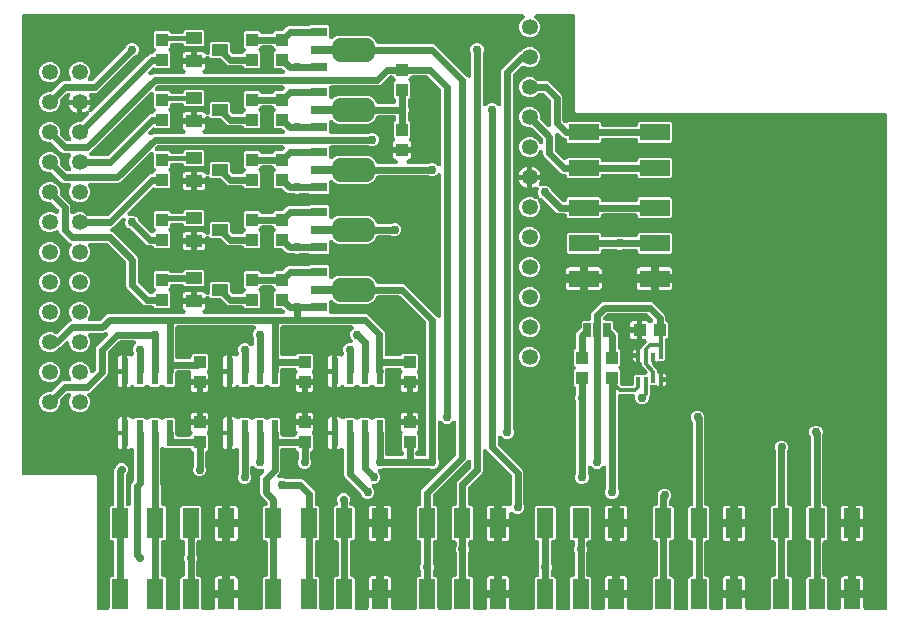
<source format=gbr>
G04 EAGLE Gerber RS-274X export*
G75*
%MOMM*%
%FSLAX34Y34*%
%LPD*%
%INTop Copper*%
%IPPOS*%
%AMOC8*
5,1,8,0,0,1.08239X$1,22.5*%
G01*
%ADD10C,1.350000*%
%ADD11R,1.400000X0.800000*%
%ADD12R,1.900000X0.800000*%
%ADD13C,1.524000*%
%ADD14R,1.400000X1.000000*%
%ADD15R,1.000000X1.100000*%
%ADD16R,1.100000X1.000000*%
%ADD17R,0.350000X0.500000*%
%ADD18R,0.600000X2.200000*%
%ADD19R,0.635000X1.270000*%
%ADD20R,1.400000X2.500000*%
%ADD21R,2.500000X1.400000*%
%ADD22C,0.609600*%
%ADD23C,0.755600*%
%ADD24C,0.304800*%
%ADD25C,0.406400*%
%ADD26C,0.736600*%

G36*
X74208Y1781D02*
X74208Y1781D01*
X74226Y1779D01*
X74408Y1800D01*
X74591Y1819D01*
X74608Y1824D01*
X74625Y1826D01*
X74800Y1883D01*
X74976Y1937D01*
X74991Y1945D01*
X75008Y1951D01*
X75168Y2041D01*
X75330Y2129D01*
X75343Y2140D01*
X75359Y2149D01*
X75498Y2269D01*
X75639Y2386D01*
X75650Y2400D01*
X75664Y2412D01*
X75776Y2557D01*
X75891Y2700D01*
X75899Y2716D01*
X75910Y2730D01*
X75992Y2895D01*
X76077Y3057D01*
X76082Y3074D01*
X76090Y3090D01*
X76137Y3269D01*
X76188Y3444D01*
X76190Y3462D01*
X76194Y3479D01*
X76221Y3810D01*
X76221Y28487D01*
X77263Y29529D01*
X78142Y29529D01*
X78160Y29531D01*
X78178Y29529D01*
X78360Y29550D01*
X78543Y29569D01*
X78560Y29574D01*
X78577Y29576D01*
X78752Y29633D01*
X78928Y29687D01*
X78943Y29695D01*
X78960Y29701D01*
X79120Y29791D01*
X79282Y29879D01*
X79295Y29890D01*
X79311Y29899D01*
X79450Y30019D01*
X79591Y30136D01*
X79602Y30150D01*
X79616Y30162D01*
X79728Y30307D01*
X79843Y30450D01*
X79851Y30466D01*
X79862Y30480D01*
X79944Y30645D01*
X80029Y30807D01*
X80034Y30824D01*
X80042Y30840D01*
X80089Y31019D01*
X80140Y31194D01*
X80142Y31212D01*
X80146Y31229D01*
X80173Y31560D01*
X80173Y58940D01*
X80171Y58958D01*
X80173Y58976D01*
X80152Y59158D01*
X80133Y59341D01*
X80128Y59358D01*
X80126Y59375D01*
X80069Y59550D01*
X80015Y59726D01*
X80007Y59741D01*
X80001Y59758D01*
X79911Y59918D01*
X79823Y60080D01*
X79812Y60093D01*
X79803Y60109D01*
X79683Y60248D01*
X79566Y60389D01*
X79552Y60400D01*
X79540Y60414D01*
X79395Y60526D01*
X79252Y60641D01*
X79236Y60649D01*
X79222Y60660D01*
X79057Y60742D01*
X78895Y60827D01*
X78878Y60832D01*
X78862Y60840D01*
X78683Y60887D01*
X78508Y60938D01*
X78490Y60940D01*
X78473Y60944D01*
X78142Y60971D01*
X77263Y60971D01*
X76221Y62013D01*
X76221Y88487D01*
X77263Y89529D01*
X78142Y89529D01*
X78160Y89531D01*
X78178Y89529D01*
X78360Y89550D01*
X78543Y89569D01*
X78560Y89574D01*
X78577Y89576D01*
X78752Y89633D01*
X78928Y89687D01*
X78943Y89695D01*
X78960Y89701D01*
X79120Y89791D01*
X79282Y89879D01*
X79295Y89890D01*
X79311Y89899D01*
X79450Y90019D01*
X79591Y90136D01*
X79602Y90150D01*
X79616Y90162D01*
X79728Y90307D01*
X79843Y90450D01*
X79851Y90466D01*
X79862Y90480D01*
X79944Y90645D01*
X80029Y90807D01*
X80034Y90824D01*
X80042Y90840D01*
X80089Y91019D01*
X80140Y91194D01*
X80142Y91212D01*
X80146Y91229D01*
X80173Y91560D01*
X80173Y120250D01*
X80924Y122063D01*
X80956Y122105D01*
X81064Y122236D01*
X81079Y122264D01*
X81098Y122289D01*
X81249Y122584D01*
X81730Y123744D01*
X83266Y125280D01*
X85274Y126112D01*
X87446Y126112D01*
X89454Y125280D01*
X90990Y123744D01*
X91822Y121736D01*
X91822Y119564D01*
X90990Y117556D01*
X90422Y116988D01*
X90405Y116967D01*
X90384Y116949D01*
X90278Y116812D01*
X90167Y116676D01*
X90154Y116652D01*
X90138Y116631D01*
X90060Y116475D01*
X89978Y116320D01*
X89970Y116295D01*
X89958Y116271D01*
X89913Y116102D01*
X89863Y115935D01*
X89861Y115908D01*
X89854Y115882D01*
X89827Y115551D01*
X89827Y91560D01*
X89829Y91542D01*
X89827Y91524D01*
X89848Y91342D01*
X89867Y91159D01*
X89872Y91142D01*
X89874Y91125D01*
X89931Y90950D01*
X89985Y90774D01*
X89993Y90759D01*
X89999Y90742D01*
X90089Y90582D01*
X90177Y90420D01*
X90188Y90407D01*
X90197Y90391D01*
X90317Y90252D01*
X90434Y90111D01*
X90448Y90100D01*
X90460Y90086D01*
X90605Y89974D01*
X90748Y89859D01*
X90764Y89851D01*
X90778Y89840D01*
X90943Y89758D01*
X91105Y89673D01*
X91122Y89668D01*
X91138Y89660D01*
X91317Y89613D01*
X91492Y89562D01*
X91510Y89560D01*
X91527Y89556D01*
X91858Y89529D01*
X92202Y89529D01*
X92220Y89531D01*
X92238Y89529D01*
X92420Y89550D01*
X92603Y89569D01*
X92620Y89574D01*
X92637Y89576D01*
X92812Y89633D01*
X92988Y89687D01*
X93003Y89695D01*
X93020Y89701D01*
X93180Y89791D01*
X93342Y89879D01*
X93355Y89890D01*
X93371Y89899D01*
X93510Y90019D01*
X93651Y90136D01*
X93662Y90150D01*
X93676Y90162D01*
X93788Y90307D01*
X93903Y90450D01*
X93911Y90466D01*
X93922Y90480D01*
X94004Y90645D01*
X94089Y90807D01*
X94094Y90824D01*
X94102Y90840D01*
X94149Y91019D01*
X94200Y91194D01*
X94202Y91212D01*
X94206Y91229D01*
X94233Y91560D01*
X94233Y107640D01*
X94968Y109414D01*
X96178Y110624D01*
X96195Y110645D01*
X96216Y110663D01*
X96323Y110800D01*
X96433Y110936D01*
X96446Y110960D01*
X96462Y110981D01*
X96540Y111138D01*
X96622Y111292D01*
X96630Y111317D01*
X96642Y111341D01*
X96687Y111511D01*
X96737Y111677D01*
X96739Y111704D01*
X96746Y111730D01*
X96773Y112061D01*
X96773Y137176D01*
X96772Y137186D01*
X96773Y137195D01*
X96752Y137387D01*
X96733Y137577D01*
X96731Y137586D01*
X96730Y137595D01*
X96671Y137779D01*
X96615Y137962D01*
X96611Y137970D01*
X96608Y137979D01*
X96515Y138147D01*
X96423Y138316D01*
X96418Y138323D01*
X96413Y138331D01*
X96288Y138478D01*
X96166Y138625D01*
X96158Y138631D01*
X96152Y138638D01*
X96001Y138757D01*
X95852Y138877D01*
X95844Y138882D01*
X95836Y138888D01*
X95664Y138975D01*
X95495Y139063D01*
X95486Y139066D01*
X95477Y139070D01*
X95292Y139121D01*
X95108Y139174D01*
X95098Y139175D01*
X95089Y139178D01*
X94897Y139192D01*
X94706Y139207D01*
X94697Y139206D01*
X94688Y139207D01*
X94497Y139183D01*
X94307Y139160D01*
X94298Y139157D01*
X94288Y139156D01*
X94107Y139095D01*
X93924Y139035D01*
X93916Y139031D01*
X93907Y139028D01*
X93741Y138932D01*
X93573Y138838D01*
X93566Y138831D01*
X93558Y138827D01*
X93546Y138816D01*
X92881Y138432D01*
X92235Y138259D01*
X90931Y138259D01*
X90931Y151800D01*
X90931Y165341D01*
X92235Y165341D01*
X92881Y165168D01*
X93460Y164833D01*
X93933Y164360D01*
X93968Y164300D01*
X94016Y164233D01*
X94056Y164161D01*
X94133Y164070D01*
X94203Y163973D01*
X94263Y163917D01*
X94316Y163854D01*
X94410Y163780D01*
X94498Y163698D01*
X94568Y163655D01*
X94632Y163604D01*
X94739Y163550D01*
X94841Y163488D01*
X94918Y163459D01*
X94991Y163422D01*
X95106Y163390D01*
X95219Y163349D01*
X95300Y163336D01*
X95379Y163314D01*
X95498Y163305D01*
X95616Y163287D01*
X95698Y163291D01*
X95780Y163285D01*
X95899Y163300D01*
X96019Y163305D01*
X96098Y163325D01*
X96180Y163335D01*
X96293Y163373D01*
X96409Y163402D01*
X96484Y163437D01*
X96562Y163463D01*
X96665Y163523D01*
X96773Y163574D01*
X96839Y163623D01*
X96910Y163664D01*
X97026Y163763D01*
X97096Y163815D01*
X97123Y163845D01*
X97163Y163879D01*
X97863Y164579D01*
X105337Y164579D01*
X106514Y163402D01*
X106528Y163391D01*
X106539Y163377D01*
X106683Y163263D01*
X106825Y163147D01*
X106841Y163138D01*
X106855Y163127D01*
X107019Y163044D01*
X107181Y162958D01*
X107198Y162953D01*
X107214Y162945D01*
X107391Y162896D01*
X107567Y162843D01*
X107585Y162842D01*
X107602Y162837D01*
X107785Y162824D01*
X107968Y162807D01*
X107986Y162809D01*
X108003Y162808D01*
X108185Y162831D01*
X108368Y162850D01*
X108385Y162856D01*
X108403Y162858D01*
X108577Y162916D01*
X108752Y162972D01*
X108768Y162981D01*
X108784Y162986D01*
X108943Y163078D01*
X109104Y163167D01*
X109118Y163178D01*
X109133Y163187D01*
X109386Y163402D01*
X110563Y164579D01*
X118037Y164579D01*
X119214Y163402D01*
X119227Y163391D01*
X119239Y163377D01*
X119383Y163263D01*
X119525Y163147D01*
X119541Y163138D01*
X119555Y163127D01*
X119719Y163044D01*
X119881Y162958D01*
X119898Y162953D01*
X119914Y162945D01*
X120091Y162896D01*
X120267Y162843D01*
X120285Y162842D01*
X120302Y162837D01*
X120485Y162824D01*
X120668Y162807D01*
X120686Y162809D01*
X120703Y162808D01*
X120885Y162831D01*
X121068Y162850D01*
X121085Y162856D01*
X121103Y162858D01*
X121276Y162916D01*
X121452Y162972D01*
X121468Y162981D01*
X121484Y162986D01*
X121643Y163078D01*
X121804Y163167D01*
X121818Y163178D01*
X121833Y163187D01*
X122086Y163402D01*
X123263Y164579D01*
X130737Y164579D01*
X131779Y163537D01*
X131779Y153280D01*
X131782Y153249D01*
X131780Y153218D01*
X131802Y153049D01*
X131819Y152879D01*
X131827Y152853D01*
X131827Y150758D01*
X131829Y150740D01*
X131827Y150722D01*
X131848Y150540D01*
X131867Y150357D01*
X131872Y150340D01*
X131874Y150323D01*
X131931Y150148D01*
X131985Y149972D01*
X131993Y149957D01*
X131999Y149940D01*
X132089Y149780D01*
X132177Y149618D01*
X132188Y149605D01*
X132197Y149589D01*
X132317Y149450D01*
X132434Y149309D01*
X132448Y149298D01*
X132460Y149284D01*
X132605Y149172D01*
X132748Y149057D01*
X132764Y149049D01*
X132778Y149038D01*
X132943Y148956D01*
X133105Y148871D01*
X133122Y148866D01*
X133138Y148858D01*
X133317Y148811D01*
X133492Y148760D01*
X133510Y148758D01*
X133527Y148754D01*
X133858Y148727D01*
X143590Y148727D01*
X143608Y148729D01*
X143626Y148727D01*
X143808Y148748D01*
X143991Y148767D01*
X144008Y148772D01*
X144025Y148774D01*
X144200Y148831D01*
X144376Y148885D01*
X144391Y148893D01*
X144408Y148899D01*
X144568Y148989D01*
X144730Y149077D01*
X144743Y149088D01*
X144759Y149097D01*
X144898Y149217D01*
X145039Y149334D01*
X145050Y149348D01*
X145064Y149360D01*
X145176Y149505D01*
X145291Y149648D01*
X145299Y149664D01*
X145310Y149678D01*
X145392Y149843D01*
X145462Y149978D01*
X145909Y150425D01*
X145921Y150439D01*
X145934Y150450D01*
X146048Y150594D01*
X146164Y150736D01*
X146173Y150752D01*
X146184Y150766D01*
X146267Y150929D01*
X146353Y151092D01*
X146358Y151109D01*
X146366Y151125D01*
X146415Y151301D01*
X146468Y151478D01*
X146469Y151496D01*
X146474Y151513D01*
X146488Y151696D01*
X146504Y151879D01*
X146502Y151897D01*
X146504Y151914D01*
X146481Y152097D01*
X146461Y152279D01*
X146455Y152296D01*
X146453Y152314D01*
X146395Y152488D01*
X146339Y152663D01*
X146331Y152679D01*
X146325Y152696D01*
X146233Y152855D01*
X146145Y153015D01*
X146133Y153029D01*
X146124Y153044D01*
X145909Y153297D01*
X145367Y153840D01*
X145032Y154419D01*
X144859Y155065D01*
X144859Y158401D01*
X151932Y158401D01*
X151950Y158402D01*
X151967Y158401D01*
X152150Y158422D01*
X152332Y158441D01*
X152349Y158446D01*
X152367Y158448D01*
X152408Y158461D01*
X152502Y158434D01*
X152520Y158432D01*
X152537Y158428D01*
X152868Y158401D01*
X159941Y158401D01*
X159941Y155065D01*
X159768Y154419D01*
X159433Y153840D01*
X158891Y153297D01*
X158879Y153284D01*
X158866Y153272D01*
X158752Y153128D01*
X158636Y152986D01*
X158627Y152970D01*
X158616Y152956D01*
X158533Y152792D01*
X158447Y152630D01*
X158442Y152613D01*
X158434Y152597D01*
X158384Y152420D01*
X158332Y152244D01*
X158331Y152227D01*
X158326Y152209D01*
X158312Y152026D01*
X158296Y151843D01*
X158298Y151826D01*
X158296Y151808D01*
X158319Y151626D01*
X158339Y151443D01*
X158345Y151426D01*
X158347Y151408D01*
X158405Y151235D01*
X158461Y151059D01*
X158469Y151044D01*
X158475Y151027D01*
X158567Y150867D01*
X158656Y150707D01*
X158667Y150693D01*
X158676Y150678D01*
X158891Y150425D01*
X159179Y150137D01*
X159179Y137663D01*
X157822Y136306D01*
X157805Y136285D01*
X157784Y136268D01*
X157677Y136130D01*
X157567Y135995D01*
X157554Y135971D01*
X157538Y135950D01*
X157459Y135793D01*
X157378Y135639D01*
X157370Y135613D01*
X157358Y135589D01*
X157313Y135420D01*
X157263Y135253D01*
X157261Y135226D01*
X157254Y135201D01*
X157227Y134870D01*
X157227Y123922D01*
X157230Y123891D01*
X157228Y123860D01*
X157250Y123690D01*
X157267Y123521D01*
X157276Y123491D01*
X157280Y123460D01*
X157381Y123144D01*
X157957Y121755D01*
X157957Y119545D01*
X157111Y117502D01*
X155548Y115939D01*
X153505Y115093D01*
X151295Y115093D01*
X149252Y115939D01*
X147689Y117502D01*
X146843Y119545D01*
X146843Y121755D01*
X147419Y123144D01*
X147428Y123174D01*
X147442Y123202D01*
X147486Y123367D01*
X147535Y123530D01*
X147538Y123561D01*
X147546Y123591D01*
X147573Y123922D01*
X147573Y134870D01*
X147571Y134896D01*
X147573Y134923D01*
X147551Y135097D01*
X147533Y135270D01*
X147526Y135296D01*
X147522Y135323D01*
X147467Y135488D01*
X147415Y135655D01*
X147402Y135679D01*
X147394Y135704D01*
X147307Y135856D01*
X147223Y136009D01*
X147206Y136030D01*
X147193Y136053D01*
X146978Y136306D01*
X145466Y137818D01*
X145463Y137828D01*
X145455Y137843D01*
X145449Y137860D01*
X145359Y138020D01*
X145271Y138182D01*
X145260Y138195D01*
X145251Y138211D01*
X145131Y138350D01*
X145014Y138491D01*
X145000Y138502D01*
X144988Y138516D01*
X144843Y138628D01*
X144700Y138743D01*
X144684Y138751D01*
X144670Y138762D01*
X144505Y138844D01*
X144343Y138929D01*
X144326Y138934D01*
X144310Y138942D01*
X144131Y138989D01*
X143956Y139040D01*
X143938Y139042D01*
X143921Y139046D01*
X143590Y139073D01*
X131630Y139073D01*
X131603Y139071D01*
X131576Y139073D01*
X131403Y139051D01*
X131230Y139033D01*
X131204Y139025D01*
X131177Y139022D01*
X131175Y139021D01*
X123263Y139021D01*
X122594Y139690D01*
X122587Y139696D01*
X122582Y139703D01*
X122432Y139823D01*
X122283Y139945D01*
X122275Y139949D01*
X122268Y139955D01*
X122098Y140044D01*
X121927Y140134D01*
X121918Y140136D01*
X121911Y140141D01*
X121726Y140194D01*
X121541Y140249D01*
X121532Y140249D01*
X121524Y140252D01*
X121333Y140268D01*
X121140Y140285D01*
X121131Y140284D01*
X121122Y140285D01*
X120933Y140263D01*
X120740Y140242D01*
X120731Y140239D01*
X120723Y140238D01*
X120541Y140179D01*
X120356Y140120D01*
X120348Y140116D01*
X120340Y140113D01*
X120173Y140019D01*
X120004Y139925D01*
X119997Y139920D01*
X119989Y139915D01*
X119844Y139790D01*
X119697Y139665D01*
X119691Y139658D01*
X119684Y139652D01*
X119568Y139502D01*
X119447Y139349D01*
X119443Y139341D01*
X119438Y139334D01*
X119353Y139163D01*
X119265Y138990D01*
X119262Y138981D01*
X119258Y138973D01*
X119209Y138788D01*
X119157Y138602D01*
X119156Y138593D01*
X119154Y138585D01*
X119127Y138254D01*
X119127Y109034D01*
X119130Y109003D01*
X119128Y108972D01*
X119150Y108802D01*
X119167Y108633D01*
X119176Y108604D01*
X119180Y108573D01*
X119281Y108257D01*
X119827Y106940D01*
X119827Y91560D01*
X119829Y91542D01*
X119827Y91524D01*
X119848Y91342D01*
X119867Y91159D01*
X119872Y91142D01*
X119874Y91125D01*
X119931Y90950D01*
X119985Y90774D01*
X119993Y90759D01*
X119999Y90742D01*
X120089Y90582D01*
X120177Y90420D01*
X120188Y90407D01*
X120197Y90391D01*
X120317Y90252D01*
X120434Y90111D01*
X120448Y90100D01*
X120460Y90086D01*
X120605Y89974D01*
X120748Y89859D01*
X120764Y89851D01*
X120778Y89840D01*
X120943Y89758D01*
X121105Y89673D01*
X121122Y89668D01*
X121138Y89660D01*
X121317Y89613D01*
X121492Y89562D01*
X121510Y89560D01*
X121527Y89556D01*
X121858Y89529D01*
X122737Y89529D01*
X123779Y88487D01*
X123779Y62013D01*
X122737Y60971D01*
X121858Y60971D01*
X121840Y60969D01*
X121822Y60971D01*
X121640Y60950D01*
X121457Y60931D01*
X121440Y60926D01*
X121423Y60924D01*
X121248Y60867D01*
X121072Y60813D01*
X121057Y60805D01*
X121040Y60799D01*
X120880Y60709D01*
X120718Y60621D01*
X120705Y60610D01*
X120689Y60601D01*
X120550Y60481D01*
X120409Y60364D01*
X120398Y60350D01*
X120384Y60338D01*
X120272Y60193D01*
X120157Y60050D01*
X120149Y60034D01*
X120138Y60020D01*
X120056Y59855D01*
X119971Y59693D01*
X119966Y59676D01*
X119958Y59660D01*
X119911Y59481D01*
X119860Y59306D01*
X119858Y59288D01*
X119854Y59271D01*
X119827Y58940D01*
X119827Y31560D01*
X119829Y31542D01*
X119827Y31524D01*
X119848Y31342D01*
X119867Y31159D01*
X119872Y31142D01*
X119874Y31125D01*
X119931Y30950D01*
X119985Y30774D01*
X119993Y30759D01*
X119999Y30742D01*
X120089Y30582D01*
X120177Y30420D01*
X120188Y30407D01*
X120197Y30391D01*
X120317Y30252D01*
X120434Y30111D01*
X120448Y30100D01*
X120460Y30086D01*
X120605Y29974D01*
X120748Y29859D01*
X120764Y29851D01*
X120778Y29840D01*
X120943Y29758D01*
X121105Y29673D01*
X121122Y29668D01*
X121138Y29660D01*
X121317Y29613D01*
X121492Y29562D01*
X121510Y29560D01*
X121527Y29556D01*
X121858Y29529D01*
X122737Y29529D01*
X123779Y28487D01*
X123779Y3810D01*
X123781Y3792D01*
X123779Y3774D01*
X123800Y3592D01*
X123819Y3409D01*
X123824Y3392D01*
X123826Y3375D01*
X123883Y3200D01*
X123937Y3024D01*
X123945Y3009D01*
X123951Y2992D01*
X124041Y2832D01*
X124129Y2670D01*
X124140Y2657D01*
X124149Y2641D01*
X124269Y2502D01*
X124386Y2361D01*
X124400Y2350D01*
X124412Y2336D01*
X124557Y2224D01*
X124700Y2109D01*
X124716Y2101D01*
X124730Y2090D01*
X124895Y2008D01*
X125057Y1923D01*
X125074Y1918D01*
X125090Y1910D01*
X125269Y1863D01*
X125444Y1812D01*
X125462Y1810D01*
X125479Y1806D01*
X125810Y1779D01*
X134190Y1779D01*
X134208Y1781D01*
X134226Y1779D01*
X134408Y1800D01*
X134591Y1819D01*
X134608Y1824D01*
X134625Y1826D01*
X134800Y1883D01*
X134976Y1937D01*
X134991Y1945D01*
X135008Y1951D01*
X135168Y2041D01*
X135330Y2129D01*
X135343Y2140D01*
X135359Y2149D01*
X135498Y2269D01*
X135639Y2386D01*
X135650Y2400D01*
X135664Y2412D01*
X135776Y2557D01*
X135891Y2700D01*
X135899Y2716D01*
X135910Y2730D01*
X135992Y2895D01*
X136077Y3057D01*
X136082Y3074D01*
X136090Y3090D01*
X136137Y3269D01*
X136188Y3444D01*
X136190Y3462D01*
X136194Y3479D01*
X136221Y3810D01*
X136221Y28487D01*
X137263Y29529D01*
X137922Y29529D01*
X137940Y29531D01*
X137958Y29529D01*
X138140Y29550D01*
X138323Y29569D01*
X138340Y29574D01*
X138357Y29576D01*
X138532Y29633D01*
X138708Y29687D01*
X138723Y29695D01*
X138740Y29701D01*
X138900Y29791D01*
X139062Y29879D01*
X139075Y29890D01*
X139091Y29899D01*
X139230Y30019D01*
X139371Y30136D01*
X139382Y30150D01*
X139396Y30162D01*
X139508Y30307D01*
X139623Y30450D01*
X139631Y30466D01*
X139642Y30480D01*
X139724Y30645D01*
X139809Y30807D01*
X139814Y30824D01*
X139822Y30840D01*
X139869Y31019D01*
X139920Y31194D01*
X139922Y31212D01*
X139926Y31229D01*
X139953Y31560D01*
X139953Y42448D01*
X139950Y42479D01*
X139952Y42510D01*
X139930Y42680D01*
X139913Y42849D01*
X139904Y42879D01*
X139900Y42910D01*
X139799Y43226D01*
X139223Y44615D01*
X139223Y46825D01*
X139799Y48214D01*
X139808Y48244D01*
X139822Y48272D01*
X139866Y48437D01*
X139915Y48600D01*
X139918Y48631D01*
X139926Y48661D01*
X139953Y48992D01*
X139953Y58940D01*
X139951Y58958D01*
X139953Y58976D01*
X139932Y59158D01*
X139913Y59341D01*
X139908Y59358D01*
X139906Y59375D01*
X139849Y59550D01*
X139795Y59726D01*
X139787Y59741D01*
X139781Y59758D01*
X139691Y59918D01*
X139603Y60080D01*
X139592Y60093D01*
X139583Y60109D01*
X139463Y60248D01*
X139346Y60389D01*
X139332Y60400D01*
X139320Y60414D01*
X139175Y60526D01*
X139032Y60641D01*
X139016Y60649D01*
X139002Y60660D01*
X138837Y60742D01*
X138675Y60827D01*
X138658Y60832D01*
X138642Y60840D01*
X138463Y60887D01*
X138288Y60938D01*
X138270Y60940D01*
X138253Y60944D01*
X137922Y60971D01*
X137263Y60971D01*
X136221Y62013D01*
X136221Y88487D01*
X137263Y89529D01*
X152737Y89529D01*
X153779Y88487D01*
X153779Y62013D01*
X152737Y60971D01*
X151638Y60971D01*
X151620Y60969D01*
X151602Y60971D01*
X151420Y60950D01*
X151237Y60931D01*
X151220Y60926D01*
X151203Y60924D01*
X151028Y60867D01*
X150852Y60813D01*
X150837Y60805D01*
X150820Y60799D01*
X150660Y60709D01*
X150498Y60621D01*
X150485Y60610D01*
X150469Y60601D01*
X150330Y60481D01*
X150189Y60364D01*
X150178Y60350D01*
X150164Y60338D01*
X150052Y60193D01*
X149937Y60050D01*
X149929Y60034D01*
X149918Y60020D01*
X149836Y59855D01*
X149751Y59693D01*
X149746Y59676D01*
X149738Y59660D01*
X149691Y59481D01*
X149640Y59306D01*
X149638Y59288D01*
X149634Y59271D01*
X149607Y58940D01*
X149607Y48992D01*
X149610Y48961D01*
X149608Y48930D01*
X149630Y48760D01*
X149647Y48591D01*
X149656Y48561D01*
X149660Y48530D01*
X149761Y48214D01*
X150337Y46825D01*
X150337Y44615D01*
X149761Y43226D01*
X149752Y43196D01*
X149738Y43168D01*
X149694Y43003D01*
X149645Y42840D01*
X149642Y42809D01*
X149634Y42779D01*
X149607Y42448D01*
X149607Y31560D01*
X149609Y31542D01*
X149607Y31524D01*
X149628Y31342D01*
X149647Y31159D01*
X149652Y31142D01*
X149654Y31125D01*
X149711Y30950D01*
X149765Y30774D01*
X149773Y30759D01*
X149779Y30742D01*
X149869Y30582D01*
X149957Y30420D01*
X149968Y30407D01*
X149977Y30391D01*
X150097Y30252D01*
X150214Y30111D01*
X150228Y30100D01*
X150240Y30086D01*
X150385Y29974D01*
X150528Y29859D01*
X150544Y29851D01*
X150558Y29840D01*
X150723Y29758D01*
X150885Y29673D01*
X150902Y29668D01*
X150918Y29660D01*
X151097Y29613D01*
X151272Y29562D01*
X151290Y29560D01*
X151307Y29556D01*
X151638Y29529D01*
X152737Y29529D01*
X153779Y28487D01*
X153779Y3810D01*
X153781Y3792D01*
X153779Y3774D01*
X153800Y3592D01*
X153819Y3409D01*
X153824Y3392D01*
X153826Y3375D01*
X153883Y3200D01*
X153937Y3024D01*
X153945Y3009D01*
X153951Y2992D01*
X154041Y2832D01*
X154129Y2670D01*
X154140Y2657D01*
X154149Y2641D01*
X154269Y2502D01*
X154386Y2361D01*
X154400Y2350D01*
X154412Y2336D01*
X154557Y2224D01*
X154700Y2109D01*
X154716Y2101D01*
X154730Y2090D01*
X154895Y2008D01*
X155057Y1923D01*
X155074Y1918D01*
X155090Y1910D01*
X155269Y1863D01*
X155444Y1812D01*
X155462Y1810D01*
X155479Y1806D01*
X155810Y1779D01*
X163428Y1779D01*
X163446Y1781D01*
X163464Y1779D01*
X163646Y1800D01*
X163829Y1819D01*
X163846Y1824D01*
X163863Y1826D01*
X164038Y1883D01*
X164214Y1937D01*
X164229Y1945D01*
X164246Y1951D01*
X164406Y2041D01*
X164568Y2129D01*
X164581Y2140D01*
X164597Y2149D01*
X164736Y2269D01*
X164877Y2386D01*
X164888Y2400D01*
X164902Y2412D01*
X165014Y2557D01*
X165129Y2700D01*
X165137Y2716D01*
X165148Y2730D01*
X165230Y2895D01*
X165315Y3057D01*
X165320Y3074D01*
X165328Y3090D01*
X165375Y3269D01*
X165426Y3444D01*
X165428Y3462D01*
X165432Y3479D01*
X165459Y3810D01*
X165459Y11751D01*
X173532Y11751D01*
X173550Y11752D01*
X173567Y11751D01*
X173750Y11772D01*
X173932Y11791D01*
X173949Y11796D01*
X173967Y11798D01*
X174142Y11855D01*
X174317Y11909D01*
X174333Y11917D01*
X174350Y11923D01*
X174510Y12013D01*
X174671Y12100D01*
X174685Y12112D01*
X174701Y12121D01*
X174840Y12241D01*
X174981Y12358D01*
X174992Y12372D01*
X175004Y12382D01*
X175045Y12333D01*
X175058Y12322D01*
X175070Y12308D01*
X175215Y12196D01*
X175358Y12081D01*
X175374Y12073D01*
X175388Y12062D01*
X175553Y11980D01*
X175716Y11895D01*
X175733Y11890D01*
X175749Y11882D01*
X175927Y11834D01*
X176102Y11784D01*
X176120Y11782D01*
X176137Y11778D01*
X176468Y11751D01*
X184541Y11751D01*
X184541Y3810D01*
X184543Y3792D01*
X184541Y3774D01*
X184562Y3592D01*
X184581Y3409D01*
X184586Y3392D01*
X184588Y3375D01*
X184645Y3200D01*
X184699Y3024D01*
X184707Y3009D01*
X184713Y2992D01*
X184803Y2832D01*
X184891Y2670D01*
X184902Y2657D01*
X184911Y2641D01*
X185031Y2502D01*
X185148Y2361D01*
X185162Y2350D01*
X185174Y2336D01*
X185319Y2224D01*
X185462Y2109D01*
X185478Y2101D01*
X185492Y2090D01*
X185657Y2008D01*
X185819Y1923D01*
X185836Y1918D01*
X185852Y1910D01*
X186031Y1863D01*
X186206Y1812D01*
X186224Y1810D01*
X186241Y1806D01*
X186572Y1779D01*
X204190Y1779D01*
X204208Y1781D01*
X204226Y1779D01*
X204408Y1800D01*
X204591Y1819D01*
X204608Y1824D01*
X204625Y1826D01*
X204800Y1883D01*
X204976Y1937D01*
X204991Y1945D01*
X205008Y1951D01*
X205168Y2041D01*
X205330Y2129D01*
X205343Y2140D01*
X205359Y2149D01*
X205498Y2269D01*
X205639Y2386D01*
X205650Y2400D01*
X205664Y2412D01*
X205776Y2557D01*
X205891Y2700D01*
X205899Y2716D01*
X205910Y2730D01*
X205992Y2895D01*
X206077Y3057D01*
X206082Y3074D01*
X206090Y3090D01*
X206137Y3269D01*
X206188Y3444D01*
X206190Y3462D01*
X206194Y3479D01*
X206221Y3810D01*
X206221Y28487D01*
X207263Y29529D01*
X208142Y29529D01*
X208160Y29531D01*
X208178Y29529D01*
X208360Y29550D01*
X208543Y29569D01*
X208560Y29574D01*
X208577Y29576D01*
X208752Y29633D01*
X208928Y29687D01*
X208943Y29695D01*
X208960Y29701D01*
X209120Y29791D01*
X209282Y29879D01*
X209295Y29890D01*
X209311Y29899D01*
X209450Y30019D01*
X209591Y30136D01*
X209602Y30150D01*
X209616Y30162D01*
X209728Y30307D01*
X209843Y30450D01*
X209851Y30466D01*
X209862Y30480D01*
X209944Y30645D01*
X210029Y30807D01*
X210034Y30824D01*
X210042Y30840D01*
X210089Y31019D01*
X210140Y31194D01*
X210142Y31212D01*
X210146Y31229D01*
X210173Y31560D01*
X210173Y58940D01*
X210171Y58958D01*
X210173Y58976D01*
X210152Y59158D01*
X210133Y59341D01*
X210128Y59358D01*
X210126Y59375D01*
X210069Y59550D01*
X210015Y59726D01*
X210007Y59741D01*
X210001Y59758D01*
X209911Y59918D01*
X209823Y60080D01*
X209812Y60093D01*
X209803Y60109D01*
X209683Y60248D01*
X209566Y60389D01*
X209552Y60400D01*
X209540Y60414D01*
X209395Y60526D01*
X209252Y60641D01*
X209236Y60649D01*
X209222Y60660D01*
X209057Y60742D01*
X208895Y60827D01*
X208878Y60832D01*
X208862Y60840D01*
X208683Y60887D01*
X208508Y60938D01*
X208490Y60940D01*
X208473Y60944D01*
X208142Y60971D01*
X207263Y60971D01*
X206221Y62013D01*
X206221Y88487D01*
X207263Y89529D01*
X208142Y89529D01*
X208160Y89531D01*
X208178Y89529D01*
X208360Y89550D01*
X208543Y89569D01*
X208560Y89574D01*
X208577Y89576D01*
X208752Y89633D01*
X208928Y89687D01*
X208943Y89695D01*
X208960Y89701D01*
X209120Y89791D01*
X209282Y89879D01*
X209295Y89890D01*
X209311Y89899D01*
X209450Y90019D01*
X209591Y90136D01*
X209602Y90150D01*
X209616Y90162D01*
X209728Y90307D01*
X209843Y90450D01*
X209851Y90466D01*
X209862Y90480D01*
X209944Y90645D01*
X210029Y90807D01*
X210034Y90824D01*
X210042Y90840D01*
X210089Y91019D01*
X210140Y91194D01*
X210142Y91212D01*
X210146Y91229D01*
X210173Y91560D01*
X210173Y92039D01*
X210171Y92066D01*
X210173Y92093D01*
X210151Y92267D01*
X210133Y92440D01*
X210126Y92465D01*
X210122Y92492D01*
X210067Y92658D01*
X210015Y92825D01*
X210002Y92848D01*
X209994Y92874D01*
X209907Y93025D01*
X209823Y93179D01*
X209806Y93199D01*
X209793Y93223D01*
X209578Y93476D01*
X204188Y98866D01*
X203453Y100640D01*
X203453Y113990D01*
X204188Y115764D01*
X206579Y118155D01*
X206582Y118159D01*
X206586Y118162D01*
X206588Y118165D01*
X206591Y118168D01*
X206705Y118309D01*
X206708Y118313D01*
X206834Y118467D01*
X206837Y118471D01*
X206839Y118474D01*
X206842Y118479D01*
X206844Y118481D01*
X206914Y118617D01*
X206931Y118649D01*
X207023Y118823D01*
X207024Y118827D01*
X207026Y118831D01*
X207028Y118836D01*
X207029Y118839D01*
X207063Y118955D01*
X207082Y119022D01*
X207138Y119208D01*
X207138Y119213D01*
X207139Y119217D01*
X207140Y119223D01*
X207141Y119225D01*
X207149Y119323D01*
X207156Y119412D01*
X207174Y119609D01*
X207174Y119614D01*
X207174Y119618D01*
X207173Y119625D01*
X207173Y119627D01*
X207164Y119704D01*
X207153Y119806D01*
X207131Y120010D01*
X207129Y120014D01*
X207129Y120019D01*
X207127Y120025D01*
X207127Y120027D01*
X207109Y120080D01*
X207069Y120204D01*
X207009Y120394D01*
X207007Y120398D01*
X207006Y120402D01*
X207002Y120408D01*
X207002Y120409D01*
X206977Y120453D01*
X206910Y120574D01*
X206814Y120746D01*
X206812Y120749D01*
X206809Y120753D01*
X206804Y120759D01*
X206804Y120760D01*
X206775Y120793D01*
X206681Y120904D01*
X206554Y121053D01*
X206550Y121056D01*
X206547Y121059D01*
X206541Y121064D01*
X206541Y121065D01*
X206508Y121090D01*
X206392Y121181D01*
X206238Y121302D01*
X206234Y121305D01*
X206230Y121307D01*
X206223Y121311D01*
X206223Y121312D01*
X206179Y121333D01*
X206054Y121396D01*
X205879Y121485D01*
X205875Y121486D01*
X205871Y121488D01*
X205863Y121490D01*
X205862Y121491D01*
X205799Y121508D01*
X205683Y121539D01*
X205491Y121593D01*
X205487Y121593D01*
X205482Y121594D01*
X205475Y121595D01*
X205473Y121595D01*
X205143Y121622D01*
X205142Y121622D01*
X205119Y121620D01*
X205090Y121622D01*
X205085Y121622D01*
X205081Y121622D01*
X204901Y121598D01*
X204741Y121583D01*
X204718Y121575D01*
X204690Y121572D01*
X204686Y121570D01*
X204681Y121570D01*
X204366Y121468D01*
X204305Y121443D01*
X202095Y121443D01*
X200052Y122289D01*
X198794Y123547D01*
X198787Y123553D01*
X198782Y123560D01*
X198631Y123681D01*
X198483Y123802D01*
X198475Y123807D01*
X198468Y123812D01*
X198298Y123901D01*
X198127Y123991D01*
X198118Y123994D01*
X198111Y123998D01*
X197926Y124051D01*
X197741Y124106D01*
X197732Y124107D01*
X197724Y124109D01*
X197533Y124125D01*
X197340Y124142D01*
X197331Y124141D01*
X197322Y124142D01*
X197133Y124120D01*
X196940Y124099D01*
X196931Y124096D01*
X196923Y124095D01*
X196741Y124036D01*
X196556Y123977D01*
X196548Y123973D01*
X196540Y123970D01*
X196373Y123876D01*
X196204Y123782D01*
X196197Y123777D01*
X196189Y123772D01*
X196044Y123647D01*
X195897Y123522D01*
X195891Y123515D01*
X195884Y123509D01*
X195768Y123359D01*
X195647Y123206D01*
X195643Y123198D01*
X195638Y123191D01*
X195553Y123020D01*
X195465Y122847D01*
X195462Y122838D01*
X195458Y122830D01*
X195409Y122645D01*
X195357Y122459D01*
X195356Y122450D01*
X195354Y122442D01*
X195327Y122111D01*
X195327Y117572D01*
X195330Y117541D01*
X195328Y117510D01*
X195350Y117340D01*
X195367Y117171D01*
X195376Y117141D01*
X195380Y117110D01*
X195481Y116794D01*
X196057Y115405D01*
X196057Y113195D01*
X195211Y111152D01*
X193648Y109589D01*
X192894Y109277D01*
X191605Y108743D01*
X189395Y108743D01*
X187352Y109589D01*
X185789Y111152D01*
X184943Y113195D01*
X184943Y115405D01*
X185519Y116794D01*
X185521Y116802D01*
X185524Y116807D01*
X185530Y116829D01*
X185542Y116852D01*
X185586Y117017D01*
X185635Y117180D01*
X185638Y117211D01*
X185646Y117241D01*
X185673Y117572D01*
X185673Y137176D01*
X185672Y137186D01*
X185673Y137195D01*
X185652Y137387D01*
X185633Y137577D01*
X185631Y137586D01*
X185630Y137595D01*
X185571Y137779D01*
X185515Y137962D01*
X185511Y137970D01*
X185508Y137979D01*
X185415Y138147D01*
X185323Y138316D01*
X185318Y138323D01*
X185313Y138331D01*
X185188Y138478D01*
X185066Y138625D01*
X185058Y138631D01*
X185052Y138638D01*
X184901Y138757D01*
X184752Y138877D01*
X184744Y138882D01*
X184736Y138888D01*
X184564Y138975D01*
X184395Y139063D01*
X184386Y139066D01*
X184377Y139070D01*
X184192Y139121D01*
X184008Y139174D01*
X183998Y139175D01*
X183989Y139178D01*
X183797Y139192D01*
X183606Y139207D01*
X183597Y139206D01*
X183588Y139207D01*
X183397Y139183D01*
X183207Y139160D01*
X183198Y139157D01*
X183188Y139156D01*
X183007Y139095D01*
X182824Y139035D01*
X182816Y139031D01*
X182807Y139028D01*
X182641Y138932D01*
X182473Y138838D01*
X182466Y138831D01*
X182458Y138827D01*
X182446Y138816D01*
X181781Y138432D01*
X181135Y138259D01*
X179831Y138259D01*
X179831Y151800D01*
X179831Y165341D01*
X181135Y165341D01*
X181781Y165168D01*
X182360Y164833D01*
X182833Y164360D01*
X182868Y164300D01*
X182916Y164233D01*
X182956Y164161D01*
X183033Y164070D01*
X183103Y163973D01*
X183163Y163917D01*
X183216Y163854D01*
X183310Y163780D01*
X183398Y163698D01*
X183468Y163655D01*
X183532Y163604D01*
X183639Y163550D01*
X183741Y163488D01*
X183818Y163459D01*
X183891Y163422D01*
X184006Y163390D01*
X184119Y163349D01*
X184200Y163336D01*
X184279Y163314D01*
X184398Y163305D01*
X184516Y163287D01*
X184598Y163291D01*
X184680Y163285D01*
X184799Y163300D01*
X184919Y163305D01*
X184998Y163325D01*
X185080Y163335D01*
X185193Y163373D01*
X185309Y163402D01*
X185384Y163437D01*
X185462Y163463D01*
X185565Y163523D01*
X185673Y163574D01*
X185739Y163623D01*
X185810Y163664D01*
X185926Y163763D01*
X185996Y163815D01*
X186023Y163845D01*
X186063Y163879D01*
X186763Y164579D01*
X194237Y164579D01*
X195414Y163402D01*
X195428Y163391D01*
X195439Y163377D01*
X195583Y163263D01*
X195725Y163147D01*
X195741Y163138D01*
X195755Y163127D01*
X195919Y163044D01*
X196081Y162958D01*
X196098Y162953D01*
X196114Y162945D01*
X196291Y162896D01*
X196467Y162843D01*
X196485Y162842D01*
X196502Y162837D01*
X196685Y162824D01*
X196868Y162807D01*
X196886Y162809D01*
X196903Y162808D01*
X197085Y162831D01*
X197268Y162850D01*
X197285Y162856D01*
X197303Y162858D01*
X197477Y162916D01*
X197652Y162972D01*
X197668Y162981D01*
X197684Y162986D01*
X197843Y163078D01*
X198004Y163167D01*
X198018Y163178D01*
X198033Y163187D01*
X198286Y163402D01*
X199463Y164579D01*
X206937Y164579D01*
X208114Y163402D01*
X208127Y163391D01*
X208139Y163377D01*
X208283Y163263D01*
X208425Y163147D01*
X208441Y163138D01*
X208455Y163127D01*
X208619Y163044D01*
X208781Y162958D01*
X208798Y162953D01*
X208814Y162945D01*
X208991Y162896D01*
X209167Y162843D01*
X209185Y162842D01*
X209202Y162837D01*
X209385Y162824D01*
X209568Y162807D01*
X209586Y162809D01*
X209603Y162808D01*
X209785Y162831D01*
X209968Y162850D01*
X209985Y162856D01*
X210003Y162858D01*
X210176Y162916D01*
X210352Y162972D01*
X210368Y162981D01*
X210384Y162986D01*
X210543Y163078D01*
X210704Y163167D01*
X210718Y163178D01*
X210733Y163187D01*
X210986Y163402D01*
X212163Y164579D01*
X219637Y164579D01*
X220679Y163537D01*
X220679Y153280D01*
X220682Y153249D01*
X220680Y153218D01*
X220702Y153049D01*
X220719Y152879D01*
X220727Y152853D01*
X220727Y150758D01*
X220729Y150740D01*
X220727Y150722D01*
X220748Y150540D01*
X220767Y150357D01*
X220772Y150340D01*
X220774Y150323D01*
X220831Y150148D01*
X220885Y149972D01*
X220893Y149957D01*
X220899Y149940D01*
X220989Y149780D01*
X221077Y149618D01*
X221088Y149605D01*
X221097Y149589D01*
X221217Y149450D01*
X221334Y149309D01*
X221348Y149298D01*
X221360Y149284D01*
X221505Y149172D01*
X221648Y149057D01*
X221664Y149049D01*
X221678Y149038D01*
X221843Y148956D01*
X222005Y148871D01*
X222022Y148866D01*
X222038Y148858D01*
X222217Y148811D01*
X222392Y148760D01*
X222410Y148758D01*
X222427Y148754D01*
X222758Y148727D01*
X232490Y148727D01*
X232508Y148729D01*
X232526Y148727D01*
X232708Y148748D01*
X232891Y148767D01*
X232908Y148772D01*
X232925Y148774D01*
X233100Y148831D01*
X233276Y148885D01*
X233291Y148893D01*
X233308Y148899D01*
X233468Y148989D01*
X233630Y149077D01*
X233643Y149088D01*
X233659Y149097D01*
X233798Y149217D01*
X233939Y149334D01*
X233950Y149348D01*
X233964Y149360D01*
X234076Y149505D01*
X234191Y149648D01*
X234199Y149664D01*
X234210Y149678D01*
X234292Y149843D01*
X234362Y149978D01*
X234809Y150425D01*
X234821Y150439D01*
X234834Y150450D01*
X234948Y150594D01*
X235064Y150736D01*
X235073Y150752D01*
X235084Y150766D01*
X235167Y150929D01*
X235253Y151092D01*
X235258Y151109D01*
X235266Y151125D01*
X235315Y151301D01*
X235368Y151478D01*
X235369Y151496D01*
X235374Y151513D01*
X235388Y151696D01*
X235404Y151879D01*
X235402Y151897D01*
X235404Y151914D01*
X235381Y152097D01*
X235361Y152279D01*
X235355Y152296D01*
X235353Y152314D01*
X235295Y152488D01*
X235239Y152663D01*
X235231Y152679D01*
X235225Y152696D01*
X235133Y152855D01*
X235045Y153015D01*
X235033Y153029D01*
X235024Y153044D01*
X234809Y153297D01*
X234267Y153840D01*
X233932Y154419D01*
X233759Y155065D01*
X233759Y158401D01*
X240832Y158401D01*
X240850Y158402D01*
X240867Y158401D01*
X241050Y158422D01*
X241232Y158441D01*
X241249Y158446D01*
X241267Y158448D01*
X241308Y158461D01*
X241402Y158434D01*
X241420Y158432D01*
X241437Y158428D01*
X241768Y158401D01*
X248841Y158401D01*
X248841Y155065D01*
X248668Y154419D01*
X248333Y153840D01*
X247791Y153297D01*
X247779Y153284D01*
X247766Y153272D01*
X247652Y153128D01*
X247536Y152986D01*
X247527Y152970D01*
X247516Y152956D01*
X247433Y152792D01*
X247347Y152630D01*
X247342Y152613D01*
X247334Y152597D01*
X247284Y152420D01*
X247232Y152244D01*
X247231Y152227D01*
X247226Y152209D01*
X247212Y152026D01*
X247196Y151843D01*
X247198Y151826D01*
X247196Y151808D01*
X247219Y151626D01*
X247239Y151443D01*
X247245Y151426D01*
X247247Y151408D01*
X247305Y151235D01*
X247361Y151059D01*
X247369Y151044D01*
X247375Y151027D01*
X247467Y150867D01*
X247556Y150707D01*
X247567Y150693D01*
X247576Y150678D01*
X247791Y150425D01*
X248079Y150137D01*
X248079Y137663D01*
X246722Y136306D01*
X246705Y136285D01*
X246684Y136268D01*
X246577Y136130D01*
X246467Y135995D01*
X246454Y135971D01*
X246438Y135950D01*
X246359Y135793D01*
X246278Y135639D01*
X246270Y135613D01*
X246258Y135589D01*
X246213Y135420D01*
X246163Y135253D01*
X246161Y135226D01*
X246154Y135201D01*
X246127Y134870D01*
X246127Y130272D01*
X246130Y130241D01*
X246128Y130210D01*
X246150Y130039D01*
X246167Y129871D01*
X246176Y129841D01*
X246180Y129810D01*
X246281Y129494D01*
X246857Y128105D01*
X246857Y125895D01*
X246011Y123852D01*
X244448Y122289D01*
X242405Y121443D01*
X240195Y121443D01*
X238152Y122289D01*
X236589Y123852D01*
X235743Y125895D01*
X235743Y128105D01*
X236319Y129494D01*
X236328Y129524D01*
X236342Y129552D01*
X236386Y129717D01*
X236435Y129880D01*
X236438Y129911D01*
X236446Y129941D01*
X236473Y130272D01*
X236473Y134870D01*
X236471Y134896D01*
X236473Y134923D01*
X236451Y135097D01*
X236433Y135270D01*
X236426Y135296D01*
X236422Y135323D01*
X236367Y135488D01*
X236315Y135655D01*
X236302Y135679D01*
X236294Y135704D01*
X236207Y135856D01*
X236123Y136009D01*
X236106Y136030D01*
X236093Y136053D01*
X235878Y136306D01*
X234366Y137818D01*
X234363Y137828D01*
X234355Y137843D01*
X234349Y137860D01*
X234259Y138020D01*
X234171Y138182D01*
X234160Y138195D01*
X234151Y138211D01*
X234031Y138350D01*
X233914Y138491D01*
X233900Y138502D01*
X233888Y138516D01*
X233743Y138628D01*
X233600Y138743D01*
X233584Y138751D01*
X233570Y138762D01*
X233405Y138844D01*
X233243Y138929D01*
X233226Y138934D01*
X233210Y138942D01*
X233031Y138989D01*
X232856Y139040D01*
X232838Y139042D01*
X232821Y139046D01*
X232490Y139073D01*
X222758Y139073D01*
X222740Y139071D01*
X222722Y139073D01*
X222540Y139052D01*
X222357Y139033D01*
X222340Y139028D01*
X222323Y139026D01*
X222148Y138969D01*
X221972Y138915D01*
X221957Y138907D01*
X221940Y138901D01*
X221780Y138811D01*
X221618Y138723D01*
X221605Y138712D01*
X221589Y138703D01*
X221450Y138583D01*
X221309Y138466D01*
X221298Y138452D01*
X221284Y138440D01*
X221172Y138295D01*
X221057Y138152D01*
X221049Y138136D01*
X221038Y138122D01*
X220956Y137957D01*
X220871Y137795D01*
X220866Y137778D01*
X220858Y137762D01*
X220811Y137583D01*
X220760Y137408D01*
X220758Y137390D01*
X220754Y137373D01*
X220727Y137042D01*
X220727Y119690D01*
X219992Y117916D01*
X218871Y116795D01*
X218868Y116791D01*
X218864Y116788D01*
X218741Y116636D01*
X218616Y116483D01*
X218613Y116479D01*
X218611Y116476D01*
X218518Y116298D01*
X218427Y116127D01*
X218426Y116123D01*
X218424Y116119D01*
X218368Y115928D01*
X218312Y115742D01*
X218312Y115737D01*
X218311Y115733D01*
X218294Y115538D01*
X218276Y115341D01*
X218276Y115336D01*
X218276Y115332D01*
X218298Y115139D01*
X218319Y114940D01*
X218321Y114936D01*
X218321Y114931D01*
X218382Y114743D01*
X218441Y114556D01*
X218443Y114552D01*
X218444Y114548D01*
X218542Y114373D01*
X218636Y114204D01*
X218638Y114201D01*
X218641Y114197D01*
X218769Y114046D01*
X218896Y113897D01*
X218900Y113894D01*
X218903Y113891D01*
X219058Y113769D01*
X219212Y113648D01*
X219216Y113645D01*
X219220Y113643D01*
X219396Y113554D01*
X219571Y113465D01*
X219575Y113464D01*
X219579Y113462D01*
X219767Y113411D01*
X219959Y113357D01*
X219963Y113357D01*
X219968Y113356D01*
X220158Y113343D01*
X220360Y113328D01*
X220365Y113328D01*
X220369Y113328D01*
X220561Y113353D01*
X220760Y113378D01*
X220764Y113380D01*
X220769Y113380D01*
X221084Y113482D01*
X221145Y113507D01*
X223355Y113507D01*
X224744Y112931D01*
X224774Y112922D01*
X224802Y112908D01*
X224967Y112864D01*
X225130Y112815D01*
X225161Y112812D01*
X225191Y112804D01*
X225522Y112777D01*
X238450Y112777D01*
X240224Y112042D01*
X249092Y103174D01*
X249827Y101400D01*
X249827Y91560D01*
X249829Y91542D01*
X249827Y91524D01*
X249848Y91342D01*
X249867Y91159D01*
X249872Y91142D01*
X249874Y91125D01*
X249931Y90950D01*
X249985Y90774D01*
X249993Y90759D01*
X249999Y90742D01*
X250089Y90582D01*
X250177Y90420D01*
X250188Y90407D01*
X250197Y90391D01*
X250317Y90252D01*
X250434Y90111D01*
X250448Y90100D01*
X250460Y90086D01*
X250605Y89974D01*
X250748Y89859D01*
X250764Y89851D01*
X250778Y89840D01*
X250943Y89758D01*
X251105Y89673D01*
X251122Y89668D01*
X251138Y89660D01*
X251317Y89613D01*
X251492Y89562D01*
X251510Y89560D01*
X251527Y89556D01*
X251858Y89529D01*
X252737Y89529D01*
X253779Y88487D01*
X253779Y62013D01*
X252737Y60971D01*
X251858Y60971D01*
X251840Y60969D01*
X251822Y60971D01*
X251640Y60950D01*
X251457Y60931D01*
X251440Y60926D01*
X251423Y60924D01*
X251248Y60867D01*
X251072Y60813D01*
X251057Y60805D01*
X251040Y60799D01*
X250880Y60709D01*
X250718Y60621D01*
X250705Y60610D01*
X250689Y60601D01*
X250550Y60481D01*
X250409Y60364D01*
X250398Y60350D01*
X250384Y60338D01*
X250272Y60193D01*
X250157Y60050D01*
X250149Y60034D01*
X250138Y60020D01*
X250056Y59855D01*
X249971Y59693D01*
X249966Y59676D01*
X249958Y59660D01*
X249911Y59481D01*
X249860Y59306D01*
X249858Y59288D01*
X249854Y59271D01*
X249827Y58940D01*
X249827Y31560D01*
X249829Y31542D01*
X249827Y31524D01*
X249848Y31342D01*
X249867Y31159D01*
X249872Y31142D01*
X249874Y31125D01*
X249931Y30950D01*
X249985Y30774D01*
X249993Y30759D01*
X249999Y30742D01*
X250089Y30582D01*
X250177Y30420D01*
X250188Y30407D01*
X250197Y30391D01*
X250317Y30252D01*
X250434Y30111D01*
X250448Y30100D01*
X250460Y30086D01*
X250605Y29974D01*
X250748Y29859D01*
X250764Y29851D01*
X250778Y29840D01*
X250943Y29758D01*
X251105Y29673D01*
X251122Y29668D01*
X251138Y29660D01*
X251317Y29613D01*
X251492Y29562D01*
X251510Y29560D01*
X251527Y29556D01*
X251858Y29529D01*
X252737Y29529D01*
X253779Y28487D01*
X253779Y3810D01*
X253781Y3792D01*
X253779Y3774D01*
X253800Y3592D01*
X253819Y3409D01*
X253824Y3392D01*
X253826Y3375D01*
X253883Y3200D01*
X253937Y3024D01*
X253945Y3009D01*
X253951Y2992D01*
X254041Y2832D01*
X254129Y2670D01*
X254140Y2657D01*
X254149Y2641D01*
X254269Y2502D01*
X254386Y2361D01*
X254400Y2350D01*
X254412Y2336D01*
X254557Y2224D01*
X254700Y2109D01*
X254716Y2101D01*
X254730Y2090D01*
X254895Y2008D01*
X255057Y1923D01*
X255074Y1918D01*
X255090Y1910D01*
X255269Y1863D01*
X255444Y1812D01*
X255462Y1810D01*
X255479Y1806D01*
X255810Y1779D01*
X264190Y1779D01*
X264208Y1781D01*
X264226Y1779D01*
X264408Y1800D01*
X264591Y1819D01*
X264608Y1824D01*
X264625Y1826D01*
X264800Y1883D01*
X264976Y1937D01*
X264991Y1945D01*
X265008Y1951D01*
X265168Y2041D01*
X265330Y2129D01*
X265343Y2140D01*
X265359Y2149D01*
X265498Y2269D01*
X265639Y2386D01*
X265650Y2400D01*
X265664Y2412D01*
X265776Y2557D01*
X265891Y2700D01*
X265899Y2716D01*
X265910Y2730D01*
X265992Y2895D01*
X266077Y3057D01*
X266082Y3074D01*
X266090Y3090D01*
X266137Y3269D01*
X266188Y3444D01*
X266190Y3462D01*
X266194Y3479D01*
X266221Y3810D01*
X266221Y28487D01*
X267263Y29529D01*
X268142Y29529D01*
X268160Y29531D01*
X268178Y29529D01*
X268360Y29550D01*
X268543Y29569D01*
X268560Y29574D01*
X268577Y29576D01*
X268752Y29633D01*
X268928Y29687D01*
X268943Y29695D01*
X268960Y29701D01*
X269120Y29791D01*
X269282Y29879D01*
X269295Y29890D01*
X269311Y29899D01*
X269450Y30019D01*
X269591Y30136D01*
X269602Y30150D01*
X269616Y30162D01*
X269728Y30307D01*
X269843Y30450D01*
X269851Y30466D01*
X269862Y30480D01*
X269944Y30645D01*
X270029Y30807D01*
X270034Y30824D01*
X270042Y30840D01*
X270089Y31019D01*
X270140Y31194D01*
X270142Y31212D01*
X270146Y31229D01*
X270173Y31560D01*
X270173Y58940D01*
X270171Y58958D01*
X270173Y58976D01*
X270152Y59158D01*
X270133Y59341D01*
X270128Y59358D01*
X270126Y59375D01*
X270069Y59550D01*
X270015Y59726D01*
X270007Y59741D01*
X270001Y59758D01*
X269911Y59918D01*
X269823Y60080D01*
X269812Y60093D01*
X269803Y60109D01*
X269683Y60248D01*
X269566Y60389D01*
X269552Y60400D01*
X269540Y60414D01*
X269395Y60526D01*
X269252Y60641D01*
X269236Y60649D01*
X269222Y60660D01*
X269057Y60742D01*
X268895Y60827D01*
X268878Y60832D01*
X268862Y60840D01*
X268683Y60887D01*
X268508Y60938D01*
X268490Y60940D01*
X268473Y60944D01*
X268142Y60971D01*
X267263Y60971D01*
X266221Y62013D01*
X266221Y88487D01*
X267263Y89529D01*
X267462Y89529D01*
X267480Y89531D01*
X267498Y89529D01*
X267680Y89550D01*
X267863Y89569D01*
X267880Y89574D01*
X267897Y89576D01*
X268072Y89633D01*
X268248Y89687D01*
X268263Y89695D01*
X268280Y89701D01*
X268440Y89791D01*
X268602Y89879D01*
X268615Y89890D01*
X268631Y89899D01*
X268770Y90019D01*
X268911Y90136D01*
X268922Y90150D01*
X268936Y90162D01*
X269048Y90307D01*
X269163Y90450D01*
X269171Y90466D01*
X269182Y90480D01*
X269264Y90645D01*
X269349Y90807D01*
X269354Y90824D01*
X269362Y90840D01*
X269409Y91019D01*
X269460Y91194D01*
X269462Y91212D01*
X269466Y91229D01*
X269493Y91560D01*
X269493Y92227D01*
X269490Y92258D01*
X269492Y92289D01*
X269470Y92458D01*
X269453Y92627D01*
X269444Y92657D01*
X269440Y92688D01*
X269339Y93004D01*
X268858Y94164D01*
X268858Y96336D01*
X269690Y98344D01*
X271226Y99880D01*
X273234Y100712D01*
X275406Y100712D01*
X277414Y99880D01*
X278950Y98344D01*
X279782Y96336D01*
X279782Y94164D01*
X279301Y93004D01*
X279292Y92974D01*
X279278Y92946D01*
X279234Y92782D01*
X279185Y92618D01*
X279182Y92587D01*
X279174Y92557D01*
X279147Y92227D01*
X279147Y91560D01*
X279149Y91542D01*
X279147Y91524D01*
X279168Y91342D01*
X279187Y91159D01*
X279192Y91142D01*
X279194Y91125D01*
X279251Y90950D01*
X279305Y90774D01*
X279313Y90759D01*
X279319Y90742D01*
X279409Y90582D01*
X279497Y90420D01*
X279508Y90407D01*
X279517Y90391D01*
X279637Y90252D01*
X279754Y90111D01*
X279768Y90100D01*
X279780Y90086D01*
X279925Y89974D01*
X280068Y89859D01*
X280084Y89851D01*
X280098Y89840D01*
X280263Y89758D01*
X280425Y89673D01*
X280442Y89668D01*
X280458Y89660D01*
X280637Y89613D01*
X280812Y89562D01*
X280830Y89560D01*
X280847Y89556D01*
X281178Y89529D01*
X282737Y89529D01*
X283779Y88487D01*
X283779Y62013D01*
X282737Y60971D01*
X281858Y60971D01*
X281840Y60969D01*
X281822Y60971D01*
X281640Y60950D01*
X281457Y60931D01*
X281440Y60926D01*
X281423Y60924D01*
X281248Y60867D01*
X281072Y60813D01*
X281057Y60805D01*
X281040Y60799D01*
X280880Y60709D01*
X280718Y60621D01*
X280705Y60610D01*
X280689Y60601D01*
X280550Y60481D01*
X280409Y60364D01*
X280398Y60350D01*
X280384Y60338D01*
X280272Y60193D01*
X280157Y60050D01*
X280149Y60034D01*
X280138Y60020D01*
X280056Y59855D01*
X279971Y59693D01*
X279966Y59676D01*
X279958Y59660D01*
X279911Y59481D01*
X279860Y59306D01*
X279858Y59288D01*
X279854Y59271D01*
X279827Y58940D01*
X279827Y31560D01*
X279829Y31542D01*
X279827Y31524D01*
X279848Y31342D01*
X279867Y31159D01*
X279872Y31142D01*
X279874Y31125D01*
X279931Y30950D01*
X279985Y30774D01*
X279993Y30759D01*
X279999Y30742D01*
X280089Y30582D01*
X280177Y30420D01*
X280188Y30407D01*
X280197Y30391D01*
X280317Y30252D01*
X280434Y30111D01*
X280448Y30100D01*
X280460Y30086D01*
X280605Y29974D01*
X280748Y29859D01*
X280764Y29851D01*
X280778Y29840D01*
X280943Y29758D01*
X281105Y29673D01*
X281122Y29668D01*
X281138Y29660D01*
X281317Y29613D01*
X281492Y29562D01*
X281510Y29560D01*
X281527Y29556D01*
X281858Y29529D01*
X282737Y29529D01*
X283779Y28487D01*
X283779Y3810D01*
X283781Y3792D01*
X283779Y3774D01*
X283800Y3592D01*
X283819Y3409D01*
X283824Y3392D01*
X283826Y3375D01*
X283883Y3200D01*
X283937Y3024D01*
X283945Y3009D01*
X283951Y2992D01*
X284041Y2832D01*
X284129Y2670D01*
X284140Y2657D01*
X284149Y2641D01*
X284269Y2502D01*
X284386Y2361D01*
X284400Y2350D01*
X284412Y2336D01*
X284557Y2224D01*
X284700Y2109D01*
X284716Y2101D01*
X284730Y2090D01*
X284895Y2008D01*
X285057Y1923D01*
X285074Y1918D01*
X285090Y1910D01*
X285269Y1863D01*
X285444Y1812D01*
X285462Y1810D01*
X285479Y1806D01*
X285810Y1779D01*
X293428Y1779D01*
X293446Y1781D01*
X293464Y1779D01*
X293646Y1800D01*
X293829Y1819D01*
X293846Y1824D01*
X293863Y1826D01*
X294038Y1883D01*
X294214Y1937D01*
X294229Y1945D01*
X294246Y1951D01*
X294406Y2041D01*
X294568Y2129D01*
X294581Y2140D01*
X294597Y2149D01*
X294736Y2269D01*
X294877Y2386D01*
X294888Y2400D01*
X294902Y2412D01*
X295014Y2557D01*
X295129Y2700D01*
X295137Y2716D01*
X295148Y2730D01*
X295230Y2895D01*
X295315Y3057D01*
X295320Y3074D01*
X295328Y3090D01*
X295375Y3269D01*
X295426Y3444D01*
X295428Y3462D01*
X295432Y3479D01*
X295459Y3810D01*
X295459Y11751D01*
X303532Y11751D01*
X303550Y11752D01*
X303567Y11751D01*
X303750Y11772D01*
X303932Y11791D01*
X303949Y11796D01*
X303967Y11798D01*
X304142Y11855D01*
X304317Y11909D01*
X304333Y11917D01*
X304350Y11923D01*
X304510Y12013D01*
X304671Y12100D01*
X304685Y12112D01*
X304701Y12121D01*
X304840Y12241D01*
X304981Y12358D01*
X304992Y12372D01*
X305004Y12382D01*
X305045Y12333D01*
X305058Y12322D01*
X305070Y12308D01*
X305215Y12196D01*
X305358Y12081D01*
X305374Y12073D01*
X305388Y12062D01*
X305553Y11980D01*
X305716Y11895D01*
X305733Y11890D01*
X305749Y11882D01*
X305927Y11834D01*
X306102Y11784D01*
X306120Y11782D01*
X306137Y11778D01*
X306468Y11751D01*
X314541Y11751D01*
X314541Y3810D01*
X314543Y3792D01*
X314541Y3774D01*
X314562Y3592D01*
X314581Y3409D01*
X314586Y3392D01*
X314588Y3375D01*
X314645Y3200D01*
X314699Y3024D01*
X314707Y3009D01*
X314713Y2992D01*
X314803Y2832D01*
X314891Y2670D01*
X314902Y2657D01*
X314911Y2641D01*
X315031Y2502D01*
X315148Y2361D01*
X315162Y2350D01*
X315174Y2336D01*
X315319Y2224D01*
X315462Y2109D01*
X315478Y2101D01*
X315492Y2090D01*
X315657Y2008D01*
X315819Y1923D01*
X315836Y1918D01*
X315852Y1910D01*
X316031Y1863D01*
X316206Y1812D01*
X316224Y1810D01*
X316241Y1806D01*
X316572Y1779D01*
X334190Y1779D01*
X334208Y1781D01*
X334226Y1779D01*
X334408Y1800D01*
X334591Y1819D01*
X334608Y1824D01*
X334625Y1826D01*
X334800Y1883D01*
X334976Y1937D01*
X334991Y1945D01*
X335008Y1951D01*
X335168Y2041D01*
X335330Y2129D01*
X335343Y2140D01*
X335359Y2149D01*
X335498Y2269D01*
X335639Y2386D01*
X335650Y2400D01*
X335664Y2412D01*
X335776Y2557D01*
X335891Y2700D01*
X335899Y2716D01*
X335910Y2730D01*
X335992Y2895D01*
X336077Y3057D01*
X336082Y3074D01*
X336090Y3090D01*
X336137Y3269D01*
X336188Y3444D01*
X336190Y3462D01*
X336194Y3479D01*
X336221Y3810D01*
X336221Y28487D01*
X337263Y29529D01*
X338142Y29529D01*
X338160Y29531D01*
X338178Y29529D01*
X338360Y29550D01*
X338543Y29569D01*
X338560Y29574D01*
X338577Y29576D01*
X338752Y29633D01*
X338928Y29687D01*
X338943Y29695D01*
X338960Y29701D01*
X339120Y29791D01*
X339282Y29879D01*
X339295Y29890D01*
X339311Y29899D01*
X339450Y30019D01*
X339591Y30136D01*
X339602Y30150D01*
X339616Y30162D01*
X339728Y30307D01*
X339843Y30450D01*
X339851Y30466D01*
X339862Y30480D01*
X339944Y30645D01*
X340029Y30807D01*
X340034Y30824D01*
X340042Y30840D01*
X340089Y31019D01*
X340140Y31194D01*
X340142Y31212D01*
X340146Y31229D01*
X340173Y31560D01*
X340173Y34828D01*
X340170Y34859D01*
X340172Y34890D01*
X340150Y35060D01*
X340133Y35229D01*
X340124Y35259D01*
X340120Y35290D01*
X340019Y35606D01*
X339443Y36995D01*
X339443Y39205D01*
X340019Y40594D01*
X340028Y40624D01*
X340042Y40652D01*
X340086Y40817D01*
X340135Y40980D01*
X340138Y41011D01*
X340146Y41041D01*
X340173Y41372D01*
X340173Y58940D01*
X340171Y58958D01*
X340173Y58976D01*
X340152Y59158D01*
X340133Y59341D01*
X340128Y59358D01*
X340126Y59375D01*
X340069Y59550D01*
X340015Y59726D01*
X340007Y59741D01*
X340001Y59758D01*
X339911Y59918D01*
X339823Y60080D01*
X339812Y60093D01*
X339803Y60109D01*
X339683Y60248D01*
X339566Y60389D01*
X339552Y60400D01*
X339540Y60414D01*
X339395Y60526D01*
X339252Y60641D01*
X339236Y60649D01*
X339222Y60660D01*
X339057Y60742D01*
X338895Y60827D01*
X338878Y60832D01*
X338862Y60840D01*
X338683Y60887D01*
X338508Y60938D01*
X338490Y60940D01*
X338473Y60944D01*
X338142Y60971D01*
X337263Y60971D01*
X336221Y62013D01*
X336221Y88487D01*
X337263Y89529D01*
X338142Y89529D01*
X338160Y89531D01*
X338178Y89529D01*
X338360Y89550D01*
X338543Y89569D01*
X338560Y89574D01*
X338577Y89576D01*
X338752Y89633D01*
X338928Y89687D01*
X338943Y89695D01*
X338960Y89701D01*
X339120Y89791D01*
X339282Y89879D01*
X339295Y89890D01*
X339311Y89899D01*
X339450Y90019D01*
X339591Y90136D01*
X339602Y90150D01*
X339616Y90162D01*
X339728Y90307D01*
X339843Y90450D01*
X339851Y90466D01*
X339862Y90480D01*
X339944Y90645D01*
X340029Y90807D01*
X340034Y90824D01*
X340042Y90840D01*
X340089Y91019D01*
X340140Y91194D01*
X340142Y91212D01*
X340146Y91229D01*
X340173Y91560D01*
X340173Y102120D01*
X340908Y103894D01*
X369228Y132214D01*
X369245Y132235D01*
X369266Y132253D01*
X369373Y132390D01*
X369483Y132526D01*
X369496Y132550D01*
X369512Y132571D01*
X369590Y132728D01*
X369672Y132882D01*
X369680Y132907D01*
X369692Y132931D01*
X369737Y133101D01*
X369787Y133267D01*
X369789Y133294D01*
X369796Y133320D01*
X369823Y133651D01*
X369823Y160211D01*
X369822Y160220D01*
X369823Y160229D01*
X369802Y160421D01*
X369783Y160612D01*
X369781Y160620D01*
X369780Y160629D01*
X369722Y160811D01*
X369665Y160997D01*
X369661Y161004D01*
X369658Y161013D01*
X369565Y161181D01*
X369473Y161351D01*
X369468Y161357D01*
X369463Y161365D01*
X369339Y161512D01*
X369216Y161660D01*
X369209Y161665D01*
X369203Y161672D01*
X369051Y161792D01*
X368902Y161912D01*
X368894Y161916D01*
X368887Y161922D01*
X368715Y162009D01*
X368545Y162098D01*
X368536Y162100D01*
X368528Y162104D01*
X368342Y162156D01*
X368158Y162209D01*
X368149Y162210D01*
X368140Y162212D01*
X367948Y162226D01*
X367756Y162242D01*
X367748Y162241D01*
X367739Y162242D01*
X367546Y162217D01*
X367357Y162195D01*
X367348Y162192D01*
X367339Y162191D01*
X367156Y162130D01*
X366974Y162070D01*
X366966Y162066D01*
X366958Y162063D01*
X366792Y161968D01*
X366623Y161872D01*
X366616Y161866D01*
X366609Y161862D01*
X366356Y161647D01*
X365098Y160389D01*
X363055Y159543D01*
X360845Y159543D01*
X358802Y160389D01*
X357544Y161647D01*
X357537Y161653D01*
X357532Y161660D01*
X357381Y161781D01*
X357233Y161902D01*
X357225Y161907D01*
X357218Y161912D01*
X357048Y162001D01*
X356877Y162091D01*
X356868Y162094D01*
X356861Y162098D01*
X356676Y162151D01*
X356491Y162206D01*
X356482Y162207D01*
X356474Y162209D01*
X356283Y162225D01*
X356090Y162242D01*
X356081Y162241D01*
X356072Y162242D01*
X355883Y162220D01*
X355690Y162199D01*
X355681Y162196D01*
X355673Y162195D01*
X355491Y162136D01*
X355306Y162077D01*
X355298Y162073D01*
X355290Y162070D01*
X355123Y161976D01*
X354954Y161882D01*
X354947Y161877D01*
X354939Y161872D01*
X354794Y161747D01*
X354647Y161622D01*
X354641Y161615D01*
X354634Y161609D01*
X354518Y161459D01*
X354397Y161306D01*
X354393Y161298D01*
X354388Y161291D01*
X354303Y161120D01*
X354215Y160947D01*
X354212Y160938D01*
X354208Y160930D01*
X354159Y160745D01*
X354107Y160559D01*
X354106Y160550D01*
X354104Y160542D01*
X354077Y160211D01*
X354077Y130272D01*
X354080Y130241D01*
X354078Y130210D01*
X354100Y130039D01*
X354117Y129871D01*
X354126Y129841D01*
X354130Y129810D01*
X354231Y129494D01*
X354807Y128105D01*
X354807Y125895D01*
X353961Y123852D01*
X352398Y122289D01*
X350355Y121443D01*
X348145Y121443D01*
X346756Y122019D01*
X346726Y122028D01*
X346698Y122042D01*
X346533Y122086D01*
X346370Y122135D01*
X346339Y122138D01*
X346309Y122146D01*
X345978Y122173D01*
X308072Y122173D01*
X308041Y122170D01*
X308010Y122172D01*
X307840Y122150D01*
X307671Y122133D01*
X307641Y122124D01*
X307610Y122120D01*
X307294Y122019D01*
X305905Y121443D01*
X305339Y121443D01*
X305330Y121442D01*
X305321Y121443D01*
X305129Y121422D01*
X304938Y121403D01*
X304930Y121401D01*
X304921Y121400D01*
X304738Y121342D01*
X304553Y121285D01*
X304546Y121281D01*
X304537Y121278D01*
X304368Y121185D01*
X304199Y121093D01*
X304193Y121088D01*
X304185Y121083D01*
X304037Y120958D01*
X303890Y120836D01*
X303885Y120829D01*
X303878Y120823D01*
X303757Y120671D01*
X303638Y120522D01*
X303634Y120514D01*
X303628Y120507D01*
X303540Y120334D01*
X303452Y120165D01*
X303450Y120156D01*
X303446Y120148D01*
X303394Y119963D01*
X303341Y119778D01*
X303340Y119769D01*
X303338Y119760D01*
X303324Y119568D01*
X303308Y119376D01*
X303309Y119368D01*
X303308Y119359D01*
X303333Y119167D01*
X303355Y118977D01*
X303358Y118968D01*
X303359Y118959D01*
X303420Y118777D01*
X303480Y118594D01*
X303484Y118586D01*
X303487Y118578D01*
X303583Y118410D01*
X303678Y118243D01*
X303684Y118236D01*
X303688Y118229D01*
X303903Y117976D01*
X304431Y117448D01*
X305277Y115405D01*
X305277Y113195D01*
X304431Y111152D01*
X302868Y109589D01*
X302114Y109277D01*
X300825Y108743D01*
X300259Y108743D01*
X300250Y108742D01*
X300241Y108743D01*
X300049Y108722D01*
X299858Y108703D01*
X299850Y108701D01*
X299841Y108700D01*
X299658Y108642D01*
X299473Y108585D01*
X299466Y108581D01*
X299457Y108578D01*
X299288Y108485D01*
X299119Y108393D01*
X299113Y108388D01*
X299105Y108383D01*
X298957Y108258D01*
X298810Y108136D01*
X298805Y108129D01*
X298798Y108123D01*
X298677Y107971D01*
X298558Y107822D01*
X298554Y107814D01*
X298548Y107807D01*
X298460Y107633D01*
X298372Y107465D01*
X298370Y107456D01*
X298366Y107448D01*
X298314Y107263D01*
X298261Y107078D01*
X298260Y107069D01*
X298258Y107060D01*
X298244Y106868D01*
X298228Y106676D01*
X298229Y106668D01*
X298228Y106659D01*
X298253Y106467D01*
X298275Y106277D01*
X298278Y106268D01*
X298279Y106259D01*
X298340Y106077D01*
X298400Y105894D01*
X298404Y105886D01*
X298407Y105878D01*
X298503Y105710D01*
X298598Y105543D01*
X298604Y105536D01*
X298608Y105529D01*
X298823Y105276D01*
X299351Y104748D01*
X300197Y102705D01*
X300197Y100495D01*
X299351Y98452D01*
X297788Y96889D01*
X295745Y96043D01*
X293535Y96043D01*
X291492Y96889D01*
X289929Y98452D01*
X289354Y99841D01*
X289339Y99869D01*
X289329Y99899D01*
X289244Y100046D01*
X289164Y100196D01*
X289144Y100220D01*
X289128Y100247D01*
X288914Y100500D01*
X275308Y114106D01*
X274573Y115880D01*
X274573Y137176D01*
X274572Y137186D01*
X274573Y137195D01*
X274552Y137387D01*
X274533Y137577D01*
X274531Y137586D01*
X274530Y137595D01*
X274471Y137779D01*
X274415Y137962D01*
X274411Y137970D01*
X274408Y137979D01*
X274315Y138147D01*
X274223Y138316D01*
X274218Y138323D01*
X274213Y138331D01*
X274088Y138478D01*
X273966Y138625D01*
X273958Y138631D01*
X273952Y138638D01*
X273801Y138757D01*
X273652Y138877D01*
X273644Y138882D01*
X273636Y138888D01*
X273464Y138975D01*
X273295Y139063D01*
X273286Y139066D01*
X273277Y139070D01*
X273092Y139121D01*
X272908Y139174D01*
X272898Y139175D01*
X272889Y139178D01*
X272697Y139192D01*
X272506Y139207D01*
X272497Y139206D01*
X272488Y139207D01*
X272297Y139183D01*
X272107Y139160D01*
X272098Y139157D01*
X272088Y139156D01*
X271907Y139095D01*
X271724Y139035D01*
X271716Y139031D01*
X271707Y139028D01*
X271541Y138932D01*
X271373Y138838D01*
X271366Y138831D01*
X271358Y138827D01*
X271346Y138816D01*
X270681Y138432D01*
X270035Y138259D01*
X268731Y138259D01*
X268731Y151800D01*
X268731Y165341D01*
X270035Y165341D01*
X270681Y165168D01*
X271260Y164833D01*
X271733Y164360D01*
X271768Y164300D01*
X271816Y164233D01*
X271856Y164161D01*
X271933Y164070D01*
X272003Y163973D01*
X272063Y163917D01*
X272116Y163854D01*
X272210Y163780D01*
X272298Y163698D01*
X272368Y163655D01*
X272432Y163604D01*
X272539Y163550D01*
X272641Y163488D01*
X272718Y163459D01*
X272791Y163422D01*
X272906Y163390D01*
X273019Y163349D01*
X273100Y163336D01*
X273179Y163314D01*
X273298Y163305D01*
X273416Y163287D01*
X273498Y163291D01*
X273580Y163285D01*
X273699Y163300D01*
X273819Y163305D01*
X273898Y163325D01*
X273980Y163335D01*
X274093Y163373D01*
X274209Y163402D01*
X274284Y163437D01*
X274362Y163463D01*
X274465Y163523D01*
X274573Y163574D01*
X274639Y163623D01*
X274710Y163664D01*
X274826Y163763D01*
X274896Y163815D01*
X274923Y163845D01*
X274963Y163879D01*
X275663Y164579D01*
X283137Y164579D01*
X284314Y163402D01*
X284328Y163391D01*
X284339Y163377D01*
X284483Y163263D01*
X284625Y163147D01*
X284641Y163138D01*
X284655Y163127D01*
X284819Y163044D01*
X284981Y162958D01*
X284998Y162953D01*
X285014Y162945D01*
X285191Y162896D01*
X285367Y162843D01*
X285385Y162842D01*
X285402Y162837D01*
X285585Y162824D01*
X285768Y162807D01*
X285786Y162809D01*
X285803Y162808D01*
X285985Y162831D01*
X286168Y162850D01*
X286185Y162856D01*
X286203Y162858D01*
X286377Y162916D01*
X286552Y162972D01*
X286568Y162981D01*
X286584Y162986D01*
X286743Y163078D01*
X286904Y163167D01*
X286918Y163178D01*
X286933Y163187D01*
X287186Y163402D01*
X288363Y164579D01*
X295837Y164579D01*
X297014Y163402D01*
X297027Y163391D01*
X297039Y163377D01*
X297183Y163263D01*
X297325Y163147D01*
X297341Y163138D01*
X297355Y163127D01*
X297519Y163044D01*
X297681Y162958D01*
X297698Y162953D01*
X297714Y162945D01*
X297891Y162896D01*
X298067Y162843D01*
X298085Y162842D01*
X298102Y162837D01*
X298285Y162824D01*
X298468Y162807D01*
X298486Y162809D01*
X298503Y162808D01*
X298685Y162831D01*
X298868Y162850D01*
X298885Y162856D01*
X298903Y162858D01*
X299076Y162916D01*
X299252Y162972D01*
X299268Y162981D01*
X299284Y162986D01*
X299443Y163078D01*
X299604Y163167D01*
X299618Y163178D01*
X299633Y163187D01*
X299886Y163402D01*
X301063Y164579D01*
X308537Y164579D01*
X309579Y163537D01*
X309579Y153280D01*
X309582Y153249D01*
X309580Y153218D01*
X309602Y153049D01*
X309619Y152879D01*
X309627Y152853D01*
X309627Y133858D01*
X309629Y133840D01*
X309627Y133822D01*
X309648Y133640D01*
X309667Y133457D01*
X309672Y133440D01*
X309674Y133423D01*
X309731Y133248D01*
X309785Y133072D01*
X309793Y133057D01*
X309799Y133040D01*
X309889Y132880D01*
X309977Y132718D01*
X309988Y132705D01*
X309997Y132689D01*
X310117Y132550D01*
X310234Y132409D01*
X310248Y132398D01*
X310260Y132384D01*
X310406Y132271D01*
X310548Y132157D01*
X310564Y132149D01*
X310578Y132138D01*
X310743Y132056D01*
X310905Y131971D01*
X310922Y131966D01*
X310938Y131958D01*
X311117Y131911D01*
X311292Y131860D01*
X311310Y131858D01*
X311327Y131854D01*
X311658Y131827D01*
X323342Y131827D01*
X323360Y131829D01*
X323378Y131827D01*
X323560Y131848D01*
X323743Y131867D01*
X323760Y131872D01*
X323777Y131874D01*
X323952Y131931D01*
X324128Y131985D01*
X324143Y131993D01*
X324160Y131999D01*
X324320Y132089D01*
X324482Y132177D01*
X324495Y132188D01*
X324511Y132197D01*
X324650Y132317D01*
X324791Y132434D01*
X324802Y132448D01*
X324816Y132460D01*
X324928Y132605D01*
X325043Y132748D01*
X325051Y132764D01*
X325062Y132778D01*
X325144Y132943D01*
X325229Y133105D01*
X325234Y133122D01*
X325242Y133138D01*
X325289Y133317D01*
X325340Y133492D01*
X325342Y133510D01*
X325346Y133527D01*
X325373Y133858D01*
X325373Y134870D01*
X325371Y134896D01*
X325373Y134923D01*
X325351Y135097D01*
X325333Y135270D01*
X325326Y135296D01*
X325322Y135323D01*
X325267Y135488D01*
X325215Y135655D01*
X325202Y135679D01*
X325194Y135704D01*
X325107Y135856D01*
X325023Y136009D01*
X325006Y136030D01*
X324993Y136053D01*
X324778Y136306D01*
X323421Y137663D01*
X323421Y150137D01*
X323709Y150425D01*
X323721Y150439D01*
X323734Y150450D01*
X323848Y150594D01*
X323964Y150736D01*
X323973Y150752D01*
X323984Y150766D01*
X324067Y150929D01*
X324153Y151092D01*
X324158Y151109D01*
X324166Y151125D01*
X324215Y151301D01*
X324268Y151478D01*
X324269Y151496D01*
X324274Y151513D01*
X324288Y151696D01*
X324304Y151879D01*
X324302Y151897D01*
X324304Y151914D01*
X324281Y152097D01*
X324261Y152279D01*
X324255Y152296D01*
X324253Y152314D01*
X324195Y152488D01*
X324139Y152663D01*
X324131Y152679D01*
X324125Y152696D01*
X324033Y152855D01*
X323945Y153015D01*
X323933Y153029D01*
X323924Y153044D01*
X323709Y153297D01*
X323167Y153840D01*
X322832Y154419D01*
X322659Y155065D01*
X322659Y158401D01*
X329732Y158401D01*
X329750Y158402D01*
X329767Y158401D01*
X329950Y158422D01*
X330132Y158441D01*
X330149Y158446D01*
X330167Y158448D01*
X330208Y158461D01*
X330302Y158434D01*
X330320Y158432D01*
X330337Y158428D01*
X330668Y158401D01*
X337741Y158401D01*
X337741Y155065D01*
X337568Y154419D01*
X337233Y153840D01*
X336691Y153297D01*
X336679Y153284D01*
X336666Y153272D01*
X336552Y153128D01*
X336436Y152986D01*
X336427Y152970D01*
X336416Y152956D01*
X336333Y152792D01*
X336247Y152630D01*
X336242Y152613D01*
X336234Y152597D01*
X336184Y152420D01*
X336132Y152244D01*
X336131Y152227D01*
X336126Y152209D01*
X336112Y152026D01*
X336096Y151843D01*
X336098Y151826D01*
X336096Y151808D01*
X336119Y151626D01*
X336139Y151443D01*
X336145Y151426D01*
X336147Y151408D01*
X336205Y151235D01*
X336261Y151059D01*
X336269Y151044D01*
X336275Y151027D01*
X336367Y150867D01*
X336456Y150707D01*
X336467Y150693D01*
X336476Y150678D01*
X336691Y150425D01*
X336979Y150137D01*
X336979Y137663D01*
X335622Y136306D01*
X335605Y136285D01*
X335584Y136268D01*
X335477Y136130D01*
X335367Y135995D01*
X335354Y135971D01*
X335338Y135950D01*
X335259Y135793D01*
X335178Y135639D01*
X335170Y135613D01*
X335158Y135589D01*
X335113Y135420D01*
X335063Y135253D01*
X335061Y135226D01*
X335054Y135201D01*
X335027Y134870D01*
X335027Y133858D01*
X335029Y133840D01*
X335027Y133822D01*
X335048Y133640D01*
X335067Y133457D01*
X335072Y133440D01*
X335074Y133423D01*
X335131Y133248D01*
X335185Y133072D01*
X335193Y133057D01*
X335199Y133040D01*
X335289Y132880D01*
X335377Y132718D01*
X335388Y132705D01*
X335397Y132689D01*
X335517Y132550D01*
X335634Y132409D01*
X335648Y132398D01*
X335660Y132384D01*
X335806Y132271D01*
X335948Y132157D01*
X335964Y132149D01*
X335978Y132138D01*
X336143Y132056D01*
X336305Y131971D01*
X336322Y131966D01*
X336338Y131958D01*
X336517Y131911D01*
X336692Y131860D01*
X336710Y131858D01*
X336727Y131854D01*
X337058Y131827D01*
X342392Y131827D01*
X342410Y131829D01*
X342428Y131827D01*
X342610Y131848D01*
X342793Y131867D01*
X342810Y131872D01*
X342827Y131874D01*
X343002Y131931D01*
X343178Y131985D01*
X343193Y131993D01*
X343210Y131999D01*
X343370Y132089D01*
X343532Y132177D01*
X343545Y132188D01*
X343561Y132197D01*
X343700Y132317D01*
X343841Y132434D01*
X343852Y132448D01*
X343866Y132460D01*
X343978Y132605D01*
X344093Y132748D01*
X344101Y132764D01*
X344112Y132778D01*
X344194Y132943D01*
X344279Y133105D01*
X344284Y133122D01*
X344292Y133138D01*
X344339Y133317D01*
X344390Y133492D01*
X344392Y133510D01*
X344396Y133527D01*
X344423Y133858D01*
X344423Y244809D01*
X344421Y244836D01*
X344423Y244863D01*
X344401Y245036D01*
X344383Y245210D01*
X344376Y245235D01*
X344372Y245262D01*
X344317Y245428D01*
X344265Y245595D01*
X344252Y245618D01*
X344244Y245644D01*
X344157Y245795D01*
X344073Y245949D01*
X344056Y245969D01*
X344043Y245993D01*
X343828Y246246D01*
X322446Y267628D01*
X322425Y267645D01*
X322407Y267666D01*
X322270Y267773D01*
X322134Y267883D01*
X322111Y267896D01*
X322089Y267912D01*
X321932Y267990D01*
X321778Y268072D01*
X321753Y268080D01*
X321729Y268092D01*
X321559Y268137D01*
X321393Y268187D01*
X321366Y268189D01*
X321340Y268196D01*
X321009Y268223D01*
X303663Y268223D01*
X303641Y268221D01*
X303619Y268223D01*
X303441Y268201D01*
X303263Y268183D01*
X303241Y268177D01*
X303219Y268174D01*
X303050Y268118D01*
X302878Y268065D01*
X302858Y268055D01*
X302837Y268048D01*
X302681Y267959D01*
X302524Y267873D01*
X302507Y267859D01*
X302487Y267848D01*
X302352Y267730D01*
X302214Y267616D01*
X302200Y267598D01*
X302184Y267584D01*
X302074Y267442D01*
X301962Y267302D01*
X301952Y267282D01*
X301938Y267264D01*
X301787Y266969D01*
X301048Y265186D01*
X298404Y262542D01*
X294950Y261111D01*
X269950Y261111D01*
X266496Y262542D01*
X265486Y263552D01*
X265479Y263557D01*
X265474Y263564D01*
X265323Y263686D01*
X265175Y263807D01*
X265167Y263811D01*
X265160Y263817D01*
X264990Y263905D01*
X264819Y263996D01*
X264810Y263998D01*
X264803Y264002D01*
X264618Y264055D01*
X264433Y264110D01*
X264424Y264111D01*
X264416Y264114D01*
X264225Y264129D01*
X264032Y264147D01*
X264023Y264146D01*
X264014Y264147D01*
X263825Y264124D01*
X263632Y264103D01*
X263623Y264101D01*
X263615Y264100D01*
X263433Y264040D01*
X263248Y263982D01*
X263240Y263978D01*
X263232Y263975D01*
X263065Y263881D01*
X262896Y263787D01*
X262889Y263781D01*
X262881Y263777D01*
X262736Y263652D01*
X262589Y263527D01*
X262583Y263520D01*
X262576Y263514D01*
X262460Y263363D01*
X262339Y263211D01*
X262335Y263203D01*
X262330Y263196D01*
X262245Y263025D01*
X262157Y262852D01*
X262154Y262843D01*
X262150Y262835D01*
X262101Y262650D01*
X262049Y262464D01*
X262048Y262455D01*
X262046Y262446D01*
X262019Y262116D01*
X262019Y254508D01*
X262021Y254490D01*
X262019Y254472D01*
X262040Y254290D01*
X262059Y254107D01*
X262064Y254090D01*
X262066Y254073D01*
X262123Y253898D01*
X262177Y253722D01*
X262185Y253707D01*
X262191Y253690D01*
X262281Y253530D01*
X262369Y253368D01*
X262380Y253355D01*
X262389Y253339D01*
X262509Y253200D01*
X262626Y253059D01*
X262640Y253048D01*
X262652Y253034D01*
X262797Y252922D01*
X262940Y252807D01*
X262956Y252799D01*
X262970Y252788D01*
X263135Y252706D01*
X263297Y252621D01*
X263314Y252616D01*
X263330Y252608D01*
X263509Y252561D01*
X263684Y252510D01*
X263702Y252508D01*
X263719Y252504D01*
X264050Y252477D01*
X293060Y252477D01*
X294834Y251742D01*
X308292Y238284D01*
X309027Y236510D01*
X309027Y218558D01*
X309029Y218540D01*
X309027Y218522D01*
X309048Y218340D01*
X309067Y218157D01*
X309072Y218140D01*
X309074Y218123D01*
X309131Y217948D01*
X309185Y217772D01*
X309193Y217757D01*
X309199Y217740D01*
X309289Y217580D01*
X309377Y217418D01*
X309388Y217405D01*
X309397Y217389D01*
X309517Y217250D01*
X309634Y217109D01*
X309648Y217098D01*
X309660Y217084D01*
X309805Y216972D01*
X309948Y216857D01*
X309964Y216849D01*
X309978Y216838D01*
X310143Y216756D01*
X310305Y216671D01*
X310322Y216666D01*
X310338Y216658D01*
X310517Y216611D01*
X310692Y216560D01*
X310710Y216558D01*
X310727Y216554D01*
X311058Y216527D01*
X321390Y216527D01*
X321408Y216529D01*
X321426Y216527D01*
X321608Y216548D01*
X321791Y216567D01*
X321808Y216572D01*
X321825Y216574D01*
X322000Y216631D01*
X322176Y216685D01*
X322191Y216693D01*
X322208Y216699D01*
X322368Y216789D01*
X322530Y216877D01*
X322543Y216888D01*
X322559Y216897D01*
X322698Y217017D01*
X322839Y217134D01*
X322850Y217148D01*
X322864Y217160D01*
X322976Y217305D01*
X323091Y217448D01*
X323099Y217464D01*
X323110Y217478D01*
X323192Y217643D01*
X323262Y217778D01*
X324463Y218979D01*
X335937Y218979D01*
X336979Y217937D01*
X336979Y205463D01*
X336691Y205175D01*
X336679Y205161D01*
X336666Y205150D01*
X336552Y205006D01*
X336436Y204864D01*
X336427Y204848D01*
X336416Y204834D01*
X336333Y204671D01*
X336247Y204508D01*
X336242Y204491D01*
X336234Y204475D01*
X336184Y204298D01*
X336132Y204122D01*
X336131Y204104D01*
X336126Y204087D01*
X336112Y203904D01*
X336096Y203721D01*
X336098Y203703D01*
X336096Y203686D01*
X336119Y203503D01*
X336139Y203321D01*
X336145Y203304D01*
X336147Y203286D01*
X336205Y203112D01*
X336261Y202937D01*
X336269Y202921D01*
X336275Y202904D01*
X336367Y202745D01*
X336455Y202585D01*
X336467Y202571D01*
X336476Y202556D01*
X336691Y202303D01*
X337233Y201760D01*
X337568Y201181D01*
X337741Y200535D01*
X337741Y197199D01*
X330668Y197199D01*
X330650Y197197D01*
X330633Y197199D01*
X330450Y197178D01*
X330268Y197159D01*
X330251Y197154D01*
X330233Y197152D01*
X330192Y197139D01*
X330098Y197166D01*
X330080Y197168D01*
X330063Y197172D01*
X329732Y197199D01*
X322659Y197199D01*
X322659Y200535D01*
X322832Y201181D01*
X323167Y201760D01*
X323709Y202303D01*
X323721Y202316D01*
X323734Y202328D01*
X323848Y202472D01*
X323964Y202614D01*
X323973Y202630D01*
X323984Y202644D01*
X324067Y202808D01*
X324153Y202970D01*
X324158Y202987D01*
X324166Y203003D01*
X324216Y203180D01*
X324268Y203356D01*
X324269Y203373D01*
X324274Y203391D01*
X324288Y203574D01*
X324304Y203757D01*
X324302Y203774D01*
X324304Y203792D01*
X324281Y203974D01*
X324261Y204157D01*
X324255Y204174D01*
X324253Y204192D01*
X324195Y204365D01*
X324139Y204541D01*
X324131Y204556D01*
X324125Y204573D01*
X324033Y204733D01*
X323944Y204893D01*
X323933Y204907D01*
X323924Y204922D01*
X323709Y205175D01*
X323266Y205618D01*
X323263Y205628D01*
X323255Y205643D01*
X323249Y205660D01*
X323159Y205820D01*
X323071Y205982D01*
X323060Y205995D01*
X323051Y206011D01*
X322931Y206150D01*
X322814Y206291D01*
X322800Y206302D01*
X322788Y206316D01*
X322643Y206428D01*
X322500Y206543D01*
X322484Y206551D01*
X322470Y206562D01*
X322305Y206644D01*
X322143Y206729D01*
X322126Y206734D01*
X322110Y206742D01*
X321931Y206789D01*
X321756Y206840D01*
X321738Y206842D01*
X321721Y206846D01*
X321390Y206873D01*
X311658Y206873D01*
X311640Y206871D01*
X311622Y206873D01*
X311440Y206852D01*
X311257Y206833D01*
X311240Y206828D01*
X311223Y206826D01*
X311048Y206769D01*
X310872Y206715D01*
X310857Y206707D01*
X310840Y206701D01*
X310680Y206611D01*
X310518Y206523D01*
X310505Y206512D01*
X310489Y206503D01*
X310350Y206383D01*
X310209Y206266D01*
X310198Y206252D01*
X310184Y206240D01*
X310072Y206095D01*
X309957Y205952D01*
X309949Y205936D01*
X309938Y205922D01*
X309856Y205757D01*
X309771Y205595D01*
X309766Y205578D01*
X309758Y205562D01*
X309711Y205383D01*
X309660Y205208D01*
X309658Y205190D01*
X309654Y205173D01*
X309627Y204842D01*
X309627Y202744D01*
X309617Y202712D01*
X309614Y202681D01*
X309606Y202651D01*
X309579Y202320D01*
X309579Y192063D01*
X308537Y191021D01*
X301063Y191021D01*
X299886Y192198D01*
X299872Y192209D01*
X299861Y192223D01*
X299717Y192337D01*
X299575Y192453D01*
X299559Y192462D01*
X299545Y192473D01*
X299381Y192556D01*
X299219Y192642D01*
X299202Y192647D01*
X299186Y192655D01*
X299009Y192704D01*
X298833Y192757D01*
X298815Y192758D01*
X298798Y192763D01*
X298615Y192776D01*
X298432Y192793D01*
X298414Y192791D01*
X298397Y192792D01*
X298215Y192769D01*
X298032Y192750D01*
X298015Y192744D01*
X297997Y192742D01*
X297823Y192684D01*
X297648Y192628D01*
X297632Y192619D01*
X297616Y192614D01*
X297457Y192522D01*
X297296Y192433D01*
X297282Y192422D01*
X297267Y192413D01*
X297014Y192198D01*
X295837Y191021D01*
X288363Y191021D01*
X287186Y192198D01*
X287173Y192209D01*
X287161Y192223D01*
X287017Y192337D01*
X286875Y192453D01*
X286859Y192462D01*
X286845Y192473D01*
X286681Y192556D01*
X286519Y192642D01*
X286502Y192647D01*
X286486Y192655D01*
X286309Y192704D01*
X286133Y192757D01*
X286115Y192758D01*
X286098Y192763D01*
X285915Y192776D01*
X285732Y192793D01*
X285714Y192791D01*
X285697Y192792D01*
X285515Y192769D01*
X285332Y192750D01*
X285315Y192744D01*
X285297Y192742D01*
X285124Y192684D01*
X284948Y192628D01*
X284932Y192619D01*
X284916Y192614D01*
X284757Y192522D01*
X284596Y192433D01*
X284582Y192422D01*
X284567Y192413D01*
X284314Y192198D01*
X283137Y191021D01*
X275663Y191021D01*
X274963Y191721D01*
X274900Y191773D01*
X274843Y191832D01*
X274744Y191900D01*
X274652Y191976D01*
X274579Y192015D01*
X274512Y192061D01*
X274402Y192109D01*
X274296Y192165D01*
X274217Y192188D01*
X274142Y192221D01*
X274025Y192245D01*
X273910Y192280D01*
X273828Y192287D01*
X273748Y192304D01*
X273629Y192305D01*
X273509Y192316D01*
X273428Y192307D01*
X273345Y192308D01*
X273228Y192285D01*
X273109Y192273D01*
X273031Y192248D01*
X272950Y192232D01*
X272839Y192187D01*
X272725Y192151D01*
X272653Y192111D01*
X272577Y192080D01*
X272478Y192014D01*
X272373Y191956D01*
X272310Y191903D01*
X272242Y191858D01*
X272157Y191773D01*
X272066Y191696D01*
X272015Y191631D01*
X271957Y191573D01*
X271870Y191448D01*
X271816Y191380D01*
X271798Y191344D01*
X271768Y191300D01*
X271733Y191240D01*
X271260Y190767D01*
X270681Y190432D01*
X270035Y190259D01*
X268731Y190259D01*
X268731Y203800D01*
X268731Y217341D01*
X270035Y217341D01*
X270681Y217168D01*
X271375Y216766D01*
X271416Y216733D01*
X271425Y216728D01*
X271432Y216723D01*
X271603Y216634D01*
X271772Y216544D01*
X271781Y216541D01*
X271789Y216537D01*
X271975Y216484D01*
X272158Y216429D01*
X272167Y216428D01*
X272176Y216426D01*
X272368Y216410D01*
X272559Y216393D01*
X272568Y216394D01*
X272578Y216393D01*
X272767Y216415D01*
X272959Y216436D01*
X272968Y216439D01*
X272977Y216440D01*
X273159Y216499D01*
X273343Y216557D01*
X273351Y216562D01*
X273360Y216565D01*
X273528Y216659D01*
X273695Y216752D01*
X273703Y216758D01*
X273711Y216762D01*
X273856Y216888D01*
X274003Y217012D01*
X274008Y217020D01*
X274016Y217026D01*
X274132Y217176D01*
X274252Y217328D01*
X274257Y217336D01*
X274262Y217344D01*
X274348Y217516D01*
X274435Y217687D01*
X274437Y217696D01*
X274442Y217704D01*
X274492Y217891D01*
X274543Y218075D01*
X274544Y218084D01*
X274546Y218093D01*
X274573Y218424D01*
X274573Y218978D01*
X274570Y219009D01*
X274572Y219040D01*
X274550Y219210D01*
X274533Y219379D01*
X274524Y219409D01*
X274520Y219440D01*
X274419Y219756D01*
X273843Y221145D01*
X273843Y223355D01*
X274689Y225398D01*
X276252Y226961D01*
X277326Y227405D01*
X277326Y227406D01*
X278295Y227807D01*
X280131Y227807D01*
X280140Y227808D01*
X280149Y227807D01*
X280341Y227828D01*
X280532Y227847D01*
X280540Y227849D01*
X280549Y227850D01*
X280732Y227908D01*
X280917Y227965D01*
X280924Y227969D01*
X280933Y227972D01*
X281102Y228065D01*
X281271Y228157D01*
X281277Y228162D01*
X281285Y228167D01*
X281433Y228292D01*
X281580Y228414D01*
X281585Y228421D01*
X281592Y228427D01*
X281712Y228579D01*
X281832Y228728D01*
X281836Y228736D01*
X281842Y228743D01*
X281930Y228916D01*
X282018Y229085D01*
X282020Y229094D01*
X282024Y229102D01*
X282075Y229285D01*
X282129Y229472D01*
X282130Y229481D01*
X282132Y229490D01*
X282146Y229682D01*
X282162Y229874D01*
X282161Y229882D01*
X282162Y229891D01*
X282137Y230083D01*
X282115Y230273D01*
X282112Y230282D01*
X282111Y230291D01*
X282050Y230473D01*
X281990Y230656D01*
X281986Y230664D01*
X281983Y230672D01*
X281887Y230840D01*
X281792Y231007D01*
X281786Y231014D01*
X281782Y231021D01*
X281567Y231274D01*
X281039Y231802D01*
X280193Y233845D01*
X280193Y236055D01*
X281039Y238098D01*
X282297Y239356D01*
X282303Y239363D01*
X282310Y239368D01*
X282431Y239519D01*
X282552Y239667D01*
X282557Y239675D01*
X282562Y239682D01*
X282651Y239852D01*
X282741Y240023D01*
X282744Y240032D01*
X282748Y240039D01*
X282801Y240224D01*
X282856Y240409D01*
X282857Y240418D01*
X282859Y240426D01*
X282875Y240617D01*
X282892Y240810D01*
X282891Y240819D01*
X282892Y240828D01*
X282870Y241017D01*
X282849Y241210D01*
X282846Y241219D01*
X282845Y241227D01*
X282786Y241409D01*
X282727Y241594D01*
X282723Y241602D01*
X282720Y241610D01*
X282626Y241777D01*
X282532Y241946D01*
X282527Y241953D01*
X282522Y241961D01*
X282397Y242106D01*
X282272Y242253D01*
X282265Y242259D01*
X282259Y242266D01*
X282109Y242382D01*
X281956Y242503D01*
X281948Y242507D01*
X281941Y242512D01*
X281770Y242597D01*
X281597Y242685D01*
X281588Y242688D01*
X281580Y242692D01*
X281395Y242741D01*
X281209Y242793D01*
X281200Y242794D01*
X281192Y242796D01*
X280861Y242823D01*
X222758Y242823D01*
X222740Y242821D01*
X222722Y242823D01*
X222540Y242802D01*
X222357Y242783D01*
X222340Y242778D01*
X222323Y242776D01*
X222148Y242719D01*
X221972Y242665D01*
X221957Y242657D01*
X221940Y242651D01*
X221780Y242561D01*
X221618Y242473D01*
X221605Y242462D01*
X221589Y242453D01*
X221450Y242333D01*
X221309Y242216D01*
X221298Y242202D01*
X221284Y242190D01*
X221172Y242045D01*
X221057Y241902D01*
X221049Y241886D01*
X221038Y241872D01*
X220956Y241707D01*
X220871Y241545D01*
X220866Y241528D01*
X220858Y241512D01*
X220811Y241333D01*
X220760Y241158D01*
X220758Y241140D01*
X220754Y241123D01*
X220727Y240792D01*
X220727Y218558D01*
X220729Y218540D01*
X220727Y218522D01*
X220748Y218340D01*
X220767Y218157D01*
X220772Y218140D01*
X220774Y218123D01*
X220831Y217948D01*
X220885Y217772D01*
X220893Y217757D01*
X220899Y217740D01*
X220989Y217580D01*
X221077Y217418D01*
X221088Y217405D01*
X221097Y217389D01*
X221217Y217250D01*
X221334Y217109D01*
X221348Y217098D01*
X221360Y217084D01*
X221505Y216972D01*
X221648Y216857D01*
X221664Y216849D01*
X221678Y216838D01*
X221843Y216756D01*
X222005Y216671D01*
X222022Y216666D01*
X222038Y216658D01*
X222217Y216611D01*
X222392Y216560D01*
X222410Y216558D01*
X222427Y216554D01*
X222758Y216527D01*
X232490Y216527D01*
X232508Y216529D01*
X232526Y216527D01*
X232708Y216548D01*
X232891Y216567D01*
X232908Y216572D01*
X232925Y216574D01*
X233100Y216631D01*
X233276Y216685D01*
X233291Y216693D01*
X233308Y216699D01*
X233468Y216789D01*
X233630Y216877D01*
X233643Y216888D01*
X233659Y216897D01*
X233798Y217017D01*
X233939Y217134D01*
X233950Y217148D01*
X233964Y217160D01*
X234076Y217305D01*
X234191Y217448D01*
X234199Y217464D01*
X234210Y217478D01*
X234292Y217643D01*
X234362Y217778D01*
X235563Y218979D01*
X247037Y218979D01*
X248079Y217937D01*
X248079Y205463D01*
X247791Y205175D01*
X247779Y205161D01*
X247766Y205150D01*
X247652Y205006D01*
X247536Y204864D01*
X247527Y204848D01*
X247516Y204834D01*
X247433Y204671D01*
X247347Y204508D01*
X247342Y204491D01*
X247334Y204475D01*
X247284Y204298D01*
X247232Y204122D01*
X247231Y204104D01*
X247226Y204087D01*
X247212Y203904D01*
X247196Y203721D01*
X247198Y203703D01*
X247196Y203686D01*
X247219Y203503D01*
X247239Y203321D01*
X247245Y203304D01*
X247247Y203286D01*
X247305Y203112D01*
X247361Y202937D01*
X247369Y202921D01*
X247375Y202904D01*
X247467Y202745D01*
X247555Y202585D01*
X247567Y202571D01*
X247576Y202556D01*
X247791Y202303D01*
X248333Y201760D01*
X248668Y201181D01*
X248841Y200535D01*
X248841Y197199D01*
X241768Y197199D01*
X241750Y197197D01*
X241733Y197199D01*
X241550Y197178D01*
X241368Y197159D01*
X241351Y197154D01*
X241333Y197152D01*
X241292Y197139D01*
X241198Y197166D01*
X241180Y197168D01*
X241163Y197172D01*
X240832Y197199D01*
X233759Y197199D01*
X233759Y200535D01*
X233932Y201181D01*
X234267Y201760D01*
X234809Y202303D01*
X234821Y202316D01*
X234834Y202328D01*
X234948Y202472D01*
X235064Y202614D01*
X235073Y202630D01*
X235084Y202644D01*
X235167Y202808D01*
X235253Y202970D01*
X235258Y202987D01*
X235266Y203003D01*
X235316Y203180D01*
X235368Y203356D01*
X235369Y203373D01*
X235374Y203391D01*
X235388Y203574D01*
X235404Y203757D01*
X235402Y203774D01*
X235404Y203792D01*
X235381Y203974D01*
X235361Y204157D01*
X235355Y204174D01*
X235353Y204192D01*
X235295Y204365D01*
X235239Y204541D01*
X235231Y204556D01*
X235225Y204573D01*
X235133Y204733D01*
X235044Y204893D01*
X235033Y204907D01*
X235024Y204922D01*
X234809Y205175D01*
X234366Y205618D01*
X234363Y205628D01*
X234355Y205643D01*
X234349Y205660D01*
X234259Y205820D01*
X234171Y205982D01*
X234160Y205995D01*
X234151Y206011D01*
X234031Y206150D01*
X233914Y206291D01*
X233900Y206302D01*
X233888Y206316D01*
X233743Y206428D01*
X233600Y206543D01*
X233584Y206551D01*
X233570Y206562D01*
X233405Y206644D01*
X233243Y206729D01*
X233226Y206734D01*
X233210Y206742D01*
X233031Y206789D01*
X232856Y206840D01*
X232838Y206842D01*
X232821Y206846D01*
X232490Y206873D01*
X222758Y206873D01*
X222740Y206871D01*
X222722Y206873D01*
X222540Y206852D01*
X222357Y206833D01*
X222340Y206828D01*
X222323Y206826D01*
X222148Y206769D01*
X221972Y206715D01*
X221957Y206707D01*
X221940Y206701D01*
X221780Y206611D01*
X221618Y206523D01*
X221605Y206512D01*
X221589Y206503D01*
X221450Y206383D01*
X221309Y206266D01*
X221298Y206252D01*
X221284Y206240D01*
X221172Y206095D01*
X221057Y205952D01*
X221049Y205936D01*
X221038Y205922D01*
X220956Y205757D01*
X220871Y205595D01*
X220866Y205578D01*
X220858Y205562D01*
X220811Y205383D01*
X220760Y205208D01*
X220758Y205190D01*
X220754Y205173D01*
X220727Y204842D01*
X220727Y202744D01*
X220717Y202712D01*
X220714Y202681D01*
X220706Y202651D01*
X220679Y202320D01*
X220679Y192063D01*
X219637Y191021D01*
X212163Y191021D01*
X210986Y192198D01*
X210972Y192209D01*
X210961Y192223D01*
X210817Y192337D01*
X210675Y192453D01*
X210659Y192462D01*
X210645Y192473D01*
X210481Y192556D01*
X210319Y192642D01*
X210302Y192647D01*
X210286Y192655D01*
X210109Y192704D01*
X209933Y192757D01*
X209915Y192758D01*
X209898Y192763D01*
X209715Y192776D01*
X209532Y192793D01*
X209514Y192791D01*
X209497Y192792D01*
X209315Y192769D01*
X209132Y192750D01*
X209115Y192744D01*
X209097Y192742D01*
X208923Y192684D01*
X208748Y192628D01*
X208732Y192619D01*
X208716Y192614D01*
X208557Y192522D01*
X208396Y192433D01*
X208382Y192422D01*
X208367Y192413D01*
X208114Y192198D01*
X206937Y191021D01*
X199463Y191021D01*
X198286Y192198D01*
X198273Y192209D01*
X198261Y192223D01*
X198117Y192337D01*
X197975Y192453D01*
X197959Y192462D01*
X197945Y192473D01*
X197781Y192556D01*
X197619Y192642D01*
X197602Y192647D01*
X197586Y192655D01*
X197409Y192704D01*
X197233Y192757D01*
X197215Y192758D01*
X197198Y192763D01*
X197015Y192776D01*
X196832Y192793D01*
X196814Y192791D01*
X196797Y192792D01*
X196615Y192769D01*
X196432Y192750D01*
X196415Y192744D01*
X196397Y192742D01*
X196224Y192684D01*
X196048Y192628D01*
X196032Y192619D01*
X196016Y192614D01*
X195857Y192522D01*
X195696Y192433D01*
X195682Y192422D01*
X195667Y192413D01*
X195414Y192198D01*
X194237Y191021D01*
X186763Y191021D01*
X186063Y191721D01*
X186000Y191773D01*
X185943Y191832D01*
X185844Y191900D01*
X185752Y191976D01*
X185679Y192015D01*
X185612Y192061D01*
X185502Y192109D01*
X185396Y192165D01*
X185317Y192188D01*
X185242Y192221D01*
X185125Y192245D01*
X185010Y192280D01*
X184928Y192287D01*
X184848Y192304D01*
X184729Y192305D01*
X184609Y192316D01*
X184528Y192307D01*
X184445Y192308D01*
X184328Y192285D01*
X184209Y192273D01*
X184131Y192248D01*
X184050Y192232D01*
X183939Y192187D01*
X183825Y192151D01*
X183753Y192111D01*
X183677Y192080D01*
X183578Y192014D01*
X183473Y191956D01*
X183410Y191903D01*
X183342Y191858D01*
X183257Y191773D01*
X183166Y191696D01*
X183115Y191631D01*
X183057Y191573D01*
X182970Y191448D01*
X182916Y191380D01*
X182898Y191344D01*
X182868Y191300D01*
X182833Y191240D01*
X182360Y190767D01*
X181781Y190432D01*
X181135Y190259D01*
X179831Y190259D01*
X179831Y203800D01*
X179831Y217341D01*
X181135Y217341D01*
X181781Y217168D01*
X182475Y216766D01*
X182516Y216733D01*
X182525Y216728D01*
X182532Y216723D01*
X182703Y216634D01*
X182872Y216544D01*
X182881Y216541D01*
X182889Y216537D01*
X183075Y216484D01*
X183258Y216429D01*
X183267Y216428D01*
X183276Y216426D01*
X183468Y216410D01*
X183659Y216393D01*
X183668Y216394D01*
X183678Y216393D01*
X183867Y216415D01*
X184059Y216436D01*
X184068Y216439D01*
X184077Y216440D01*
X184259Y216499D01*
X184443Y216557D01*
X184451Y216562D01*
X184460Y216565D01*
X184628Y216659D01*
X184795Y216752D01*
X184803Y216758D01*
X184811Y216762D01*
X184956Y216888D01*
X185103Y217012D01*
X185108Y217020D01*
X185116Y217026D01*
X185232Y217176D01*
X185352Y217328D01*
X185357Y217336D01*
X185362Y217344D01*
X185448Y217516D01*
X185535Y217687D01*
X185537Y217696D01*
X185542Y217704D01*
X185592Y217891D01*
X185643Y218075D01*
X185644Y218084D01*
X185646Y218093D01*
X185673Y218424D01*
X185673Y218978D01*
X185670Y219009D01*
X185672Y219040D01*
X185650Y219210D01*
X185633Y219379D01*
X185624Y219409D01*
X185620Y219440D01*
X185519Y219756D01*
X184943Y221145D01*
X184943Y223355D01*
X185789Y225398D01*
X187352Y226961D01*
X188426Y227405D01*
X188426Y227406D01*
X189395Y227807D01*
X191605Y227807D01*
X193648Y226961D01*
X194906Y225703D01*
X194913Y225697D01*
X194918Y225690D01*
X195069Y225569D01*
X195217Y225448D01*
X195225Y225443D01*
X195232Y225438D01*
X195402Y225349D01*
X195573Y225259D01*
X195582Y225256D01*
X195589Y225252D01*
X195774Y225199D01*
X195959Y225144D01*
X195968Y225143D01*
X195976Y225141D01*
X196167Y225125D01*
X196360Y225108D01*
X196369Y225109D01*
X196378Y225108D01*
X196567Y225130D01*
X196760Y225151D01*
X196769Y225154D01*
X196777Y225155D01*
X196959Y225214D01*
X197144Y225273D01*
X197152Y225277D01*
X197160Y225280D01*
X197327Y225374D01*
X197496Y225468D01*
X197503Y225473D01*
X197511Y225478D01*
X197656Y225603D01*
X197803Y225728D01*
X197809Y225735D01*
X197816Y225741D01*
X197932Y225891D01*
X198053Y226044D01*
X198057Y226052D01*
X198062Y226059D01*
X198147Y226230D01*
X198235Y226403D01*
X198238Y226412D01*
X198242Y226420D01*
X198291Y226605D01*
X198343Y226791D01*
X198344Y226800D01*
X198346Y226808D01*
X198373Y227139D01*
X198373Y231678D01*
X198370Y231709D01*
X198372Y231740D01*
X198350Y231910D01*
X198333Y232079D01*
X198324Y232109D01*
X198320Y232140D01*
X198219Y232456D01*
X197643Y233845D01*
X197643Y236055D01*
X198489Y238098D01*
X199747Y239356D01*
X199753Y239363D01*
X199760Y239368D01*
X199881Y239519D01*
X200002Y239667D01*
X200007Y239675D01*
X200012Y239682D01*
X200101Y239852D01*
X200191Y240023D01*
X200194Y240032D01*
X200198Y240039D01*
X200251Y240224D01*
X200306Y240409D01*
X200307Y240418D01*
X200309Y240426D01*
X200325Y240617D01*
X200342Y240810D01*
X200341Y240819D01*
X200342Y240828D01*
X200320Y241017D01*
X200299Y241210D01*
X200296Y241219D01*
X200295Y241227D01*
X200236Y241409D01*
X200177Y241594D01*
X200173Y241602D01*
X200170Y241610D01*
X200076Y241777D01*
X199982Y241946D01*
X199977Y241953D01*
X199972Y241961D01*
X199847Y242106D01*
X199722Y242253D01*
X199715Y242259D01*
X199709Y242266D01*
X199559Y242382D01*
X199406Y242503D01*
X199398Y242507D01*
X199391Y242512D01*
X199220Y242597D01*
X199047Y242685D01*
X199038Y242688D01*
X199030Y242692D01*
X198845Y242741D01*
X198659Y242793D01*
X198650Y242794D01*
X198642Y242796D01*
X198311Y242823D01*
X133858Y242823D01*
X133840Y242821D01*
X133822Y242823D01*
X133640Y242802D01*
X133457Y242783D01*
X133440Y242778D01*
X133423Y242776D01*
X133248Y242719D01*
X133072Y242665D01*
X133057Y242657D01*
X133040Y242651D01*
X132880Y242561D01*
X132718Y242473D01*
X132705Y242462D01*
X132689Y242453D01*
X132550Y242333D01*
X132409Y242216D01*
X132398Y242202D01*
X132384Y242190D01*
X132272Y242045D01*
X132157Y241902D01*
X132149Y241886D01*
X132138Y241872D01*
X132056Y241707D01*
X131971Y241545D01*
X131966Y241528D01*
X131958Y241512D01*
X131911Y241333D01*
X131860Y241158D01*
X131858Y241140D01*
X131854Y241123D01*
X131827Y240792D01*
X131827Y216408D01*
X131829Y216390D01*
X131827Y216372D01*
X131848Y216190D01*
X131867Y216007D01*
X131872Y215990D01*
X131874Y215973D01*
X131931Y215798D01*
X131985Y215622D01*
X131993Y215607D01*
X131999Y215590D01*
X132089Y215430D01*
X132177Y215268D01*
X132188Y215255D01*
X132197Y215239D01*
X132317Y215100D01*
X132434Y214959D01*
X132448Y214948D01*
X132460Y214934D01*
X132605Y214822D01*
X132748Y214707D01*
X132764Y214699D01*
X132778Y214688D01*
X132943Y214606D01*
X133105Y214521D01*
X133122Y214516D01*
X133138Y214508D01*
X133317Y214461D01*
X133492Y214410D01*
X133510Y214408D01*
X133527Y214404D01*
X133858Y214377D01*
X143590Y214377D01*
X143608Y214379D01*
X143626Y214377D01*
X143808Y214398D01*
X143991Y214417D01*
X144008Y214422D01*
X144025Y214424D01*
X144200Y214481D01*
X144376Y214535D01*
X144391Y214543D01*
X144408Y214549D01*
X144568Y214639D01*
X144730Y214727D01*
X144743Y214738D01*
X144759Y214747D01*
X144898Y214867D01*
X145039Y214984D01*
X145050Y214998D01*
X145064Y215010D01*
X145176Y215155D01*
X145291Y215298D01*
X145299Y215314D01*
X145310Y215328D01*
X145392Y215493D01*
X145477Y215655D01*
X145482Y215672D01*
X145490Y215688D01*
X145537Y215867D01*
X145588Y216042D01*
X145590Y216060D01*
X145594Y216077D01*
X145621Y216408D01*
X145621Y217937D01*
X146663Y218979D01*
X158137Y218979D01*
X159179Y217937D01*
X159179Y205463D01*
X158891Y205175D01*
X158879Y205161D01*
X158866Y205150D01*
X158752Y205006D01*
X158636Y204864D01*
X158627Y204848D01*
X158616Y204834D01*
X158533Y204671D01*
X158447Y204508D01*
X158442Y204491D01*
X158434Y204475D01*
X158384Y204298D01*
X158332Y204122D01*
X158331Y204104D01*
X158326Y204087D01*
X158312Y203904D01*
X158296Y203721D01*
X158298Y203703D01*
X158296Y203686D01*
X158319Y203503D01*
X158339Y203321D01*
X158345Y203304D01*
X158347Y203286D01*
X158405Y203112D01*
X158461Y202937D01*
X158469Y202921D01*
X158475Y202904D01*
X158567Y202745D01*
X158655Y202585D01*
X158667Y202571D01*
X158676Y202556D01*
X158891Y202303D01*
X159433Y201760D01*
X159768Y201181D01*
X159941Y200535D01*
X159941Y197199D01*
X152868Y197199D01*
X152850Y197197D01*
X152833Y197199D01*
X152650Y197178D01*
X152468Y197159D01*
X152451Y197154D01*
X152433Y197152D01*
X152392Y197139D01*
X152298Y197166D01*
X152280Y197168D01*
X152263Y197172D01*
X151932Y197199D01*
X144859Y197199D01*
X144859Y200535D01*
X145032Y201181D01*
X145319Y201676D01*
X145379Y201810D01*
X145446Y201939D01*
X145461Y201993D01*
X145484Y202043D01*
X145517Y202186D01*
X145558Y202326D01*
X145562Y202382D01*
X145574Y202436D01*
X145578Y202582D01*
X145590Y202728D01*
X145584Y202783D01*
X145585Y202838D01*
X145561Y202982D01*
X145544Y203127D01*
X145526Y203180D01*
X145517Y203235D01*
X145464Y203371D01*
X145419Y203510D01*
X145391Y203559D01*
X145371Y203610D01*
X145293Y203733D01*
X145221Y203861D01*
X145185Y203903D01*
X145155Y203950D01*
X145053Y204055D01*
X144958Y204166D01*
X144914Y204199D01*
X144875Y204240D01*
X144755Y204323D01*
X144640Y204412D01*
X144590Y204437D01*
X144544Y204469D01*
X144410Y204526D01*
X144279Y204592D01*
X144225Y204606D01*
X144174Y204628D01*
X144031Y204658D01*
X143890Y204696D01*
X143827Y204701D01*
X143781Y204711D01*
X143697Y204712D01*
X143559Y204723D01*
X133858Y204723D01*
X133840Y204721D01*
X133822Y204723D01*
X133640Y204702D01*
X133457Y204683D01*
X133440Y204678D01*
X133423Y204676D01*
X133248Y204619D01*
X133072Y204565D01*
X133057Y204557D01*
X133040Y204551D01*
X132880Y204461D01*
X132718Y204373D01*
X132705Y204362D01*
X132689Y204353D01*
X132550Y204233D01*
X132409Y204116D01*
X132398Y204102D01*
X132384Y204090D01*
X132272Y203945D01*
X132157Y203802D01*
X132149Y203786D01*
X132138Y203772D01*
X132055Y203607D01*
X131971Y203445D01*
X131966Y203428D01*
X131958Y203412D01*
X131911Y203233D01*
X131860Y203058D01*
X131858Y203040D01*
X131854Y203023D01*
X131833Y202764D01*
X131817Y202712D01*
X131814Y202681D01*
X131806Y202651D01*
X131779Y202320D01*
X131779Y192063D01*
X130737Y191021D01*
X123263Y191021D01*
X122086Y192198D01*
X122072Y192209D01*
X122061Y192223D01*
X121917Y192337D01*
X121775Y192453D01*
X121759Y192462D01*
X121745Y192473D01*
X121581Y192556D01*
X121419Y192642D01*
X121402Y192647D01*
X121386Y192655D01*
X121209Y192704D01*
X121033Y192757D01*
X121015Y192758D01*
X120998Y192763D01*
X120815Y192776D01*
X120632Y192793D01*
X120614Y192791D01*
X120597Y192792D01*
X120415Y192769D01*
X120232Y192750D01*
X120215Y192744D01*
X120197Y192742D01*
X120023Y192684D01*
X119848Y192628D01*
X119832Y192619D01*
X119816Y192614D01*
X119657Y192522D01*
X119496Y192433D01*
X119482Y192422D01*
X119467Y192413D01*
X119214Y192198D01*
X118037Y191021D01*
X110563Y191021D01*
X109386Y192198D01*
X109373Y192209D01*
X109361Y192223D01*
X109217Y192337D01*
X109075Y192453D01*
X109059Y192462D01*
X109045Y192473D01*
X108881Y192556D01*
X108719Y192642D01*
X108702Y192647D01*
X108686Y192655D01*
X108509Y192704D01*
X108333Y192757D01*
X108315Y192758D01*
X108298Y192763D01*
X108115Y192776D01*
X107932Y192793D01*
X107914Y192791D01*
X107897Y192792D01*
X107715Y192769D01*
X107532Y192750D01*
X107515Y192744D01*
X107497Y192742D01*
X107324Y192684D01*
X107148Y192628D01*
X107132Y192619D01*
X107116Y192614D01*
X106957Y192522D01*
X106796Y192433D01*
X106782Y192422D01*
X106767Y192413D01*
X106514Y192198D01*
X105337Y191021D01*
X97863Y191021D01*
X97163Y191721D01*
X97100Y191773D01*
X97043Y191832D01*
X96944Y191900D01*
X96852Y191976D01*
X96779Y192015D01*
X96712Y192061D01*
X96602Y192109D01*
X96496Y192165D01*
X96417Y192188D01*
X96342Y192221D01*
X96225Y192245D01*
X96110Y192280D01*
X96028Y192287D01*
X95948Y192304D01*
X95829Y192305D01*
X95709Y192316D01*
X95628Y192307D01*
X95545Y192308D01*
X95428Y192285D01*
X95309Y192273D01*
X95231Y192248D01*
X95150Y192232D01*
X95039Y192187D01*
X94925Y192151D01*
X94853Y192111D01*
X94777Y192080D01*
X94678Y192014D01*
X94573Y191956D01*
X94510Y191903D01*
X94442Y191858D01*
X94357Y191773D01*
X94266Y191696D01*
X94215Y191631D01*
X94157Y191573D01*
X94070Y191448D01*
X94016Y191380D01*
X93998Y191344D01*
X93968Y191300D01*
X93933Y191240D01*
X93460Y190767D01*
X92881Y190432D01*
X92235Y190259D01*
X90931Y190259D01*
X90931Y203800D01*
X90931Y217341D01*
X92235Y217341D01*
X92881Y217168D01*
X93575Y216766D01*
X93616Y216733D01*
X93625Y216728D01*
X93632Y216723D01*
X93803Y216634D01*
X93972Y216544D01*
X93981Y216541D01*
X93989Y216537D01*
X94175Y216484D01*
X94358Y216429D01*
X94367Y216428D01*
X94376Y216426D01*
X94568Y216410D01*
X94759Y216393D01*
X94768Y216394D01*
X94778Y216393D01*
X94967Y216415D01*
X95159Y216436D01*
X95168Y216439D01*
X95177Y216440D01*
X95359Y216499D01*
X95543Y216557D01*
X95551Y216562D01*
X95560Y216565D01*
X95728Y216659D01*
X95895Y216752D01*
X95903Y216758D01*
X95911Y216762D01*
X96056Y216888D01*
X96203Y217012D01*
X96208Y217020D01*
X96216Y217026D01*
X96332Y217176D01*
X96452Y217328D01*
X96457Y217336D01*
X96462Y217344D01*
X96548Y217516D01*
X96635Y217687D01*
X96637Y217696D01*
X96642Y217704D01*
X96692Y217891D01*
X96743Y218075D01*
X96744Y218084D01*
X96746Y218093D01*
X96773Y218424D01*
X96773Y218978D01*
X96770Y219009D01*
X96772Y219040D01*
X96750Y219210D01*
X96733Y219379D01*
X96724Y219409D01*
X96720Y219440D01*
X96619Y219756D01*
X96043Y221145D01*
X96043Y223355D01*
X96889Y225398D01*
X98147Y226656D01*
X98153Y226663D01*
X98160Y226668D01*
X98281Y226819D01*
X98402Y226967D01*
X98407Y226975D01*
X98412Y226982D01*
X98501Y227152D01*
X98591Y227323D01*
X98594Y227332D01*
X98598Y227339D01*
X98651Y227524D01*
X98706Y227709D01*
X98707Y227718D01*
X98709Y227726D01*
X98725Y227917D01*
X98742Y228110D01*
X98741Y228119D01*
X98742Y228128D01*
X98720Y228317D01*
X98699Y228510D01*
X98696Y228519D01*
X98695Y228527D01*
X98636Y228709D01*
X98577Y228894D01*
X98573Y228902D01*
X98570Y228910D01*
X98476Y229077D01*
X98382Y229246D01*
X98377Y229253D01*
X98372Y229261D01*
X98247Y229406D01*
X98122Y229553D01*
X98115Y229559D01*
X98109Y229566D01*
X97959Y229682D01*
X97806Y229803D01*
X97798Y229807D01*
X97791Y229812D01*
X97620Y229897D01*
X97447Y229985D01*
X97438Y229988D01*
X97430Y229992D01*
X97245Y230041D01*
X97059Y230093D01*
X97050Y230094D01*
X97042Y230096D01*
X96711Y230123D01*
X85391Y230123D01*
X85364Y230121D01*
X85337Y230123D01*
X85163Y230101D01*
X84990Y230083D01*
X84965Y230076D01*
X84938Y230072D01*
X84772Y230017D01*
X84605Y229965D01*
X84582Y229952D01*
X84556Y229944D01*
X84405Y229857D01*
X84251Y229773D01*
X84231Y229756D01*
X84207Y229743D01*
X83954Y229528D01*
X75272Y220846D01*
X75255Y220825D01*
X75234Y220807D01*
X75127Y220670D01*
X75017Y220534D01*
X75004Y220510D01*
X74988Y220489D01*
X74910Y220332D01*
X74828Y220178D01*
X74820Y220153D01*
X74808Y220129D01*
X74763Y219959D01*
X74713Y219793D01*
X74711Y219766D01*
X74704Y219740D01*
X74677Y219409D01*
X74677Y202240D01*
X73942Y200466D01*
X59884Y186408D01*
X58711Y185922D01*
X58699Y185916D01*
X58686Y185912D01*
X58522Y185821D01*
X58356Y185732D01*
X58346Y185723D01*
X58334Y185717D01*
X58191Y185595D01*
X58046Y185476D01*
X58037Y185465D01*
X58027Y185456D01*
X57910Y185309D01*
X57792Y185163D01*
X57786Y185151D01*
X57778Y185141D01*
X57693Y184973D01*
X57605Y184807D01*
X57601Y184794D01*
X57595Y184782D01*
X57545Y184601D01*
X57492Y184420D01*
X57491Y184407D01*
X57487Y184394D01*
X57474Y184206D01*
X57457Y184019D01*
X57459Y184006D01*
X57458Y183992D01*
X57482Y183805D01*
X57503Y183619D01*
X57507Y183606D01*
X57508Y183593D01*
X57568Y183415D01*
X57626Y183236D01*
X57632Y183224D01*
X57637Y183211D01*
X57730Y183049D01*
X57822Y182884D01*
X57831Y182874D01*
X57838Y182862D01*
X58027Y182639D01*
X59329Y179497D01*
X59329Y176103D01*
X58030Y172969D01*
X55631Y170570D01*
X52497Y169271D01*
X49103Y169271D01*
X45969Y170570D01*
X43570Y172969D01*
X42271Y176103D01*
X42271Y179497D01*
X43666Y182865D01*
X43670Y182878D01*
X43676Y182889D01*
X43728Y183070D01*
X43783Y183250D01*
X43784Y183263D01*
X43788Y183276D01*
X43803Y183464D01*
X43821Y183651D01*
X43820Y183664D01*
X43821Y183678D01*
X43799Y183865D01*
X43779Y184051D01*
X43775Y184064D01*
X43774Y184077D01*
X43716Y184256D01*
X43660Y184436D01*
X43653Y184447D01*
X43649Y184460D01*
X43556Y184624D01*
X43466Y184789D01*
X43458Y184799D01*
X43451Y184811D01*
X43328Y184953D01*
X43207Y185097D01*
X43197Y185105D01*
X43188Y185116D01*
X43039Y185231D01*
X42892Y185348D01*
X42880Y185354D01*
X42870Y185362D01*
X42701Y185446D01*
X42534Y185532D01*
X42521Y185536D01*
X42509Y185542D01*
X42326Y185591D01*
X42147Y185642D01*
X42134Y185643D01*
X42121Y185646D01*
X41790Y185673D01*
X40941Y185673D01*
X40914Y185671D01*
X40887Y185673D01*
X40713Y185651D01*
X40540Y185633D01*
X40515Y185626D01*
X40488Y185622D01*
X40322Y185567D01*
X40155Y185515D01*
X40132Y185502D01*
X40106Y185494D01*
X39955Y185407D01*
X39801Y185323D01*
X39781Y185306D01*
X39757Y185293D01*
X39504Y185078D01*
X34524Y180098D01*
X34507Y180077D01*
X34486Y180059D01*
X34379Y179922D01*
X34269Y179786D01*
X34256Y179763D01*
X34240Y179741D01*
X34162Y179585D01*
X34080Y179430D01*
X34072Y179405D01*
X34060Y179381D01*
X34015Y179212D01*
X33965Y179045D01*
X33963Y179018D01*
X33956Y178992D01*
X33929Y178661D01*
X33929Y176103D01*
X32630Y172969D01*
X30231Y170570D01*
X27097Y169271D01*
X23703Y169271D01*
X20569Y170570D01*
X18170Y172969D01*
X16871Y176103D01*
X16871Y179497D01*
X18170Y182631D01*
X20569Y185030D01*
X23703Y186329D01*
X26261Y186329D01*
X26288Y186331D01*
X26315Y186329D01*
X26489Y186351D01*
X26662Y186369D01*
X26687Y186376D01*
X26714Y186380D01*
X26880Y186436D01*
X27047Y186487D01*
X27070Y186500D01*
X27096Y186508D01*
X27247Y186595D01*
X27401Y186679D01*
X27421Y186696D01*
X27445Y186709D01*
X27698Y186924D01*
X33722Y192948D01*
X35366Y194592D01*
X37140Y195327D01*
X41790Y195327D01*
X41803Y195328D01*
X41816Y195327D01*
X42003Y195348D01*
X42190Y195367D01*
X42203Y195371D01*
X42217Y195372D01*
X42396Y195430D01*
X42575Y195485D01*
X42587Y195491D01*
X42600Y195495D01*
X42765Y195587D01*
X42929Y195677D01*
X42940Y195685D01*
X42951Y195692D01*
X43095Y195814D01*
X43239Y195934D01*
X43247Y195945D01*
X43257Y195953D01*
X43373Y196102D01*
X43491Y196248D01*
X43497Y196260D01*
X43505Y196270D01*
X43590Y196439D01*
X43676Y196605D01*
X43680Y196618D01*
X43686Y196630D01*
X43736Y196812D01*
X43788Y196992D01*
X43789Y197006D01*
X43792Y197019D01*
X43805Y197207D01*
X43821Y197394D01*
X43819Y197407D01*
X43820Y197420D01*
X43796Y197608D01*
X43774Y197793D01*
X43770Y197806D01*
X43768Y197819D01*
X43666Y198135D01*
X42271Y201503D01*
X42271Y204897D01*
X43570Y208031D01*
X45969Y210430D01*
X49103Y211729D01*
X52497Y211729D01*
X55631Y210430D01*
X58030Y208031D01*
X59329Y204897D01*
X59329Y204409D01*
X59330Y204400D01*
X59329Y204391D01*
X59350Y204199D01*
X59369Y204008D01*
X59371Y203999D01*
X59372Y203991D01*
X59430Y203808D01*
X59487Y203623D01*
X59491Y203615D01*
X59494Y203607D01*
X59588Y203436D01*
X59679Y203269D01*
X59684Y203262D01*
X59689Y203254D01*
X59814Y203107D01*
X59936Y202960D01*
X59943Y202954D01*
X59949Y202947D01*
X60101Y202827D01*
X60250Y202707D01*
X60258Y202703D01*
X60265Y202698D01*
X60437Y202610D01*
X60607Y202522D01*
X60616Y202519D01*
X60624Y202515D01*
X60810Y202464D01*
X60994Y202411D01*
X61003Y202410D01*
X61012Y202407D01*
X61204Y202393D01*
X61396Y202378D01*
X61404Y202379D01*
X61413Y202378D01*
X61606Y202402D01*
X61795Y202425D01*
X61804Y202427D01*
X61813Y202428D01*
X61996Y202490D01*
X62178Y202549D01*
X62186Y202554D01*
X62194Y202557D01*
X62360Y202652D01*
X62529Y202747D01*
X62536Y202753D01*
X62543Y202758D01*
X62796Y202972D01*
X64428Y204604D01*
X64445Y204625D01*
X64466Y204643D01*
X64572Y204780D01*
X64683Y204916D01*
X64696Y204940D01*
X64712Y204961D01*
X64790Y205117D01*
X64872Y205272D01*
X64880Y205297D01*
X64892Y205321D01*
X64937Y205490D01*
X64987Y205657D01*
X64989Y205684D01*
X64996Y205710D01*
X65023Y206041D01*
X65023Y223210D01*
X65758Y224984D01*
X74578Y233804D01*
X74581Y233808D01*
X74585Y233811D01*
X74709Y233964D01*
X74833Y234116D01*
X74835Y234120D01*
X74838Y234123D01*
X74931Y234301D01*
X75022Y234471D01*
X75023Y234476D01*
X75025Y234480D01*
X75081Y234670D01*
X75137Y234857D01*
X75137Y234862D01*
X75138Y234866D01*
X75155Y235059D01*
X75173Y235258D01*
X75173Y235263D01*
X75173Y235267D01*
X75152Y235457D01*
X75130Y235659D01*
X75128Y235663D01*
X75128Y235667D01*
X75070Y235847D01*
X75008Y236042D01*
X75006Y236046D01*
X75005Y236051D01*
X74910Y236221D01*
X74813Y236395D01*
X74810Y236398D01*
X74808Y236402D01*
X74680Y236552D01*
X74553Y236702D01*
X74549Y236705D01*
X74546Y236708D01*
X74391Y236830D01*
X74237Y236951D01*
X74233Y236953D01*
X74229Y236956D01*
X74053Y237045D01*
X73878Y237134D01*
X73874Y237135D01*
X73870Y237137D01*
X73679Y237189D01*
X73490Y237242D01*
X73486Y237242D01*
X73481Y237243D01*
X73285Y237257D01*
X73089Y237271D01*
X73084Y237271D01*
X73080Y237271D01*
X72883Y237245D01*
X72689Y237221D01*
X72685Y237219D01*
X72680Y237219D01*
X72365Y237117D01*
X70810Y236473D01*
X59810Y236473D01*
X59797Y236472D01*
X59784Y236473D01*
X59597Y236452D01*
X59410Y236433D01*
X59397Y236429D01*
X59383Y236428D01*
X59204Y236370D01*
X59025Y236315D01*
X59013Y236309D01*
X59000Y236305D01*
X58835Y236213D01*
X58671Y236123D01*
X58660Y236115D01*
X58649Y236108D01*
X58505Y235986D01*
X58361Y235866D01*
X58353Y235855D01*
X58343Y235847D01*
X58227Y235698D01*
X58109Y235552D01*
X58103Y235540D01*
X58095Y235530D01*
X58010Y235361D01*
X57924Y235195D01*
X57920Y235182D01*
X57914Y235170D01*
X57864Y234988D01*
X57812Y234808D01*
X57811Y234794D01*
X57808Y234781D01*
X57795Y234593D01*
X57779Y234406D01*
X57781Y234393D01*
X57780Y234380D01*
X57804Y234192D01*
X57826Y234007D01*
X57830Y233994D01*
X57832Y233981D01*
X57934Y233665D01*
X59329Y230297D01*
X59329Y226903D01*
X58030Y223769D01*
X55631Y221370D01*
X52497Y220071D01*
X49103Y220071D01*
X45969Y221370D01*
X43570Y223769D01*
X42271Y226903D01*
X42271Y227391D01*
X42270Y227400D01*
X42271Y227409D01*
X42250Y227603D01*
X42231Y227792D01*
X42229Y227800D01*
X42228Y227809D01*
X42169Y227994D01*
X42113Y228177D01*
X42109Y228185D01*
X42106Y228193D01*
X42013Y228362D01*
X41921Y228531D01*
X41916Y228538D01*
X41911Y228546D01*
X41787Y228693D01*
X41664Y228840D01*
X41657Y228846D01*
X41651Y228853D01*
X41499Y228972D01*
X41350Y229093D01*
X41342Y229097D01*
X41335Y229102D01*
X41162Y229190D01*
X40993Y229278D01*
X40984Y229280D01*
X40976Y229285D01*
X40790Y229336D01*
X40606Y229389D01*
X40597Y229390D01*
X40588Y229393D01*
X40395Y229407D01*
X40204Y229422D01*
X40196Y229421D01*
X40187Y229422D01*
X39994Y229398D01*
X39805Y229375D01*
X39796Y229373D01*
X39787Y229372D01*
X39605Y229310D01*
X39422Y229251D01*
X39414Y229246D01*
X39406Y229243D01*
X39238Y229147D01*
X39071Y229053D01*
X39064Y229047D01*
X39057Y229042D01*
X38804Y228828D01*
X36128Y226152D01*
X36127Y226151D01*
X34484Y224508D01*
X32955Y223875D01*
X32927Y223860D01*
X32898Y223850D01*
X32750Y223765D01*
X32600Y223684D01*
X32576Y223665D01*
X32549Y223649D01*
X32296Y223434D01*
X30231Y221370D01*
X27097Y220071D01*
X23703Y220071D01*
X20569Y221370D01*
X18170Y223769D01*
X16871Y226903D01*
X16871Y230297D01*
X18170Y233431D01*
X20569Y235830D01*
X23703Y237129D01*
X27096Y237129D01*
X30337Y235786D01*
X30358Y235780D01*
X30378Y235770D01*
X30551Y235722D01*
X30722Y235670D01*
X30745Y235668D01*
X30766Y235662D01*
X30945Y235649D01*
X31123Y235632D01*
X31145Y235634D01*
X31168Y235632D01*
X31347Y235655D01*
X31524Y235673D01*
X31545Y235680D01*
X31567Y235683D01*
X31738Y235740D01*
X31908Y235793D01*
X31928Y235804D01*
X31949Y235811D01*
X32105Y235901D01*
X32261Y235987D01*
X32278Y236001D01*
X32298Y236012D01*
X32551Y236227D01*
X41716Y245392D01*
X42428Y245687D01*
X42889Y245878D01*
X42901Y245884D01*
X42914Y245888D01*
X43078Y245979D01*
X43244Y246068D01*
X43254Y246077D01*
X43266Y246083D01*
X43409Y246205D01*
X43554Y246324D01*
X43563Y246335D01*
X43573Y246344D01*
X43690Y246491D01*
X43808Y246637D01*
X43814Y246649D01*
X43822Y246659D01*
X43907Y246827D01*
X43995Y246993D01*
X43999Y247006D01*
X44005Y247018D01*
X44055Y247197D01*
X44108Y247380D01*
X44109Y247393D01*
X44113Y247406D01*
X44126Y247594D01*
X44143Y247781D01*
X44141Y247794D01*
X44142Y247808D01*
X44118Y247995D01*
X44097Y248181D01*
X44093Y248194D01*
X44092Y248207D01*
X44032Y248385D01*
X43974Y248564D01*
X43968Y248576D01*
X43963Y248589D01*
X43870Y248751D01*
X43778Y248916D01*
X43769Y248926D01*
X43762Y248938D01*
X43573Y249161D01*
X42271Y252303D01*
X42271Y255697D01*
X43570Y258831D01*
X45969Y261230D01*
X47674Y261937D01*
X49103Y262529D01*
X52497Y262529D01*
X55631Y261230D01*
X58030Y258831D01*
X59329Y255697D01*
X59329Y252303D01*
X57934Y248935D01*
X57930Y248922D01*
X57924Y248911D01*
X57871Y248729D01*
X57817Y248550D01*
X57816Y248537D01*
X57812Y248524D01*
X57797Y248336D01*
X57779Y248149D01*
X57780Y248136D01*
X57779Y248122D01*
X57801Y247935D01*
X57821Y247749D01*
X57825Y247736D01*
X57826Y247723D01*
X57885Y247543D01*
X57940Y247364D01*
X57947Y247353D01*
X57951Y247340D01*
X58044Y247175D01*
X58134Y247011D01*
X58142Y247001D01*
X58149Y246989D01*
X58272Y246847D01*
X58393Y246703D01*
X58403Y246695D01*
X58412Y246684D01*
X58561Y246569D01*
X58708Y246452D01*
X58720Y246446D01*
X58730Y246438D01*
X58899Y246354D01*
X59066Y246268D01*
X59079Y246264D01*
X59091Y246258D01*
X59274Y246209D01*
X59453Y246158D01*
X59466Y246157D01*
X59479Y246154D01*
X59810Y246127D01*
X67009Y246127D01*
X67036Y246129D01*
X67063Y246127D01*
X67237Y246149D01*
X67410Y246167D01*
X67435Y246174D01*
X67462Y246178D01*
X67628Y246233D01*
X67795Y246285D01*
X67818Y246298D01*
X67844Y246306D01*
X67995Y246393D01*
X68149Y246477D01*
X68169Y246494D01*
X68193Y246507D01*
X68446Y246722D01*
X71822Y250098D01*
X71823Y250099D01*
X73466Y251742D01*
X75240Y252477D01*
X138607Y252477D01*
X138680Y252484D01*
X138753Y252482D01*
X138880Y252504D01*
X139008Y252517D01*
X139078Y252538D01*
X139150Y252551D01*
X139270Y252597D01*
X139393Y252635D01*
X139457Y252670D01*
X139525Y252696D01*
X139634Y252765D01*
X139747Y252827D01*
X139803Y252873D01*
X139865Y252913D01*
X139957Y253002D01*
X140056Y253084D01*
X140102Y253141D01*
X140155Y253192D01*
X140228Y253298D01*
X140308Y253398D01*
X140342Y253463D01*
X140384Y253523D01*
X140435Y253641D01*
X140494Y253755D01*
X140514Y253826D01*
X140543Y253893D01*
X140570Y254019D01*
X140605Y254142D01*
X140611Y254215D01*
X140626Y254287D01*
X140627Y254415D01*
X140638Y254544D01*
X140629Y254616D01*
X140630Y254690D01*
X140606Y254816D01*
X140591Y254943D01*
X140568Y255013D01*
X140555Y255085D01*
X140506Y255204D01*
X140466Y255326D01*
X140430Y255390D01*
X140402Y255458D01*
X140332Y255565D01*
X140268Y255677D01*
X140220Y255732D01*
X140180Y255793D01*
X140089Y255884D01*
X140005Y255981D01*
X139947Y256026D01*
X139895Y256078D01*
X139756Y256175D01*
X139687Y256228D01*
X139657Y256243D01*
X139623Y256267D01*
X139190Y256517D01*
X138717Y256990D01*
X138382Y257569D01*
X138209Y258215D01*
X138209Y261051D01*
X147282Y261051D01*
X147300Y261052D01*
X147317Y261051D01*
X147500Y261072D01*
X147682Y261091D01*
X147699Y261096D01*
X147717Y261098D01*
X147758Y261111D01*
X147852Y261084D01*
X147870Y261082D01*
X147887Y261078D01*
X148218Y261051D01*
X157291Y261051D01*
X157291Y258215D01*
X157118Y257569D01*
X156783Y256990D01*
X156310Y256517D01*
X155877Y256267D01*
X155818Y256224D01*
X155753Y256189D01*
X155655Y256107D01*
X155550Y256032D01*
X155500Y255979D01*
X155444Y255932D01*
X155364Y255832D01*
X155276Y255738D01*
X155238Y255675D01*
X155192Y255618D01*
X155133Y255504D01*
X155065Y255394D01*
X155040Y255326D01*
X155006Y255261D01*
X154971Y255137D01*
X154926Y255017D01*
X154915Y254944D01*
X154895Y254874D01*
X154884Y254746D01*
X154865Y254619D01*
X154868Y254546D01*
X154862Y254472D01*
X154877Y254345D01*
X154883Y254217D01*
X154900Y254145D01*
X154909Y254073D01*
X154949Y253950D01*
X154980Y253826D01*
X155011Y253760D01*
X155034Y253690D01*
X155097Y253578D01*
X155152Y253462D01*
X155196Y253403D01*
X155232Y253339D01*
X155316Y253242D01*
X155392Y253139D01*
X155447Y253090D01*
X155495Y253034D01*
X155596Y252956D01*
X155692Y252870D01*
X155755Y252833D01*
X155813Y252788D01*
X155928Y252730D01*
X156039Y252665D01*
X156108Y252641D01*
X156173Y252608D01*
X156298Y252575D01*
X156419Y252533D01*
X156491Y252523D01*
X156562Y252504D01*
X156732Y252490D01*
X156818Y252478D01*
X156851Y252480D01*
X156893Y252477D01*
X222593Y252477D01*
X222602Y252478D01*
X222611Y252477D01*
X222802Y252497D01*
X222994Y252517D01*
X223003Y252519D01*
X223011Y252520D01*
X223195Y252578D01*
X223379Y252635D01*
X223387Y252639D01*
X223395Y252642D01*
X223564Y252735D01*
X223733Y252827D01*
X223740Y252832D01*
X223748Y252837D01*
X223895Y252962D01*
X224042Y253084D01*
X224048Y253091D01*
X224055Y253097D01*
X224174Y253248D01*
X224295Y253398D01*
X224299Y253406D01*
X224304Y253413D01*
X224392Y253586D01*
X224480Y253755D01*
X224483Y253764D01*
X224487Y253772D01*
X224538Y253957D01*
X224591Y254142D01*
X224592Y254151D01*
X224595Y254160D01*
X224609Y254352D01*
X224624Y254544D01*
X224623Y254552D01*
X224624Y254561D01*
X224600Y254753D01*
X224577Y254943D01*
X224575Y254952D01*
X224574Y254961D01*
X224512Y255143D01*
X224453Y255326D01*
X224448Y255334D01*
X224445Y255342D01*
X224349Y255510D01*
X224255Y255677D01*
X224249Y255684D01*
X224244Y255691D01*
X224030Y255944D01*
X223298Y256676D01*
X223277Y256693D01*
X223259Y256714D01*
X223122Y256820D01*
X222986Y256931D01*
X222962Y256944D01*
X222941Y256960D01*
X222785Y257038D01*
X222630Y257120D01*
X222605Y257128D01*
X222581Y257140D01*
X222412Y257185D01*
X222244Y257235D01*
X222218Y257237D01*
X222192Y257244D01*
X221861Y257271D01*
X216513Y257271D01*
X215471Y258313D01*
X215471Y270787D01*
X216298Y271614D01*
X216309Y271627D01*
X216323Y271639D01*
X216437Y271784D01*
X216553Y271925D01*
X216562Y271941D01*
X216573Y271955D01*
X216656Y272119D01*
X216742Y272281D01*
X216747Y272298D01*
X216755Y272314D01*
X216804Y272490D01*
X216857Y272667D01*
X216858Y272685D01*
X216863Y272702D01*
X216876Y272885D01*
X216893Y273068D01*
X216891Y273086D01*
X216892Y273103D01*
X216869Y273285D01*
X216850Y273468D01*
X216844Y273485D01*
X216842Y273503D01*
X216784Y273676D01*
X216728Y273852D01*
X216719Y273868D01*
X216714Y273884D01*
X216622Y274043D01*
X216533Y274204D01*
X216522Y274218D01*
X216513Y274233D01*
X216298Y274486D01*
X215316Y275468D01*
X215313Y275478D01*
X215305Y275493D01*
X215299Y275510D01*
X215209Y275670D01*
X215121Y275832D01*
X215110Y275845D01*
X215101Y275861D01*
X214981Y276000D01*
X214864Y276141D01*
X214850Y276152D01*
X214838Y276166D01*
X214693Y276278D01*
X214550Y276393D01*
X214534Y276401D01*
X214520Y276412D01*
X214355Y276494D01*
X214193Y276579D01*
X214176Y276584D01*
X214160Y276592D01*
X213981Y276639D01*
X213806Y276690D01*
X213788Y276692D01*
X213771Y276696D01*
X213440Y276723D01*
X205660Y276723D01*
X205642Y276721D01*
X205624Y276723D01*
X205442Y276702D01*
X205259Y276683D01*
X205242Y276678D01*
X205225Y276676D01*
X205050Y276619D01*
X204874Y276565D01*
X204859Y276557D01*
X204842Y276551D01*
X204682Y276461D01*
X204520Y276373D01*
X204507Y276362D01*
X204491Y276353D01*
X204352Y276233D01*
X204211Y276116D01*
X204200Y276102D01*
X204186Y276090D01*
X204074Y275945D01*
X203959Y275802D01*
X203951Y275786D01*
X203940Y275772D01*
X203858Y275607D01*
X203788Y275472D01*
X202802Y274486D01*
X202791Y274473D01*
X202777Y274461D01*
X202662Y274316D01*
X202547Y274175D01*
X202538Y274159D01*
X202527Y274145D01*
X202444Y273981D01*
X202358Y273819D01*
X202353Y273802D01*
X202345Y273786D01*
X202296Y273609D01*
X202243Y273433D01*
X202242Y273415D01*
X202237Y273398D01*
X202224Y273215D01*
X202207Y273032D01*
X202209Y273014D01*
X202208Y272997D01*
X202231Y272815D01*
X202250Y272632D01*
X202256Y272615D01*
X202258Y272597D01*
X202316Y272424D01*
X202372Y272248D01*
X202381Y272232D01*
X202386Y272216D01*
X202478Y272057D01*
X202567Y271896D01*
X202578Y271882D01*
X202587Y271867D01*
X202802Y271614D01*
X203629Y270787D01*
X203629Y258313D01*
X202587Y257271D01*
X191113Y257271D01*
X189916Y258468D01*
X189913Y258478D01*
X189905Y258493D01*
X189899Y258510D01*
X189809Y258670D01*
X189721Y258832D01*
X189710Y258845D01*
X189701Y258861D01*
X189581Y259000D01*
X189464Y259141D01*
X189450Y259152D01*
X189438Y259166D01*
X189293Y259278D01*
X189150Y259393D01*
X189134Y259401D01*
X189120Y259412D01*
X188955Y259494D01*
X188793Y259579D01*
X188776Y259584D01*
X188760Y259592D01*
X188581Y259639D01*
X188406Y259690D01*
X188388Y259692D01*
X188371Y259696D01*
X188040Y259723D01*
X177290Y259723D01*
X175516Y260458D01*
X170298Y265676D01*
X170277Y265693D01*
X170259Y265714D01*
X170122Y265821D01*
X169986Y265931D01*
X169963Y265944D01*
X169941Y265960D01*
X169785Y266038D01*
X169630Y266120D01*
X169605Y266128D01*
X169581Y266140D01*
X169412Y266185D01*
X169245Y266235D01*
X169218Y266237D01*
X169192Y266244D01*
X168861Y266271D01*
X162013Y266271D01*
X160758Y267526D01*
X160751Y267532D01*
X160746Y267539D01*
X160596Y267659D01*
X160447Y267781D01*
X160439Y267785D01*
X160432Y267791D01*
X160262Y267880D01*
X160091Y267970D01*
X160082Y267972D01*
X160075Y267977D01*
X159890Y268030D01*
X159705Y268085D01*
X159696Y268085D01*
X159688Y268088D01*
X159497Y268104D01*
X159304Y268121D01*
X159295Y268120D01*
X159286Y268121D01*
X159097Y268099D01*
X158904Y268078D01*
X158895Y268075D01*
X158887Y268074D01*
X158705Y268015D01*
X158520Y267956D01*
X158512Y267952D01*
X158504Y267949D01*
X158337Y267855D01*
X158168Y267761D01*
X158161Y267756D01*
X158153Y267751D01*
X158008Y267626D01*
X157861Y267501D01*
X157855Y267494D01*
X157848Y267488D01*
X157732Y267338D01*
X157611Y267185D01*
X157607Y267177D01*
X157602Y267170D01*
X157516Y266998D01*
X157429Y266826D01*
X157426Y266817D01*
X157422Y266809D01*
X157372Y266623D01*
X157321Y266438D01*
X157320Y266429D01*
X157318Y266421D01*
X157291Y266090D01*
X157291Y266049D01*
X150249Y266049D01*
X150249Y271091D01*
X155085Y271091D01*
X155731Y270918D01*
X156310Y270583D01*
X156783Y270110D01*
X157181Y269421D01*
X157224Y269362D01*
X157259Y269297D01*
X157341Y269198D01*
X157416Y269094D01*
X157469Y269044D01*
X157516Y268988D01*
X157616Y268907D01*
X157711Y268820D01*
X157773Y268781D01*
X157830Y268735D01*
X157944Y268676D01*
X158054Y268609D01*
X158123Y268584D01*
X158187Y268550D01*
X158311Y268514D01*
X158431Y268470D01*
X158504Y268459D01*
X158574Y268439D01*
X158702Y268428D01*
X158829Y268408D01*
X158902Y268412D01*
X158976Y268406D01*
X159103Y268421D01*
X159232Y268426D01*
X159303Y268444D01*
X159375Y268453D01*
X159498Y268492D01*
X159622Y268523D01*
X159689Y268555D01*
X159758Y268577D01*
X159870Y268641D01*
X159986Y268696D01*
X160045Y268739D01*
X160109Y268775D01*
X160206Y268859D01*
X160309Y268936D01*
X160358Y268991D01*
X160414Y269039D01*
X160492Y269140D01*
X160578Y269236D01*
X160615Y269299D01*
X160660Y269357D01*
X160718Y269472D01*
X160783Y269582D01*
X160807Y269651D01*
X160840Y269717D01*
X160873Y269841D01*
X160915Y269963D01*
X160925Y270035D01*
X160944Y270106D01*
X160958Y270275D01*
X160970Y270361D01*
X160968Y270394D01*
X160971Y270437D01*
X160971Y278787D01*
X162013Y279829D01*
X177487Y279829D01*
X178529Y278787D01*
X178529Y271939D01*
X178531Y271912D01*
X178529Y271885D01*
X178551Y271712D01*
X178569Y271538D01*
X178577Y271512D01*
X178580Y271486D01*
X178635Y271320D01*
X178687Y271153D01*
X178700Y271130D01*
X178708Y271104D01*
X178795Y270952D01*
X178879Y270799D01*
X178895Y270779D01*
X178902Y270766D01*
X178903Y270765D01*
X178909Y270755D01*
X179124Y270502D01*
X179654Y269972D01*
X179675Y269955D01*
X179693Y269934D01*
X179831Y269827D01*
X179966Y269717D01*
X179990Y269704D01*
X180011Y269688D01*
X180167Y269610D01*
X180322Y269528D01*
X180347Y269520D01*
X180371Y269508D01*
X180541Y269463D01*
X180708Y269413D01*
X180734Y269411D01*
X180760Y269404D01*
X181091Y269377D01*
X188040Y269377D01*
X188058Y269379D01*
X188076Y269377D01*
X188258Y269398D01*
X188441Y269417D01*
X188458Y269422D01*
X188475Y269424D01*
X188650Y269481D01*
X188826Y269535D01*
X188841Y269543D01*
X188858Y269549D01*
X189018Y269639D01*
X189180Y269727D01*
X189193Y269738D01*
X189209Y269747D01*
X189348Y269867D01*
X189489Y269984D01*
X189500Y269998D01*
X189514Y270010D01*
X189626Y270155D01*
X189741Y270298D01*
X189749Y270314D01*
X189760Y270328D01*
X189842Y270493D01*
X189912Y270628D01*
X190898Y271614D01*
X190909Y271628D01*
X190923Y271639D01*
X191037Y271783D01*
X191153Y271925D01*
X191162Y271941D01*
X191173Y271955D01*
X191256Y272119D01*
X191342Y272281D01*
X191347Y272298D01*
X191355Y272314D01*
X191404Y272491D01*
X191457Y272667D01*
X191458Y272685D01*
X191463Y272702D01*
X191476Y272885D01*
X191493Y273068D01*
X191491Y273086D01*
X191492Y273103D01*
X191469Y273285D01*
X191450Y273468D01*
X191444Y273485D01*
X191442Y273503D01*
X191384Y273677D01*
X191328Y273852D01*
X191319Y273868D01*
X191314Y273884D01*
X191222Y274043D01*
X191133Y274204D01*
X191122Y274218D01*
X191113Y274233D01*
X190898Y274486D01*
X190071Y275313D01*
X190071Y287787D01*
X191113Y288829D01*
X202587Y288829D01*
X203784Y287632D01*
X203787Y287622D01*
X203795Y287607D01*
X203801Y287590D01*
X203891Y287430D01*
X203979Y287268D01*
X203990Y287255D01*
X203999Y287239D01*
X204119Y287100D01*
X204236Y286959D01*
X204250Y286948D01*
X204262Y286934D01*
X204407Y286822D01*
X204550Y286707D01*
X204566Y286699D01*
X204580Y286688D01*
X204745Y286606D01*
X204907Y286521D01*
X204924Y286516D01*
X204940Y286508D01*
X205119Y286461D01*
X205294Y286410D01*
X205312Y286408D01*
X205329Y286404D01*
X205660Y286377D01*
X213440Y286377D01*
X213458Y286379D01*
X213476Y286377D01*
X213658Y286398D01*
X213841Y286417D01*
X213858Y286422D01*
X213875Y286424D01*
X214050Y286481D01*
X214226Y286535D01*
X214241Y286543D01*
X214258Y286549D01*
X214418Y286639D01*
X214580Y286727D01*
X214593Y286738D01*
X214609Y286747D01*
X214748Y286867D01*
X214889Y286984D01*
X214900Y286998D01*
X214914Y287010D01*
X215026Y287155D01*
X215141Y287298D01*
X215149Y287314D01*
X215160Y287328D01*
X215242Y287493D01*
X215312Y287628D01*
X216513Y288829D01*
X221861Y288829D01*
X221888Y288831D01*
X221915Y288829D01*
X222089Y288851D01*
X222262Y288869D01*
X222287Y288876D01*
X222314Y288880D01*
X222480Y288935D01*
X222647Y288987D01*
X222670Y289000D01*
X222696Y289008D01*
X222847Y289095D01*
X223001Y289179D01*
X223021Y289196D01*
X223045Y289209D01*
X223298Y289424D01*
X226006Y292132D01*
X227780Y292867D01*
X243710Y292867D01*
X243736Y292869D01*
X243763Y292867D01*
X243937Y292889D01*
X244110Y292907D01*
X244136Y292914D01*
X244163Y292918D01*
X244328Y292973D01*
X244495Y293025D01*
X244519Y293038D01*
X244544Y293046D01*
X244696Y293133D01*
X244849Y293217D01*
X244870Y293234D01*
X244893Y293247D01*
X245146Y293462D01*
X245503Y293819D01*
X260977Y293819D01*
X262019Y292777D01*
X262019Y283984D01*
X262020Y283976D01*
X262019Y283967D01*
X262040Y283775D01*
X262059Y283584D01*
X262061Y283575D01*
X262062Y283566D01*
X262120Y283384D01*
X262177Y283199D01*
X262181Y283191D01*
X262184Y283183D01*
X262278Y283012D01*
X262369Y282845D01*
X262374Y282838D01*
X262379Y282830D01*
X262504Y282682D01*
X262626Y282536D01*
X262633Y282530D01*
X262639Y282523D01*
X262790Y282404D01*
X262940Y282283D01*
X262948Y282279D01*
X262955Y282274D01*
X263126Y282187D01*
X263297Y282098D01*
X263306Y282095D01*
X263314Y282091D01*
X263500Y282039D01*
X263684Y281986D01*
X263693Y281986D01*
X263702Y281983D01*
X263894Y281969D01*
X264086Y281953D01*
X264094Y281955D01*
X264103Y281954D01*
X264296Y281978D01*
X264485Y282000D01*
X264494Y282003D01*
X264503Y282004D01*
X264686Y282066D01*
X264868Y282125D01*
X264876Y282130D01*
X264884Y282132D01*
X265050Y282228D01*
X265219Y282323D01*
X265226Y282329D01*
X265233Y282333D01*
X265486Y282548D01*
X266496Y283558D01*
X269950Y284989D01*
X294950Y284989D01*
X298404Y283558D01*
X301048Y280914D01*
X301787Y279131D01*
X301797Y279111D01*
X301804Y279090D01*
X301892Y278934D01*
X301977Y278776D01*
X301991Y278759D01*
X302002Y278739D01*
X302119Y278604D01*
X302233Y278465D01*
X302250Y278451D01*
X302265Y278434D01*
X302406Y278325D01*
X302546Y278212D01*
X302566Y278201D01*
X302583Y278188D01*
X302744Y278108D01*
X302902Y278025D01*
X302924Y278018D01*
X302944Y278008D01*
X303117Y277962D01*
X303289Y277912D01*
X303311Y277910D01*
X303332Y277904D01*
X303663Y277877D01*
X324810Y277877D01*
X326584Y277142D01*
X328227Y275499D01*
X328228Y275498D01*
X351698Y252028D01*
X351699Y252027D01*
X353470Y250256D01*
X353536Y250177D01*
X353661Y250025D01*
X353665Y250022D01*
X353668Y250018D01*
X353821Y249895D01*
X353974Y249771D01*
X353978Y249769D01*
X353982Y249766D01*
X354155Y249676D01*
X354330Y249584D01*
X354335Y249582D01*
X354339Y249580D01*
X354527Y249526D01*
X354717Y249471D01*
X354722Y249470D01*
X354726Y249469D01*
X354921Y249453D01*
X355118Y249436D01*
X355123Y249436D01*
X355128Y249436D01*
X355322Y249459D01*
X355518Y249481D01*
X355523Y249482D01*
X355527Y249483D01*
X355715Y249544D01*
X355901Y249604D01*
X355906Y249606D01*
X355910Y249608D01*
X356082Y249705D01*
X356253Y249800D01*
X356257Y249803D01*
X356261Y249806D01*
X356409Y249934D01*
X356559Y250062D01*
X356562Y250066D01*
X356566Y250069D01*
X356684Y250222D01*
X356807Y250379D01*
X356809Y250383D01*
X356812Y250387D01*
X356900Y250563D01*
X356988Y250738D01*
X356989Y250743D01*
X356992Y250747D01*
X357044Y250941D01*
X357095Y251127D01*
X357095Y251131D01*
X357096Y251136D01*
X357123Y251467D01*
X357123Y369761D01*
X357122Y369770D01*
X357123Y369779D01*
X357102Y369971D01*
X357083Y370162D01*
X357081Y370170D01*
X357080Y370179D01*
X357022Y370361D01*
X356965Y370547D01*
X356961Y370554D01*
X356958Y370563D01*
X356865Y370731D01*
X356773Y370901D01*
X356768Y370907D01*
X356763Y370915D01*
X356638Y371063D01*
X356516Y371210D01*
X356509Y371215D01*
X356503Y371222D01*
X356351Y371342D01*
X356202Y371462D01*
X356194Y371466D01*
X356187Y371472D01*
X356015Y371559D01*
X355845Y371648D01*
X355836Y371650D01*
X355828Y371654D01*
X355642Y371706D01*
X355458Y371759D01*
X355449Y371760D01*
X355440Y371762D01*
X355248Y371776D01*
X355056Y371792D01*
X355048Y371791D01*
X355039Y371792D01*
X354846Y371767D01*
X354657Y371745D01*
X354648Y371742D01*
X354639Y371741D01*
X354456Y371680D01*
X354274Y371620D01*
X354266Y371616D01*
X354258Y371613D01*
X354092Y371517D01*
X353923Y371422D01*
X353916Y371416D01*
X353909Y371412D01*
X353656Y371197D01*
X352398Y369939D01*
X350355Y369093D01*
X348145Y369093D01*
X346756Y369669D01*
X346726Y369678D01*
X346698Y369692D01*
X346533Y369736D01*
X346370Y369785D01*
X346339Y369788D01*
X346309Y369796D01*
X345978Y369823D01*
X303663Y369823D01*
X303641Y369821D01*
X303619Y369823D01*
X303441Y369801D01*
X303263Y369783D01*
X303241Y369777D01*
X303219Y369774D01*
X303050Y369718D01*
X302878Y369665D01*
X302858Y369655D01*
X302837Y369648D01*
X302681Y369559D01*
X302524Y369473D01*
X302507Y369459D01*
X302487Y369448D01*
X302352Y369330D01*
X302214Y369216D01*
X302200Y369198D01*
X302184Y369184D01*
X302074Y369042D01*
X301962Y368902D01*
X301952Y368882D01*
X301938Y368864D01*
X301787Y368569D01*
X301048Y366786D01*
X298404Y364142D01*
X294950Y362711D01*
X269950Y362711D01*
X266496Y364142D01*
X265486Y365152D01*
X265479Y365157D01*
X265474Y365164D01*
X265323Y365286D01*
X265175Y365407D01*
X265167Y365411D01*
X265160Y365417D01*
X264990Y365505D01*
X264819Y365596D01*
X264810Y365598D01*
X264803Y365602D01*
X264618Y365655D01*
X264433Y365710D01*
X264424Y365711D01*
X264416Y365714D01*
X264225Y365729D01*
X264032Y365747D01*
X264023Y365746D01*
X264014Y365747D01*
X263825Y365724D01*
X263632Y365703D01*
X263623Y365701D01*
X263615Y365700D01*
X263433Y365640D01*
X263248Y365582D01*
X263240Y365578D01*
X263232Y365575D01*
X263065Y365481D01*
X262896Y365387D01*
X262889Y365381D01*
X262881Y365377D01*
X262736Y365252D01*
X262589Y365127D01*
X262583Y365120D01*
X262576Y365114D01*
X262460Y364963D01*
X262339Y364811D01*
X262335Y364803D01*
X262330Y364796D01*
X262245Y364625D01*
X262157Y364452D01*
X262154Y364443D01*
X262150Y364435D01*
X262101Y364250D01*
X262049Y364064D01*
X262048Y364055D01*
X262046Y364046D01*
X262019Y363716D01*
X262019Y354923D01*
X260977Y353881D01*
X245503Y353881D01*
X245146Y354238D01*
X245125Y354255D01*
X245108Y354276D01*
X244970Y354383D01*
X244835Y354493D01*
X244811Y354506D01*
X244790Y354522D01*
X244633Y354600D01*
X244479Y354682D01*
X244453Y354690D01*
X244429Y354702D01*
X244260Y354747D01*
X244093Y354797D01*
X244066Y354799D01*
X244041Y354806D01*
X243710Y354833D01*
X238222Y354833D01*
X238191Y354830D01*
X238160Y354832D01*
X237990Y354810D01*
X237821Y354793D01*
X237791Y354784D01*
X237760Y354780D01*
X237444Y354679D01*
X236055Y354103D01*
X233845Y354103D01*
X232456Y354679D01*
X232426Y354688D01*
X232398Y354702D01*
X232233Y354746D01*
X232070Y354795D01*
X232039Y354798D01*
X232009Y354806D01*
X231678Y354833D01*
X227780Y354833D01*
X226006Y355568D01*
X223298Y358276D01*
X223277Y358293D01*
X223259Y358314D01*
X223122Y358421D01*
X222986Y358531D01*
X222963Y358544D01*
X222941Y358560D01*
X222785Y358638D01*
X222630Y358720D01*
X222605Y358728D01*
X222581Y358740D01*
X222412Y358785D01*
X222245Y358835D01*
X222218Y358837D01*
X222192Y358844D01*
X221861Y358871D01*
X216513Y358871D01*
X215471Y359913D01*
X215471Y372387D01*
X216298Y373214D01*
X216309Y373227D01*
X216323Y373239D01*
X216437Y373384D01*
X216553Y373525D01*
X216562Y373541D01*
X216573Y373555D01*
X216656Y373719D01*
X216742Y373881D01*
X216747Y373898D01*
X216755Y373914D01*
X216804Y374090D01*
X216857Y374267D01*
X216858Y374285D01*
X216863Y374302D01*
X216876Y374485D01*
X216893Y374668D01*
X216891Y374686D01*
X216892Y374703D01*
X216869Y374885D01*
X216850Y375068D01*
X216844Y375085D01*
X216842Y375103D01*
X216784Y375276D01*
X216728Y375452D01*
X216719Y375468D01*
X216714Y375484D01*
X216622Y375643D01*
X216533Y375804D01*
X216522Y375818D01*
X216513Y375833D01*
X216298Y376086D01*
X215316Y377068D01*
X215313Y377078D01*
X215305Y377093D01*
X215299Y377110D01*
X215209Y377270D01*
X215121Y377432D01*
X215110Y377445D01*
X215101Y377461D01*
X214981Y377600D01*
X214864Y377741D01*
X214850Y377752D01*
X214838Y377766D01*
X214693Y377878D01*
X214550Y377993D01*
X214534Y378001D01*
X214520Y378012D01*
X214355Y378094D01*
X214193Y378179D01*
X214176Y378184D01*
X214160Y378192D01*
X213981Y378239D01*
X213806Y378290D01*
X213788Y378292D01*
X213771Y378296D01*
X213440Y378323D01*
X205660Y378323D01*
X205642Y378321D01*
X205624Y378323D01*
X205442Y378302D01*
X205259Y378283D01*
X205242Y378278D01*
X205225Y378276D01*
X205050Y378219D01*
X204874Y378165D01*
X204859Y378157D01*
X204842Y378151D01*
X204682Y378061D01*
X204520Y377973D01*
X204507Y377962D01*
X204491Y377953D01*
X204352Y377833D01*
X204211Y377716D01*
X204200Y377702D01*
X204186Y377690D01*
X204074Y377545D01*
X203959Y377402D01*
X203951Y377386D01*
X203940Y377372D01*
X203858Y377207D01*
X203788Y377072D01*
X202802Y376086D01*
X202791Y376073D01*
X202777Y376061D01*
X202663Y375916D01*
X202547Y375775D01*
X202538Y375759D01*
X202527Y375745D01*
X202444Y375581D01*
X202358Y375419D01*
X202353Y375402D01*
X202345Y375386D01*
X202296Y375209D01*
X202243Y375033D01*
X202242Y375015D01*
X202237Y374998D01*
X202224Y374815D01*
X202207Y374632D01*
X202209Y374614D01*
X202208Y374597D01*
X202231Y374415D01*
X202250Y374232D01*
X202256Y374215D01*
X202258Y374197D01*
X202316Y374024D01*
X202372Y373848D01*
X202381Y373832D01*
X202386Y373816D01*
X202478Y373657D01*
X202567Y373496D01*
X202578Y373482D01*
X202587Y373467D01*
X202802Y373214D01*
X203629Y372387D01*
X203629Y359913D01*
X202587Y358871D01*
X191113Y358871D01*
X189916Y360068D01*
X189913Y360078D01*
X189905Y360093D01*
X189899Y360110D01*
X189809Y360270D01*
X189721Y360432D01*
X189710Y360445D01*
X189701Y360461D01*
X189581Y360600D01*
X189464Y360741D01*
X189450Y360752D01*
X189438Y360766D01*
X189293Y360878D01*
X189150Y360993D01*
X189134Y361001D01*
X189120Y361012D01*
X188955Y361094D01*
X188793Y361179D01*
X188776Y361184D01*
X188760Y361192D01*
X188581Y361239D01*
X188406Y361290D01*
X188388Y361292D01*
X188371Y361296D01*
X188040Y361323D01*
X177290Y361323D01*
X175516Y362058D01*
X170298Y367276D01*
X170277Y367293D01*
X170259Y367314D01*
X170122Y367421D01*
X169986Y367531D01*
X169963Y367544D01*
X169941Y367560D01*
X169785Y367638D01*
X169630Y367720D01*
X169605Y367728D01*
X169581Y367740D01*
X169412Y367785D01*
X169245Y367835D01*
X169218Y367837D01*
X169192Y367844D01*
X168861Y367871D01*
X162013Y367871D01*
X160758Y369126D01*
X160751Y369132D01*
X160746Y369139D01*
X160596Y369259D01*
X160447Y369381D01*
X160439Y369385D01*
X160432Y369391D01*
X160262Y369480D01*
X160091Y369570D01*
X160082Y369572D01*
X160075Y369577D01*
X159890Y369630D01*
X159705Y369685D01*
X159696Y369685D01*
X159688Y369688D01*
X159497Y369704D01*
X159304Y369721D01*
X159295Y369720D01*
X159286Y369721D01*
X159097Y369699D01*
X158904Y369678D01*
X158895Y369675D01*
X158887Y369674D01*
X158705Y369615D01*
X158520Y369556D01*
X158512Y369552D01*
X158504Y369549D01*
X158337Y369455D01*
X158168Y369361D01*
X158161Y369356D01*
X158153Y369351D01*
X158008Y369226D01*
X157861Y369101D01*
X157855Y369094D01*
X157848Y369088D01*
X157732Y368938D01*
X157611Y368785D01*
X157607Y368777D01*
X157602Y368770D01*
X157516Y368598D01*
X157429Y368426D01*
X157426Y368417D01*
X157422Y368409D01*
X157372Y368223D01*
X157321Y368038D01*
X157320Y368029D01*
X157318Y368021D01*
X157291Y367690D01*
X157291Y367649D01*
X150249Y367649D01*
X150249Y372691D01*
X155085Y372691D01*
X155731Y372518D01*
X156310Y372183D01*
X156783Y371710D01*
X157181Y371021D01*
X157224Y370962D01*
X157259Y370897D01*
X157341Y370798D01*
X157416Y370694D01*
X157469Y370644D01*
X157516Y370588D01*
X157616Y370507D01*
X157711Y370420D01*
X157773Y370381D01*
X157830Y370335D01*
X157944Y370276D01*
X158054Y370209D01*
X158123Y370184D01*
X158187Y370150D01*
X158311Y370114D01*
X158431Y370070D01*
X158504Y370059D01*
X158574Y370039D01*
X158702Y370028D01*
X158829Y370008D01*
X158902Y370012D01*
X158976Y370006D01*
X159103Y370021D01*
X159232Y370026D01*
X159303Y370044D01*
X159375Y370053D01*
X159498Y370092D01*
X159622Y370123D01*
X159689Y370155D01*
X159758Y370177D01*
X159870Y370241D01*
X159986Y370296D01*
X160045Y370339D01*
X160109Y370375D01*
X160206Y370459D01*
X160309Y370536D01*
X160358Y370591D01*
X160414Y370639D01*
X160492Y370740D01*
X160578Y370836D01*
X160615Y370899D01*
X160660Y370957D01*
X160718Y371072D01*
X160783Y371182D01*
X160807Y371251D01*
X160840Y371317D01*
X160873Y371441D01*
X160915Y371563D01*
X160925Y371635D01*
X160944Y371706D01*
X160958Y371875D01*
X160970Y371961D01*
X160968Y371994D01*
X160971Y372037D01*
X160971Y380387D01*
X162013Y381429D01*
X177487Y381429D01*
X178529Y380387D01*
X178529Y373539D01*
X178531Y373512D01*
X178529Y373485D01*
X178551Y373312D01*
X178569Y373138D01*
X178577Y373112D01*
X178580Y373086D01*
X178635Y372920D01*
X178687Y372753D01*
X178700Y372730D01*
X178708Y372704D01*
X178795Y372552D01*
X178879Y372399D01*
X178896Y372379D01*
X178909Y372355D01*
X179124Y372102D01*
X179654Y371572D01*
X179675Y371555D01*
X179693Y371534D01*
X179831Y371427D01*
X179966Y371317D01*
X179990Y371304D01*
X180011Y371288D01*
X180167Y371210D01*
X180322Y371128D01*
X180347Y371120D01*
X180371Y371108D01*
X180541Y371063D01*
X180708Y371013D01*
X180734Y371011D01*
X180760Y371004D01*
X181091Y370977D01*
X188040Y370977D01*
X188058Y370979D01*
X188076Y370977D01*
X188258Y370998D01*
X188441Y371017D01*
X188458Y371022D01*
X188475Y371024D01*
X188650Y371081D01*
X188826Y371135D01*
X188841Y371143D01*
X188858Y371149D01*
X189018Y371239D01*
X189180Y371327D01*
X189193Y371338D01*
X189209Y371347D01*
X189348Y371467D01*
X189489Y371584D01*
X189500Y371598D01*
X189514Y371610D01*
X189626Y371755D01*
X189741Y371898D01*
X189749Y371914D01*
X189760Y371928D01*
X189842Y372093D01*
X189912Y372228D01*
X190898Y373214D01*
X190909Y373228D01*
X190923Y373239D01*
X191037Y373383D01*
X191153Y373525D01*
X191162Y373541D01*
X191173Y373555D01*
X191256Y373719D01*
X191342Y373881D01*
X191347Y373898D01*
X191355Y373914D01*
X191404Y374091D01*
X191457Y374267D01*
X191458Y374285D01*
X191463Y374302D01*
X191476Y374485D01*
X191493Y374668D01*
X191491Y374686D01*
X191492Y374703D01*
X191470Y374885D01*
X191450Y375068D01*
X191444Y375085D01*
X191442Y375103D01*
X191384Y375277D01*
X191328Y375452D01*
X191319Y375468D01*
X191314Y375484D01*
X191222Y375643D01*
X191133Y375804D01*
X191122Y375818D01*
X191113Y375833D01*
X190898Y376086D01*
X190071Y376913D01*
X190071Y389387D01*
X191113Y390429D01*
X202587Y390429D01*
X203784Y389232D01*
X203787Y389222D01*
X203795Y389207D01*
X203801Y389190D01*
X203891Y389030D01*
X203979Y388868D01*
X203990Y388855D01*
X203999Y388839D01*
X204119Y388700D01*
X204236Y388559D01*
X204250Y388548D01*
X204262Y388534D01*
X204407Y388422D01*
X204550Y388307D01*
X204566Y388299D01*
X204580Y388288D01*
X204745Y388206D01*
X204907Y388121D01*
X204924Y388116D01*
X204940Y388108D01*
X205119Y388061D01*
X205294Y388010D01*
X205312Y388008D01*
X205329Y388004D01*
X205660Y387977D01*
X213440Y387977D01*
X213458Y387979D01*
X213476Y387977D01*
X213658Y387998D01*
X213841Y388017D01*
X213858Y388022D01*
X213875Y388024D01*
X214050Y388081D01*
X214226Y388135D01*
X214241Y388143D01*
X214258Y388149D01*
X214418Y388239D01*
X214580Y388327D01*
X214593Y388338D01*
X214609Y388347D01*
X214748Y388467D01*
X214889Y388584D01*
X214900Y388598D01*
X214914Y388610D01*
X215026Y388755D01*
X215141Y388898D01*
X215149Y388914D01*
X215160Y388928D01*
X215242Y389093D01*
X215312Y389228D01*
X216513Y390429D01*
X221861Y390429D01*
X221888Y390431D01*
X221915Y390429D01*
X222089Y390451D01*
X222262Y390469D01*
X222287Y390476D01*
X222314Y390480D01*
X222480Y390535D01*
X222647Y390587D01*
X222670Y390600D01*
X222696Y390608D01*
X222847Y390695D01*
X223001Y390779D01*
X223021Y390796D01*
X223045Y390809D01*
X223298Y391024D01*
X224030Y391756D01*
X224035Y391763D01*
X224042Y391768D01*
X224163Y391918D01*
X224285Y392067D01*
X224289Y392075D01*
X224295Y392082D01*
X224383Y392253D01*
X224473Y392423D01*
X224476Y392431D01*
X224480Y392439D01*
X224533Y392625D01*
X224588Y392809D01*
X224589Y392818D01*
X224591Y392826D01*
X224607Y393018D01*
X224625Y393210D01*
X224624Y393219D01*
X224624Y393228D01*
X224602Y393416D01*
X224581Y393610D01*
X224578Y393619D01*
X224577Y393627D01*
X224518Y393809D01*
X224460Y393994D01*
X224455Y394002D01*
X224453Y394010D01*
X224358Y394179D01*
X224265Y394346D01*
X224259Y394353D01*
X224255Y394361D01*
X224129Y394507D01*
X224004Y394653D01*
X223997Y394659D01*
X223992Y394666D01*
X223840Y394783D01*
X223688Y394903D01*
X223680Y394907D01*
X223673Y394912D01*
X223501Y394998D01*
X223329Y395085D01*
X223321Y395088D01*
X223313Y395092D01*
X223126Y395142D01*
X222942Y395193D01*
X222933Y395194D01*
X222924Y395196D01*
X222593Y395223D01*
X117141Y395223D01*
X117114Y395221D01*
X117087Y395223D01*
X116914Y395201D01*
X116740Y395183D01*
X116715Y395176D01*
X116688Y395172D01*
X116522Y395117D01*
X116355Y395065D01*
X116332Y395052D01*
X116306Y395044D01*
X116155Y394957D01*
X116001Y394873D01*
X115981Y394856D01*
X115957Y394843D01*
X115704Y394628D01*
X114972Y393896D01*
X114967Y393889D01*
X114960Y393884D01*
X114840Y393735D01*
X114717Y393585D01*
X114713Y393577D01*
X114707Y393570D01*
X114620Y393401D01*
X114529Y393229D01*
X114526Y393220D01*
X114522Y393213D01*
X114469Y393029D01*
X114414Y392843D01*
X114413Y392834D01*
X114411Y392826D01*
X114395Y392635D01*
X114377Y392442D01*
X114378Y392433D01*
X114378Y392424D01*
X114400Y392235D01*
X114421Y392042D01*
X114424Y392033D01*
X114425Y392025D01*
X114484Y391842D01*
X114542Y391658D01*
X114547Y391650D01*
X114549Y391642D01*
X114645Y391472D01*
X114737Y391306D01*
X114743Y391299D01*
X114747Y391291D01*
X114873Y391146D01*
X114998Y390999D01*
X115005Y390993D01*
X115010Y390986D01*
X115162Y390869D01*
X115314Y390749D01*
X115322Y390745D01*
X115329Y390740D01*
X115502Y390653D01*
X115672Y390567D01*
X115681Y390564D01*
X115689Y390560D01*
X115877Y390510D01*
X116060Y390459D01*
X116069Y390458D01*
X116078Y390456D01*
X116409Y390429D01*
X126387Y390429D01*
X127577Y389239D01*
X127587Y389206D01*
X127595Y389191D01*
X127601Y389174D01*
X127692Y389013D01*
X127779Y388852D01*
X127790Y388839D01*
X127799Y388823D01*
X127919Y388684D01*
X128036Y388543D01*
X128050Y388532D01*
X128062Y388518D01*
X128207Y388406D01*
X128350Y388291D01*
X128366Y388283D01*
X128380Y388272D01*
X128545Y388190D01*
X128707Y388105D01*
X128724Y388100D01*
X128740Y388092D01*
X128919Y388045D01*
X129094Y387994D01*
X129112Y387992D01*
X129129Y387988D01*
X129460Y387961D01*
X136940Y387961D01*
X136958Y387963D01*
X136976Y387961D01*
X137158Y387982D01*
X137341Y388001D01*
X137358Y388006D01*
X137375Y388008D01*
X137550Y388065D01*
X137726Y388119D01*
X137741Y388127D01*
X137758Y388133D01*
X137918Y388223D01*
X138080Y388311D01*
X138093Y388322D01*
X138109Y388331D01*
X138248Y388451D01*
X138389Y388568D01*
X138400Y388582D01*
X138414Y388594D01*
X138526Y388739D01*
X138641Y388882D01*
X138649Y388898D01*
X138660Y388912D01*
X138742Y389077D01*
X138827Y389239D01*
X138832Y389256D01*
X138840Y389272D01*
X138887Y389451D01*
X138938Y389626D01*
X138940Y389644D01*
X138944Y389661D01*
X138962Y389877D01*
X140013Y390929D01*
X155487Y390929D01*
X156529Y389887D01*
X156529Y378413D01*
X155487Y377371D01*
X140013Y377371D01*
X138962Y378423D01*
X138950Y378526D01*
X138931Y378709D01*
X138926Y378726D01*
X138924Y378743D01*
X138867Y378918D01*
X138813Y379094D01*
X138805Y379109D01*
X138799Y379126D01*
X138709Y379286D01*
X138621Y379448D01*
X138610Y379461D01*
X138601Y379477D01*
X138481Y379616D01*
X138364Y379757D01*
X138350Y379768D01*
X138338Y379782D01*
X138193Y379894D01*
X138050Y380009D01*
X138034Y380017D01*
X138020Y380028D01*
X137855Y380110D01*
X137693Y380195D01*
X137676Y380200D01*
X137660Y380208D01*
X137481Y380255D01*
X137306Y380306D01*
X137288Y380308D01*
X137271Y380312D01*
X136940Y380339D01*
X129460Y380339D01*
X129442Y380337D01*
X129424Y380339D01*
X129242Y380318D01*
X129059Y380299D01*
X129042Y380294D01*
X129025Y380292D01*
X128850Y380235D01*
X128674Y380181D01*
X128659Y380173D01*
X128642Y380167D01*
X128482Y380077D01*
X128320Y379989D01*
X128307Y379978D01*
X128291Y379969D01*
X128152Y379849D01*
X128011Y379732D01*
X128000Y379718D01*
X127986Y379706D01*
X127874Y379561D01*
X127759Y379418D01*
X127751Y379402D01*
X127740Y379388D01*
X127658Y379223D01*
X127573Y379061D01*
X127568Y379044D01*
X127560Y379028D01*
X127513Y378849D01*
X127462Y378674D01*
X127460Y378656D01*
X127456Y378639D01*
X127429Y378308D01*
X127429Y376913D01*
X126602Y376086D01*
X126591Y376073D01*
X126577Y376061D01*
X126463Y375916D01*
X126347Y375775D01*
X126338Y375759D01*
X126327Y375745D01*
X126244Y375581D01*
X126158Y375419D01*
X126153Y375402D01*
X126145Y375386D01*
X126096Y375209D01*
X126043Y375033D01*
X126042Y375015D01*
X126037Y374998D01*
X126024Y374815D01*
X126007Y374632D01*
X126009Y374614D01*
X126008Y374597D01*
X126031Y374415D01*
X126050Y374232D01*
X126056Y374215D01*
X126058Y374197D01*
X126116Y374024D01*
X126172Y373848D01*
X126181Y373832D01*
X126186Y373816D01*
X126278Y373657D01*
X126367Y373496D01*
X126378Y373482D01*
X126387Y373467D01*
X126602Y373214D01*
X127429Y372387D01*
X127429Y359913D01*
X126387Y358871D01*
X114913Y358871D01*
X114742Y359043D01*
X114728Y359054D01*
X114716Y359068D01*
X114572Y359181D01*
X114430Y359298D01*
X114414Y359306D01*
X114400Y359317D01*
X114237Y359400D01*
X114074Y359487D01*
X114057Y359492D01*
X114041Y359500D01*
X113865Y359549D01*
X113689Y359601D01*
X113671Y359603D01*
X113653Y359608D01*
X113471Y359621D01*
X113288Y359638D01*
X113270Y359636D01*
X113252Y359637D01*
X113070Y359614D01*
X112887Y359594D01*
X112870Y359589D01*
X112853Y359587D01*
X112678Y359528D01*
X112503Y359473D01*
X112488Y359464D01*
X112471Y359459D01*
X112311Y359367D01*
X112151Y359278D01*
X112138Y359267D01*
X112122Y359258D01*
X111869Y359043D01*
X91871Y339045D01*
X91868Y339041D01*
X91864Y339038D01*
X91739Y338883D01*
X91616Y338733D01*
X91614Y338729D01*
X91611Y338726D01*
X91519Y338551D01*
X91427Y338377D01*
X91426Y338373D01*
X91424Y338369D01*
X91367Y338177D01*
X91312Y337992D01*
X91312Y337987D01*
X91311Y337983D01*
X91294Y337789D01*
X91276Y337591D01*
X91276Y337586D01*
X91276Y337582D01*
X91297Y337392D01*
X91319Y337190D01*
X91321Y337186D01*
X91321Y337182D01*
X91380Y336998D01*
X91441Y336806D01*
X91443Y336803D01*
X91444Y336798D01*
X91542Y336624D01*
X91636Y336454D01*
X91638Y336451D01*
X91641Y336447D01*
X91769Y336297D01*
X91896Y336147D01*
X91900Y336144D01*
X91902Y336141D01*
X92057Y336020D01*
X92212Y335898D01*
X92216Y335896D01*
X92219Y335893D01*
X92395Y335805D01*
X92571Y335715D01*
X92575Y335714D01*
X92579Y335712D01*
X92768Y335660D01*
X92959Y335607D01*
X92963Y335607D01*
X92968Y335606D01*
X93164Y335592D01*
X93360Y335578D01*
X93365Y335578D01*
X93369Y335578D01*
X93565Y335604D01*
X93760Y335628D01*
X93764Y335630D01*
X93768Y335630D01*
X94084Y335732D01*
X94145Y335757D01*
X96355Y335757D01*
X98398Y334911D01*
X99961Y333348D01*
X100536Y331959D01*
X100551Y331931D01*
X100561Y331901D01*
X100646Y331754D01*
X100726Y331604D01*
X100746Y331580D01*
X100762Y331553D01*
X100976Y331300D01*
X110844Y321432D01*
X110858Y321421D01*
X110869Y321407D01*
X111014Y321293D01*
X111155Y321177D01*
X111171Y321169D01*
X111185Y321158D01*
X111350Y321074D01*
X111511Y320988D01*
X111528Y320983D01*
X111544Y320975D01*
X111721Y320926D01*
X111897Y320874D01*
X111915Y320872D01*
X111932Y320867D01*
X112115Y320854D01*
X112298Y320837D01*
X112316Y320839D01*
X112334Y320838D01*
X112515Y320861D01*
X112698Y320881D01*
X112715Y320886D01*
X112733Y320888D01*
X112906Y320946D01*
X113082Y321002D01*
X113098Y321011D01*
X113115Y321016D01*
X113274Y321108D01*
X113434Y321197D01*
X113448Y321208D01*
X113464Y321217D01*
X113717Y321432D01*
X114698Y322414D01*
X114709Y322428D01*
X114723Y322439D01*
X114837Y322583D01*
X114953Y322725D01*
X114962Y322741D01*
X114973Y322755D01*
X115056Y322918D01*
X115142Y323081D01*
X115147Y323098D01*
X115155Y323114D01*
X115204Y323291D01*
X115257Y323467D01*
X115258Y323485D01*
X115263Y323502D01*
X115276Y323685D01*
X115293Y323868D01*
X115291Y323886D01*
X115292Y323903D01*
X115269Y324086D01*
X115250Y324268D01*
X115244Y324285D01*
X115242Y324303D01*
X115183Y324478D01*
X115128Y324652D01*
X115119Y324668D01*
X115114Y324684D01*
X115022Y324843D01*
X114933Y325004D01*
X114922Y325018D01*
X114913Y325033D01*
X114698Y325286D01*
X113871Y326113D01*
X113871Y338587D01*
X114913Y339629D01*
X126387Y339629D01*
X127577Y338439D01*
X127587Y338406D01*
X127595Y338391D01*
X127601Y338374D01*
X127691Y338214D01*
X127779Y338052D01*
X127790Y338039D01*
X127799Y338023D01*
X127919Y337884D01*
X128036Y337743D01*
X128050Y337732D01*
X128062Y337718D01*
X128207Y337606D01*
X128350Y337491D01*
X128366Y337483D01*
X128380Y337472D01*
X128545Y337390D01*
X128707Y337305D01*
X128724Y337300D01*
X128740Y337292D01*
X128919Y337245D01*
X129094Y337194D01*
X129112Y337192D01*
X129129Y337188D01*
X129460Y337161D01*
X136940Y337161D01*
X136958Y337163D01*
X136976Y337161D01*
X137158Y337182D01*
X137341Y337201D01*
X137358Y337206D01*
X137375Y337208D01*
X137550Y337265D01*
X137726Y337319D01*
X137741Y337327D01*
X137758Y337333D01*
X137918Y337423D01*
X138080Y337511D01*
X138093Y337522D01*
X138109Y337531D01*
X138248Y337651D01*
X138389Y337768D01*
X138400Y337782D01*
X138414Y337794D01*
X138526Y337939D01*
X138641Y338082D01*
X138649Y338098D01*
X138660Y338112D01*
X138742Y338277D01*
X138827Y338439D01*
X138832Y338456D01*
X138840Y338472D01*
X138887Y338651D01*
X138938Y338826D01*
X138940Y338844D01*
X138944Y338861D01*
X138962Y339077D01*
X140013Y340129D01*
X155487Y340129D01*
X156529Y339087D01*
X156529Y327613D01*
X155487Y326571D01*
X140013Y326571D01*
X138962Y327623D01*
X138950Y327726D01*
X138931Y327909D01*
X138926Y327926D01*
X138924Y327943D01*
X138867Y328118D01*
X138813Y328294D01*
X138805Y328309D01*
X138799Y328326D01*
X138709Y328486D01*
X138621Y328648D01*
X138610Y328661D01*
X138601Y328677D01*
X138481Y328816D01*
X138364Y328957D01*
X138350Y328968D01*
X138338Y328982D01*
X138193Y329094D01*
X138050Y329209D01*
X138034Y329217D01*
X138020Y329228D01*
X137855Y329310D01*
X137693Y329395D01*
X137676Y329400D01*
X137660Y329408D01*
X137481Y329455D01*
X137306Y329506D01*
X137288Y329508D01*
X137271Y329512D01*
X136940Y329539D01*
X129460Y329539D01*
X129442Y329537D01*
X129424Y329539D01*
X129242Y329518D01*
X129059Y329499D01*
X129042Y329494D01*
X129025Y329492D01*
X128850Y329435D01*
X128674Y329381D01*
X128659Y329373D01*
X128642Y329367D01*
X128482Y329277D01*
X128320Y329189D01*
X128307Y329178D01*
X128291Y329169D01*
X128152Y329049D01*
X128011Y328932D01*
X128000Y328918D01*
X127986Y328906D01*
X127874Y328761D01*
X127759Y328618D01*
X127751Y328602D01*
X127740Y328588D01*
X127658Y328423D01*
X127573Y328261D01*
X127568Y328244D01*
X127560Y328228D01*
X127513Y328049D01*
X127462Y327874D01*
X127460Y327856D01*
X127456Y327839D01*
X127429Y327508D01*
X127429Y326113D01*
X126602Y325286D01*
X126591Y325273D01*
X126577Y325261D01*
X126463Y325116D01*
X126347Y324975D01*
X126338Y324959D01*
X126327Y324945D01*
X126244Y324781D01*
X126158Y324619D01*
X126153Y324602D01*
X126145Y324586D01*
X126096Y324409D01*
X126043Y324233D01*
X126042Y324215D01*
X126037Y324198D01*
X126024Y324015D01*
X126007Y323832D01*
X126009Y323814D01*
X126008Y323797D01*
X126031Y323615D01*
X126050Y323432D01*
X126056Y323415D01*
X126058Y323397D01*
X126116Y323224D01*
X126172Y323048D01*
X126181Y323032D01*
X126186Y323016D01*
X126278Y322857D01*
X126367Y322696D01*
X126378Y322682D01*
X126387Y322667D01*
X126602Y322414D01*
X127429Y321587D01*
X127429Y309113D01*
X126387Y308071D01*
X114913Y308071D01*
X113716Y309268D01*
X113713Y309278D01*
X113705Y309293D01*
X113699Y309310D01*
X113609Y309470D01*
X113521Y309632D01*
X113510Y309645D01*
X113501Y309661D01*
X113381Y309800D01*
X113264Y309941D01*
X113250Y309952D01*
X113238Y309966D01*
X113093Y310078D01*
X112950Y310193D01*
X112934Y310201D01*
X112920Y310212D01*
X112755Y310294D01*
X112593Y310379D01*
X112576Y310384D01*
X112560Y310392D01*
X112381Y310439D01*
X112206Y310490D01*
X112188Y310492D01*
X112171Y310496D01*
X111840Y310523D01*
X109140Y310523D01*
X107366Y311258D01*
X94150Y324474D01*
X94126Y324493D01*
X94106Y324517D01*
X93971Y324621D01*
X93839Y324729D01*
X93811Y324743D01*
X93787Y324762D01*
X93491Y324914D01*
X92102Y325489D01*
X90539Y327052D01*
X89693Y329095D01*
X89693Y331305D01*
X89718Y331366D01*
X89720Y331370D01*
X89722Y331374D01*
X89777Y331561D01*
X89835Y331751D01*
X89835Y331756D01*
X89836Y331760D01*
X89854Y331958D01*
X89873Y332152D01*
X89872Y332156D01*
X89873Y332161D01*
X89851Y332363D01*
X89831Y332552D01*
X89830Y332556D01*
X89829Y332561D01*
X89769Y332752D01*
X89711Y332937D01*
X89709Y332941D01*
X89708Y332945D01*
X89614Y333114D01*
X89518Y333290D01*
X89515Y333293D01*
X89513Y333297D01*
X89386Y333447D01*
X89259Y333598D01*
X89256Y333601D01*
X89253Y333604D01*
X89097Y333727D01*
X88944Y333849D01*
X88940Y333851D01*
X88937Y333854D01*
X88760Y333944D01*
X88586Y334033D01*
X88582Y334034D01*
X88578Y334036D01*
X88385Y334090D01*
X88199Y334143D01*
X88194Y334143D01*
X88190Y334144D01*
X87988Y334159D01*
X87797Y334174D01*
X87793Y334173D01*
X87788Y334174D01*
X87587Y334148D01*
X87398Y334125D01*
X87393Y334124D01*
X87389Y334123D01*
X87201Y334060D01*
X87015Y333999D01*
X87011Y333996D01*
X87007Y333995D01*
X86837Y333897D01*
X86666Y333799D01*
X86662Y333796D01*
X86658Y333794D01*
X86405Y333579D01*
X78934Y326108D01*
X78013Y325727D01*
X78005Y325722D01*
X77997Y325720D01*
X77826Y325626D01*
X77658Y325536D01*
X77651Y325531D01*
X77644Y325526D01*
X77495Y325402D01*
X77348Y325280D01*
X77342Y325273D01*
X77335Y325267D01*
X77215Y325117D01*
X77094Y324967D01*
X77090Y324959D01*
X77084Y324952D01*
X76996Y324780D01*
X76907Y324611D01*
X76905Y324602D01*
X76901Y324594D01*
X76848Y324408D01*
X76794Y324224D01*
X76793Y324216D01*
X76791Y324207D01*
X76776Y324014D01*
X76759Y323823D01*
X76760Y323814D01*
X76760Y323806D01*
X76783Y323614D01*
X76805Y323423D01*
X76807Y323415D01*
X76808Y323406D01*
X76869Y323223D01*
X76928Y323040D01*
X76932Y323032D01*
X76935Y323024D01*
X77030Y322857D01*
X77124Y322688D01*
X77130Y322682D01*
X77134Y322674D01*
X77261Y322529D01*
X77386Y322383D01*
X77393Y322377D01*
X77399Y322370D01*
X77552Y322252D01*
X77703Y322134D01*
X77711Y322130D01*
X77718Y322125D01*
X78013Y321973D01*
X78934Y321592D01*
X99342Y301184D01*
X100077Y299410D01*
X100077Y280091D01*
X100079Y280064D01*
X100077Y280037D01*
X100099Y279863D01*
X100117Y279690D01*
X100125Y279664D01*
X100128Y279638D01*
X100184Y279472D01*
X100235Y279305D01*
X100248Y279281D01*
X100256Y279256D01*
X100343Y279105D01*
X100427Y278951D01*
X100444Y278931D01*
X100457Y278907D01*
X100672Y278654D01*
X109354Y269972D01*
X109375Y269955D01*
X109393Y269934D01*
X109530Y269827D01*
X109666Y269717D01*
X109690Y269704D01*
X109711Y269688D01*
X109868Y269610D01*
X110022Y269528D01*
X110047Y269520D01*
X110071Y269508D01*
X110241Y269463D01*
X110407Y269413D01*
X110434Y269411D01*
X110460Y269404D01*
X110791Y269377D01*
X111840Y269377D01*
X111858Y269379D01*
X111876Y269377D01*
X112058Y269398D01*
X112241Y269417D01*
X112258Y269422D01*
X112275Y269424D01*
X112450Y269481D01*
X112626Y269535D01*
X112641Y269543D01*
X112658Y269549D01*
X112818Y269639D01*
X112980Y269727D01*
X112993Y269738D01*
X113009Y269747D01*
X113148Y269867D01*
X113289Y269984D01*
X113300Y269998D01*
X113314Y270010D01*
X113426Y270155D01*
X113541Y270298D01*
X113549Y270314D01*
X113560Y270328D01*
X113642Y270493D01*
X113712Y270628D01*
X114698Y271614D01*
X114709Y271628D01*
X114723Y271639D01*
X114837Y271783D01*
X114953Y271925D01*
X114962Y271941D01*
X114973Y271955D01*
X115056Y272119D01*
X115142Y272281D01*
X115147Y272298D01*
X115155Y272314D01*
X115204Y272491D01*
X115257Y272667D01*
X115258Y272685D01*
X115263Y272702D01*
X115276Y272885D01*
X115293Y273068D01*
X115291Y273086D01*
X115292Y273103D01*
X115269Y273285D01*
X115250Y273468D01*
X115244Y273485D01*
X115242Y273503D01*
X115184Y273677D01*
X115128Y273852D01*
X115119Y273868D01*
X115114Y273884D01*
X115022Y274043D01*
X114933Y274204D01*
X114922Y274218D01*
X114913Y274233D01*
X114698Y274486D01*
X113871Y275313D01*
X113871Y287787D01*
X114913Y288829D01*
X126387Y288829D01*
X127244Y287972D01*
X127265Y287955D01*
X127282Y287934D01*
X127420Y287827D01*
X127555Y287717D01*
X127579Y287704D01*
X127600Y287688D01*
X127757Y287610D01*
X127911Y287528D01*
X127937Y287520D01*
X127961Y287508D01*
X128130Y287463D01*
X128297Y287413D01*
X128324Y287411D01*
X128349Y287404D01*
X128680Y287377D01*
X137220Y287377D01*
X137246Y287379D01*
X137273Y287377D01*
X137447Y287399D01*
X137620Y287417D01*
X137646Y287424D01*
X137673Y287428D01*
X137838Y287484D01*
X138005Y287535D01*
X138029Y287548D01*
X138054Y287556D01*
X138206Y287643D01*
X138359Y287727D01*
X138380Y287744D01*
X138403Y287757D01*
X138656Y287972D01*
X140013Y289329D01*
X155487Y289329D01*
X156529Y288287D01*
X156529Y276813D01*
X155487Y275771D01*
X140013Y275771D01*
X138656Y277128D01*
X138635Y277145D01*
X138618Y277166D01*
X138480Y277273D01*
X138345Y277383D01*
X138321Y277396D01*
X138300Y277412D01*
X138143Y277490D01*
X137989Y277572D01*
X137963Y277580D01*
X137939Y277592D01*
X137770Y277637D01*
X137603Y277687D01*
X137576Y277689D01*
X137551Y277696D01*
X137220Y277723D01*
X129460Y277723D01*
X129442Y277721D01*
X129424Y277723D01*
X129242Y277702D01*
X129059Y277683D01*
X129042Y277678D01*
X129025Y277676D01*
X128850Y277619D01*
X128674Y277565D01*
X128659Y277557D01*
X128642Y277551D01*
X128482Y277461D01*
X128320Y277373D01*
X128307Y277362D01*
X128291Y277353D01*
X128152Y277233D01*
X128011Y277116D01*
X128000Y277102D01*
X127986Y277090D01*
X127874Y276945D01*
X127759Y276802D01*
X127751Y276786D01*
X127740Y276772D01*
X127658Y276607D01*
X127573Y276445D01*
X127568Y276428D01*
X127560Y276412D01*
X127513Y276233D01*
X127462Y276058D01*
X127460Y276040D01*
X127456Y276023D01*
X127429Y275692D01*
X127429Y275313D01*
X126602Y274486D01*
X126591Y274473D01*
X126577Y274461D01*
X126462Y274316D01*
X126347Y274175D01*
X126338Y274159D01*
X126327Y274145D01*
X126244Y273981D01*
X126158Y273819D01*
X126153Y273802D01*
X126145Y273786D01*
X126096Y273609D01*
X126043Y273433D01*
X126042Y273415D01*
X126037Y273398D01*
X126024Y273215D01*
X126007Y273032D01*
X126009Y273014D01*
X126008Y272997D01*
X126031Y272815D01*
X126050Y272632D01*
X126056Y272615D01*
X126058Y272597D01*
X126116Y272424D01*
X126172Y272248D01*
X126181Y272232D01*
X126186Y272216D01*
X126278Y272057D01*
X126367Y271896D01*
X126378Y271882D01*
X126387Y271867D01*
X126602Y271614D01*
X127429Y270787D01*
X127429Y258313D01*
X126387Y257271D01*
X114913Y257271D01*
X113716Y258468D01*
X113713Y258478D01*
X113705Y258493D01*
X113699Y258510D01*
X113609Y258670D01*
X113521Y258832D01*
X113510Y258845D01*
X113501Y258861D01*
X113381Y259000D01*
X113264Y259141D01*
X113250Y259152D01*
X113238Y259166D01*
X113093Y259278D01*
X112950Y259393D01*
X112934Y259401D01*
X112920Y259412D01*
X112755Y259494D01*
X112593Y259579D01*
X112576Y259584D01*
X112560Y259592D01*
X112381Y259639D01*
X112206Y259690D01*
X112188Y259692D01*
X112171Y259696D01*
X111840Y259723D01*
X106990Y259723D01*
X105216Y260458D01*
X91158Y274516D01*
X90423Y276290D01*
X90423Y295609D01*
X90421Y295636D01*
X90423Y295663D01*
X90401Y295836D01*
X90383Y296010D01*
X90376Y296035D01*
X90372Y296062D01*
X90317Y296228D01*
X90265Y296395D01*
X90253Y296418D01*
X90244Y296444D01*
X90157Y296595D01*
X90074Y296749D01*
X90056Y296769D01*
X90043Y296793D01*
X89828Y297046D01*
X74796Y312078D01*
X74775Y312095D01*
X74757Y312116D01*
X74620Y312223D01*
X74484Y312333D01*
X74460Y312346D01*
X74439Y312362D01*
X74282Y312440D01*
X74128Y312522D01*
X74103Y312530D01*
X74079Y312542D01*
X73909Y312587D01*
X73743Y312637D01*
X73716Y312639D01*
X73690Y312646D01*
X73359Y312673D01*
X59810Y312673D01*
X59797Y312672D01*
X59784Y312673D01*
X59597Y312652D01*
X59410Y312633D01*
X59397Y312629D01*
X59383Y312628D01*
X59204Y312570D01*
X59025Y312515D01*
X59013Y312509D01*
X59000Y312505D01*
X58835Y312413D01*
X58671Y312323D01*
X58660Y312315D01*
X58649Y312308D01*
X58505Y312186D01*
X58361Y312066D01*
X58353Y312055D01*
X58343Y312047D01*
X58227Y311898D01*
X58109Y311752D01*
X58103Y311740D01*
X58095Y311730D01*
X58010Y311561D01*
X57924Y311395D01*
X57920Y311382D01*
X57914Y311370D01*
X57864Y311188D01*
X57812Y311008D01*
X57811Y310994D01*
X57808Y310981D01*
X57795Y310793D01*
X57779Y310606D01*
X57781Y310593D01*
X57780Y310580D01*
X57804Y310392D01*
X57826Y310207D01*
X57830Y310194D01*
X57832Y310181D01*
X57934Y309865D01*
X59329Y306497D01*
X59329Y303103D01*
X58030Y299969D01*
X55631Y297570D01*
X52497Y296271D01*
X49103Y296271D01*
X45969Y297570D01*
X43570Y299969D01*
X42271Y303103D01*
X42271Y306497D01*
X43571Y309633D01*
X43684Y309776D01*
X43803Y309921D01*
X43809Y309932D01*
X43818Y309943D01*
X43904Y310112D01*
X43992Y310276D01*
X43995Y310289D01*
X44002Y310301D01*
X44053Y310482D01*
X44106Y310662D01*
X44108Y310676D01*
X44111Y310689D01*
X44126Y310875D01*
X44143Y311063D01*
X44141Y311077D01*
X44142Y311090D01*
X44120Y311276D01*
X44099Y311464D01*
X44095Y311476D01*
X44094Y311490D01*
X44035Y311668D01*
X43978Y311847D01*
X43971Y311859D01*
X43967Y311872D01*
X43874Y312035D01*
X43783Y312200D01*
X43774Y312210D01*
X43768Y312222D01*
X43644Y312363D01*
X43523Y312507D01*
X43512Y312515D01*
X43503Y312525D01*
X43354Y312640D01*
X43207Y312756D01*
X43195Y312762D01*
X43184Y312771D01*
X42889Y312922D01*
X41716Y313408D01*
X34008Y321116D01*
X33522Y322289D01*
X33516Y322301D01*
X33512Y322314D01*
X33421Y322477D01*
X33332Y322644D01*
X33323Y322654D01*
X33317Y322666D01*
X33195Y322809D01*
X33076Y322954D01*
X33065Y322963D01*
X33056Y322973D01*
X32909Y323090D01*
X32763Y323208D01*
X32751Y323214D01*
X32741Y323222D01*
X32573Y323307D01*
X32407Y323395D01*
X32394Y323399D01*
X32382Y323405D01*
X32201Y323455D01*
X32020Y323508D01*
X32007Y323509D01*
X31994Y323513D01*
X31806Y323526D01*
X31619Y323543D01*
X31606Y323541D01*
X31592Y323542D01*
X31405Y323518D01*
X31219Y323497D01*
X31206Y323493D01*
X31193Y323492D01*
X31015Y323432D01*
X30836Y323374D01*
X30824Y323368D01*
X30811Y323363D01*
X30649Y323270D01*
X30484Y323178D01*
X30474Y323169D01*
X30462Y323162D01*
X30239Y322973D01*
X29238Y322558D01*
X27097Y321671D01*
X23703Y321671D01*
X20569Y322970D01*
X18170Y325369D01*
X16871Y328503D01*
X16871Y331897D01*
X18170Y335031D01*
X20569Y337430D01*
X23703Y338729D01*
X27097Y338729D01*
X30465Y337334D01*
X30478Y337330D01*
X30489Y337324D01*
X30670Y337272D01*
X30850Y337217D01*
X30863Y337216D01*
X30876Y337212D01*
X31064Y337197D01*
X31251Y337179D01*
X31264Y337180D01*
X31278Y337179D01*
X31465Y337201D01*
X31651Y337221D01*
X31664Y337225D01*
X31677Y337226D01*
X31857Y337285D01*
X32036Y337340D01*
X32047Y337347D01*
X32060Y337351D01*
X32225Y337444D01*
X32389Y337534D01*
X32399Y337542D01*
X32411Y337549D01*
X32553Y337672D01*
X32697Y337793D01*
X32705Y337803D01*
X32716Y337812D01*
X32830Y337960D01*
X32948Y338108D01*
X32954Y338120D01*
X32962Y338130D01*
X33046Y338299D01*
X33132Y338466D01*
X33136Y338479D01*
X33142Y338491D01*
X33191Y338674D01*
X33242Y338853D01*
X33243Y338866D01*
X33246Y338879D01*
X33273Y339210D01*
X33273Y340059D01*
X33271Y340086D01*
X33273Y340113D01*
X33251Y340287D01*
X33233Y340460D01*
X33226Y340485D01*
X33222Y340512D01*
X33167Y340678D01*
X33115Y340845D01*
X33102Y340868D01*
X33094Y340894D01*
X33007Y341045D01*
X32923Y341199D01*
X32906Y341219D01*
X32893Y341243D01*
X32678Y341496D01*
X27698Y346476D01*
X27677Y346493D01*
X27659Y346514D01*
X27522Y346621D01*
X27386Y346731D01*
X27362Y346744D01*
X27341Y346760D01*
X27184Y346838D01*
X27030Y346920D01*
X27005Y346928D01*
X26981Y346940D01*
X26811Y346985D01*
X26645Y347035D01*
X26618Y347037D01*
X26592Y347044D01*
X26261Y347071D01*
X23703Y347071D01*
X20569Y348370D01*
X18170Y350769D01*
X16871Y353903D01*
X16871Y357297D01*
X18170Y360431D01*
X20569Y362830D01*
X22184Y363499D01*
X23703Y364129D01*
X27097Y364129D01*
X30231Y362830D01*
X32630Y360431D01*
X33929Y357297D01*
X33929Y354739D01*
X33931Y354712D01*
X33929Y354685D01*
X33951Y354511D01*
X33969Y354338D01*
X33976Y354313D01*
X33980Y354286D01*
X34035Y354120D01*
X34087Y353953D01*
X34100Y353930D01*
X34108Y353904D01*
X34195Y353753D01*
X34279Y353599D01*
X34296Y353579D01*
X34309Y353555D01*
X34524Y353302D01*
X42192Y345634D01*
X42927Y343860D01*
X42927Y339210D01*
X42928Y339197D01*
X42927Y339184D01*
X42948Y338997D01*
X42967Y338810D01*
X42971Y338797D01*
X42972Y338783D01*
X43030Y338604D01*
X43085Y338425D01*
X43091Y338413D01*
X43095Y338400D01*
X43187Y338235D01*
X43277Y338071D01*
X43285Y338060D01*
X43292Y338049D01*
X43414Y337905D01*
X43534Y337761D01*
X43545Y337753D01*
X43553Y337743D01*
X43702Y337627D01*
X43848Y337509D01*
X43860Y337503D01*
X43870Y337495D01*
X44039Y337410D01*
X44205Y337324D01*
X44218Y337320D01*
X44230Y337314D01*
X44412Y337264D01*
X44592Y337212D01*
X44606Y337211D01*
X44619Y337208D01*
X44807Y337195D01*
X44994Y337179D01*
X45007Y337181D01*
X45020Y337180D01*
X45208Y337204D01*
X45393Y337226D01*
X45406Y337230D01*
X45419Y337232D01*
X45735Y337334D01*
X49103Y338729D01*
X52497Y338729D01*
X55631Y337430D01*
X57440Y335622D01*
X57461Y335605D01*
X57478Y335584D01*
X57616Y335477D01*
X57751Y335367D01*
X57775Y335354D01*
X57796Y335338D01*
X57953Y335260D01*
X58107Y335178D01*
X58133Y335170D01*
X58157Y335158D01*
X58326Y335113D01*
X58493Y335063D01*
X58520Y335061D01*
X58545Y335054D01*
X58876Y335027D01*
X73359Y335027D01*
X73386Y335029D01*
X73413Y335027D01*
X73587Y335049D01*
X73760Y335067D01*
X73785Y335074D01*
X73812Y335078D01*
X73978Y335133D01*
X74145Y335185D01*
X74168Y335198D01*
X74194Y335206D01*
X74345Y335293D01*
X74499Y335377D01*
X74519Y335394D01*
X74543Y335407D01*
X74796Y335622D01*
X109416Y370242D01*
X111190Y370977D01*
X111840Y370977D01*
X111858Y370979D01*
X111876Y370977D01*
X112058Y370998D01*
X112241Y371017D01*
X112258Y371022D01*
X112275Y371024D01*
X112450Y371081D01*
X112626Y371135D01*
X112641Y371143D01*
X112658Y371149D01*
X112818Y371239D01*
X112980Y371327D01*
X112993Y371338D01*
X113009Y371347D01*
X113148Y371467D01*
X113289Y371584D01*
X113300Y371598D01*
X113314Y371610D01*
X113426Y371755D01*
X113541Y371898D01*
X113549Y371914D01*
X113560Y371928D01*
X113642Y372093D01*
X113712Y372228D01*
X114698Y373214D01*
X114709Y373228D01*
X114723Y373239D01*
X114837Y373383D01*
X114953Y373525D01*
X114962Y373541D01*
X114973Y373555D01*
X115056Y373719D01*
X115142Y373881D01*
X115147Y373898D01*
X115155Y373914D01*
X115204Y374091D01*
X115257Y374267D01*
X115258Y374285D01*
X115263Y374302D01*
X115276Y374485D01*
X115293Y374668D01*
X115291Y374686D01*
X115292Y374703D01*
X115270Y374885D01*
X115250Y375068D01*
X115244Y375085D01*
X115242Y375103D01*
X115184Y375277D01*
X115128Y375452D01*
X115119Y375468D01*
X115114Y375484D01*
X115022Y375643D01*
X114933Y375804D01*
X114922Y375818D01*
X114913Y375833D01*
X114698Y376086D01*
X113871Y376913D01*
X113871Y387891D01*
X113870Y387900D01*
X113871Y387909D01*
X113850Y388103D01*
X113831Y388292D01*
X113829Y388300D01*
X113828Y388309D01*
X113769Y388494D01*
X113713Y388677D01*
X113709Y388685D01*
X113706Y388693D01*
X113613Y388862D01*
X113521Y389031D01*
X113516Y389038D01*
X113511Y389046D01*
X113387Y389193D01*
X113264Y389340D01*
X113257Y389346D01*
X113251Y389353D01*
X113099Y389472D01*
X112950Y389593D01*
X112942Y389597D01*
X112935Y389602D01*
X112762Y389690D01*
X112593Y389778D01*
X112584Y389780D01*
X112576Y389785D01*
X112390Y389836D01*
X112206Y389889D01*
X112197Y389890D01*
X112188Y389893D01*
X111995Y389907D01*
X111804Y389922D01*
X111796Y389921D01*
X111787Y389922D01*
X111594Y389898D01*
X111405Y389875D01*
X111396Y389873D01*
X111387Y389872D01*
X111204Y389810D01*
X111022Y389751D01*
X111014Y389746D01*
X111006Y389743D01*
X110839Y389647D01*
X110671Y389553D01*
X110664Y389547D01*
X110657Y389542D01*
X110404Y389328D01*
X86928Y365852D01*
X86927Y365851D01*
X85284Y364208D01*
X83510Y363473D01*
X59810Y363473D01*
X59797Y363472D01*
X59784Y363473D01*
X59597Y363452D01*
X59410Y363433D01*
X59397Y363429D01*
X59383Y363428D01*
X59204Y363370D01*
X59025Y363315D01*
X59013Y363309D01*
X59000Y363305D01*
X58835Y363213D01*
X58671Y363123D01*
X58660Y363115D01*
X58649Y363108D01*
X58505Y362986D01*
X58361Y362866D01*
X58353Y362855D01*
X58343Y362847D01*
X58227Y362698D01*
X58109Y362552D01*
X58103Y362540D01*
X58095Y362530D01*
X58010Y362361D01*
X57924Y362195D01*
X57920Y362182D01*
X57914Y362170D01*
X57864Y361988D01*
X57812Y361808D01*
X57811Y361794D01*
X57808Y361781D01*
X57795Y361593D01*
X57779Y361406D01*
X57781Y361393D01*
X57780Y361380D01*
X57804Y361192D01*
X57826Y361007D01*
X57830Y360994D01*
X57832Y360981D01*
X57934Y360665D01*
X59329Y357297D01*
X59329Y353903D01*
X58030Y350769D01*
X55631Y348370D01*
X52497Y347071D01*
X49103Y347071D01*
X45969Y348370D01*
X43570Y350769D01*
X42271Y353903D01*
X42271Y357297D01*
X43666Y360665D01*
X43670Y360678D01*
X43676Y360689D01*
X43728Y360870D01*
X43783Y361050D01*
X43784Y361063D01*
X43788Y361076D01*
X43803Y361264D01*
X43821Y361451D01*
X43820Y361464D01*
X43821Y361478D01*
X43799Y361665D01*
X43779Y361851D01*
X43775Y361864D01*
X43774Y361877D01*
X43715Y362057D01*
X43660Y362236D01*
X43653Y362247D01*
X43649Y362260D01*
X43556Y362425D01*
X43466Y362589D01*
X43458Y362599D01*
X43451Y362611D01*
X43329Y362753D01*
X43207Y362897D01*
X43197Y362905D01*
X43188Y362916D01*
X43040Y363030D01*
X42892Y363148D01*
X42880Y363154D01*
X42870Y363162D01*
X42701Y363246D01*
X42534Y363332D01*
X42521Y363336D01*
X42509Y363342D01*
X42326Y363391D01*
X42147Y363442D01*
X42134Y363443D01*
X42121Y363446D01*
X41790Y363473D01*
X37140Y363473D01*
X35366Y364208D01*
X33723Y365851D01*
X33722Y365852D01*
X27698Y371876D01*
X27677Y371893D01*
X27659Y371914D01*
X27522Y372021D01*
X27386Y372131D01*
X27363Y372144D01*
X27341Y372160D01*
X27184Y372238D01*
X27030Y372320D01*
X27005Y372328D01*
X26981Y372340D01*
X26811Y372385D01*
X26645Y372435D01*
X26618Y372437D01*
X26592Y372444D01*
X26261Y372471D01*
X23703Y372471D01*
X20569Y373770D01*
X18170Y376169D01*
X16871Y379303D01*
X16871Y382697D01*
X18170Y385831D01*
X20569Y388230D01*
X23703Y389529D01*
X27097Y389529D01*
X30231Y388230D01*
X32630Y385831D01*
X33929Y382697D01*
X33929Y380139D01*
X33931Y380112D01*
X33929Y380085D01*
X33951Y379911D01*
X33969Y379738D01*
X33976Y379713D01*
X33980Y379686D01*
X34035Y379520D01*
X34087Y379353D01*
X34100Y379330D01*
X34108Y379304D01*
X34195Y379153D01*
X34279Y378999D01*
X34296Y378979D01*
X34309Y378955D01*
X34524Y378702D01*
X39504Y373722D01*
X39525Y373705D01*
X39543Y373684D01*
X39680Y373577D01*
X39816Y373467D01*
X39839Y373454D01*
X39861Y373438D01*
X40018Y373360D01*
X40172Y373278D01*
X40197Y373270D01*
X40221Y373258D01*
X40391Y373213D01*
X40557Y373163D01*
X40584Y373161D01*
X40610Y373154D01*
X40941Y373127D01*
X41790Y373127D01*
X41803Y373128D01*
X41816Y373127D01*
X42003Y373148D01*
X42190Y373167D01*
X42203Y373171D01*
X42217Y373172D01*
X42396Y373230D01*
X42575Y373285D01*
X42587Y373291D01*
X42600Y373295D01*
X42765Y373387D01*
X42929Y373477D01*
X42940Y373485D01*
X42951Y373492D01*
X43095Y373614D01*
X43239Y373734D01*
X43247Y373745D01*
X43257Y373753D01*
X43373Y373902D01*
X43491Y374048D01*
X43497Y374060D01*
X43505Y374070D01*
X43590Y374239D01*
X43676Y374405D01*
X43680Y374418D01*
X43686Y374430D01*
X43736Y374611D01*
X43788Y374792D01*
X43789Y374806D01*
X43792Y374819D01*
X43805Y375007D01*
X43821Y375194D01*
X43819Y375207D01*
X43820Y375220D01*
X43796Y375408D01*
X43774Y375593D01*
X43770Y375606D01*
X43768Y375619D01*
X43666Y375935D01*
X42271Y379303D01*
X42271Y382697D01*
X43666Y386065D01*
X43670Y386078D01*
X43676Y386089D01*
X43728Y386270D01*
X43783Y386450D01*
X43784Y386463D01*
X43788Y386476D01*
X43803Y386664D01*
X43821Y386851D01*
X43820Y386864D01*
X43821Y386878D01*
X43799Y387065D01*
X43779Y387251D01*
X43775Y387264D01*
X43774Y387277D01*
X43715Y387457D01*
X43660Y387636D01*
X43653Y387647D01*
X43649Y387660D01*
X43556Y387825D01*
X43466Y387989D01*
X43458Y387999D01*
X43451Y388011D01*
X43328Y388153D01*
X43207Y388297D01*
X43197Y388305D01*
X43188Y388316D01*
X43039Y388431D01*
X42892Y388548D01*
X42880Y388554D01*
X42870Y388562D01*
X42701Y388646D01*
X42534Y388732D01*
X42521Y388736D01*
X42509Y388742D01*
X42326Y388791D01*
X42147Y388842D01*
X42134Y388843D01*
X42121Y388846D01*
X41790Y388873D01*
X37140Y388873D01*
X35366Y389608D01*
X27698Y397276D01*
X27677Y397293D01*
X27659Y397314D01*
X27522Y397421D01*
X27386Y397531D01*
X27362Y397544D01*
X27341Y397560D01*
X27184Y397638D01*
X27030Y397720D01*
X27005Y397728D01*
X26981Y397740D01*
X26811Y397785D01*
X26645Y397835D01*
X26618Y397837D01*
X26592Y397844D01*
X26261Y397871D01*
X23703Y397871D01*
X20569Y399170D01*
X18170Y401569D01*
X16871Y404703D01*
X16871Y408097D01*
X18170Y411231D01*
X20569Y413630D01*
X23703Y414929D01*
X27097Y414929D01*
X30231Y413630D01*
X32630Y411231D01*
X33929Y408097D01*
X33929Y405539D01*
X33931Y405512D01*
X33929Y405485D01*
X33951Y405311D01*
X33969Y405138D01*
X33976Y405113D01*
X33980Y405086D01*
X34035Y404920D01*
X34087Y404753D01*
X34100Y404730D01*
X34108Y404704D01*
X34195Y404553D01*
X34279Y404399D01*
X34296Y404379D01*
X34309Y404355D01*
X34524Y404102D01*
X39504Y399122D01*
X39525Y399105D01*
X39543Y399084D01*
X39680Y398977D01*
X39816Y398867D01*
X39840Y398854D01*
X39861Y398838D01*
X40018Y398760D01*
X40172Y398678D01*
X40197Y398670D01*
X40221Y398658D01*
X40391Y398613D01*
X40557Y398563D01*
X40584Y398561D01*
X40610Y398554D01*
X40941Y398527D01*
X41790Y398527D01*
X41803Y398528D01*
X41816Y398527D01*
X42003Y398548D01*
X42190Y398567D01*
X42203Y398571D01*
X42217Y398572D01*
X42396Y398630D01*
X42575Y398685D01*
X42587Y398691D01*
X42600Y398695D01*
X42765Y398787D01*
X42929Y398877D01*
X42940Y398885D01*
X42951Y398892D01*
X43095Y399014D01*
X43239Y399134D01*
X43247Y399145D01*
X43257Y399153D01*
X43373Y399302D01*
X43491Y399448D01*
X43497Y399460D01*
X43505Y399470D01*
X43590Y399639D01*
X43676Y399805D01*
X43680Y399818D01*
X43686Y399830D01*
X43736Y400012D01*
X43788Y400192D01*
X43789Y400206D01*
X43792Y400219D01*
X43805Y400407D01*
X43821Y400594D01*
X43819Y400607D01*
X43820Y400620D01*
X43796Y400808D01*
X43774Y400993D01*
X43770Y401006D01*
X43768Y401019D01*
X43666Y401335D01*
X42271Y404703D01*
X42271Y408097D01*
X43570Y411231D01*
X45969Y413630D01*
X49103Y414929D01*
X51661Y414929D01*
X51688Y414931D01*
X51715Y414929D01*
X51889Y414951D01*
X52062Y414969D01*
X52087Y414976D01*
X52114Y414980D01*
X52280Y415035D01*
X52447Y415087D01*
X52470Y415100D01*
X52496Y415108D01*
X52647Y415195D01*
X52801Y415279D01*
X52821Y415296D01*
X52845Y415309D01*
X53098Y415524D01*
X58477Y420903D01*
X58504Y420936D01*
X58536Y420964D01*
X58632Y421092D01*
X58732Y421215D01*
X58752Y421252D01*
X58778Y421286D01*
X58847Y421430D01*
X58921Y421571D01*
X58933Y421611D01*
X58951Y421649D01*
X58990Y421804D01*
X59036Y421956D01*
X59040Y421998D01*
X59050Y422040D01*
X59058Y422198D01*
X59072Y422357D01*
X59068Y422400D01*
X59070Y422442D01*
X59046Y422599D01*
X59029Y422758D01*
X59016Y422798D01*
X59010Y422840D01*
X58955Y422989D01*
X58907Y423142D01*
X58887Y423179D01*
X58872Y423218D01*
X58790Y423354D01*
X58712Y423494D01*
X58685Y423526D01*
X58663Y423562D01*
X58555Y423679D01*
X58452Y423801D01*
X58419Y423827D01*
X58390Y423858D01*
X58261Y423952D01*
X58136Y424050D01*
X58098Y424070D01*
X58064Y424094D01*
X57919Y424161D01*
X57777Y424233D01*
X57736Y424244D01*
X57698Y424262D01*
X57543Y424298D01*
X57389Y424341D01*
X57347Y424344D01*
X57306Y424354D01*
X57147Y424359D01*
X56988Y424370D01*
X56946Y424365D01*
X56904Y424366D01*
X56747Y424340D01*
X56588Y424320D01*
X56548Y424306D01*
X56507Y424299D01*
X56358Y424242D01*
X56207Y424192D01*
X56170Y424171D01*
X56130Y424155D01*
X55895Y424012D01*
X55858Y423991D01*
X55853Y423986D01*
X55847Y423983D01*
X55669Y423854D01*
X54367Y423190D01*
X53049Y422762D01*
X53049Y429551D01*
X59838Y429551D01*
X59410Y428233D01*
X58746Y426931D01*
X58617Y426753D01*
X58596Y426716D01*
X58569Y426684D01*
X58494Y426543D01*
X58414Y426405D01*
X58400Y426365D01*
X58380Y426328D01*
X58335Y426175D01*
X58283Y426025D01*
X58278Y425983D01*
X58266Y425942D01*
X58251Y425783D01*
X58230Y425625D01*
X58233Y425583D01*
X58229Y425541D01*
X58246Y425383D01*
X58257Y425224D01*
X58268Y425183D01*
X58273Y425141D01*
X58321Y424989D01*
X58362Y424835D01*
X58381Y424798D01*
X58394Y424757D01*
X58471Y424617D01*
X58542Y424475D01*
X58568Y424442D01*
X58589Y424405D01*
X58692Y424283D01*
X58790Y424158D01*
X58822Y424130D01*
X58849Y424098D01*
X58974Y423999D01*
X59095Y423895D01*
X59132Y423874D01*
X59165Y423848D01*
X59307Y423776D01*
X59446Y423698D01*
X59487Y423685D01*
X59524Y423666D01*
X59678Y423623D01*
X59829Y423574D01*
X59871Y423569D01*
X59912Y423558D01*
X60072Y423546D01*
X60229Y423528D01*
X60271Y423532D01*
X60314Y423528D01*
X60472Y423548D01*
X60631Y423562D01*
X60671Y423574D01*
X60713Y423579D01*
X60864Y423630D01*
X61017Y423674D01*
X61055Y423694D01*
X61095Y423707D01*
X61233Y423787D01*
X61374Y423860D01*
X61407Y423887D01*
X61444Y423908D01*
X61654Y424086D01*
X61687Y424113D01*
X61692Y424118D01*
X61697Y424123D01*
X107772Y470198D01*
X107773Y470199D01*
X109416Y471842D01*
X111190Y472577D01*
X111840Y472577D01*
X111858Y472579D01*
X111876Y472577D01*
X112058Y472598D01*
X112241Y472617D01*
X112258Y472622D01*
X112275Y472624D01*
X112450Y472681D01*
X112626Y472735D01*
X112641Y472743D01*
X112658Y472749D01*
X112818Y472839D01*
X112980Y472927D01*
X112993Y472938D01*
X113009Y472947D01*
X113148Y473067D01*
X113289Y473184D01*
X113300Y473198D01*
X113314Y473210D01*
X113426Y473355D01*
X113541Y473498D01*
X113549Y473514D01*
X113560Y473528D01*
X113642Y473693D01*
X113712Y473828D01*
X114698Y474814D01*
X114709Y474828D01*
X114723Y474839D01*
X114837Y474983D01*
X114953Y475125D01*
X114962Y475141D01*
X114973Y475155D01*
X115056Y475319D01*
X115142Y475481D01*
X115147Y475498D01*
X115155Y475514D01*
X115204Y475691D01*
X115257Y475867D01*
X115258Y475885D01*
X115263Y475902D01*
X115276Y476084D01*
X115293Y476268D01*
X115291Y476286D01*
X115292Y476303D01*
X115270Y476484D01*
X115250Y476668D01*
X115244Y476685D01*
X115242Y476703D01*
X115184Y476877D01*
X115128Y477052D01*
X115119Y477068D01*
X115114Y477084D01*
X115022Y477243D01*
X114933Y477404D01*
X114922Y477418D01*
X114913Y477433D01*
X114698Y477686D01*
X113871Y478513D01*
X113871Y490987D01*
X114913Y492029D01*
X126387Y492029D01*
X127577Y490839D01*
X127587Y490806D01*
X127595Y490791D01*
X127601Y490774D01*
X127691Y490614D01*
X127779Y490452D01*
X127790Y490439D01*
X127799Y490423D01*
X127919Y490284D01*
X128036Y490143D01*
X128050Y490132D01*
X128062Y490118D01*
X128207Y490006D01*
X128350Y489891D01*
X128366Y489883D01*
X128380Y489872D01*
X128545Y489790D01*
X128707Y489705D01*
X128724Y489700D01*
X128740Y489692D01*
X128919Y489644D01*
X129094Y489594D01*
X129112Y489592D01*
X129129Y489588D01*
X129460Y489561D01*
X136940Y489561D01*
X136958Y489563D01*
X136976Y489561D01*
X137158Y489582D01*
X137341Y489601D01*
X137358Y489606D01*
X137375Y489608D01*
X137550Y489665D01*
X137726Y489719D01*
X137741Y489727D01*
X137758Y489733D01*
X137918Y489823D01*
X138080Y489911D01*
X138093Y489922D01*
X138109Y489931D01*
X138248Y490051D01*
X138389Y490168D01*
X138400Y490182D01*
X138414Y490194D01*
X138526Y490339D01*
X138641Y490482D01*
X138649Y490498D01*
X138660Y490512D01*
X138742Y490677D01*
X138827Y490839D01*
X138832Y490856D01*
X138840Y490872D01*
X138887Y491051D01*
X138938Y491226D01*
X138940Y491244D01*
X138944Y491261D01*
X138962Y491477D01*
X140013Y492529D01*
X155487Y492529D01*
X156529Y491487D01*
X156529Y480013D01*
X155487Y478971D01*
X140013Y478971D01*
X138962Y480023D01*
X138950Y480126D01*
X138931Y480309D01*
X138926Y480326D01*
X138924Y480343D01*
X138867Y480518D01*
X138813Y480694D01*
X138805Y480709D01*
X138799Y480726D01*
X138709Y480886D01*
X138621Y481048D01*
X138610Y481061D01*
X138601Y481077D01*
X138481Y481216D01*
X138364Y481357D01*
X138350Y481368D01*
X138338Y481382D01*
X138193Y481494D01*
X138050Y481609D01*
X138034Y481617D01*
X138020Y481628D01*
X137855Y481710D01*
X137693Y481795D01*
X137676Y481800D01*
X137660Y481808D01*
X137481Y481855D01*
X137306Y481906D01*
X137288Y481908D01*
X137271Y481912D01*
X136940Y481939D01*
X129460Y481939D01*
X129442Y481937D01*
X129424Y481939D01*
X129242Y481918D01*
X129059Y481899D01*
X129042Y481894D01*
X129025Y481892D01*
X128850Y481835D01*
X128674Y481781D01*
X128659Y481773D01*
X128642Y481767D01*
X128482Y481677D01*
X128320Y481589D01*
X128307Y481578D01*
X128291Y481569D01*
X128152Y481449D01*
X128011Y481332D01*
X128000Y481318D01*
X127986Y481306D01*
X127874Y481161D01*
X127759Y481018D01*
X127751Y481002D01*
X127740Y480988D01*
X127658Y480823D01*
X127573Y480661D01*
X127568Y480644D01*
X127560Y480628D01*
X127513Y480449D01*
X127462Y480274D01*
X127460Y480256D01*
X127456Y480239D01*
X127429Y479908D01*
X127429Y478513D01*
X126602Y477686D01*
X126591Y477673D01*
X126577Y477661D01*
X126463Y477516D01*
X126347Y477375D01*
X126338Y477359D01*
X126327Y477345D01*
X126244Y477181D01*
X126158Y477019D01*
X126153Y477002D01*
X126145Y476986D01*
X126096Y476809D01*
X126043Y476633D01*
X126042Y476615D01*
X126037Y476598D01*
X126024Y476415D01*
X126007Y476232D01*
X126009Y476214D01*
X126008Y476197D01*
X126031Y476015D01*
X126050Y475832D01*
X126056Y475815D01*
X126058Y475797D01*
X126116Y475624D01*
X126172Y475448D01*
X126181Y475432D01*
X126186Y475416D01*
X126278Y475257D01*
X126367Y475096D01*
X126378Y475082D01*
X126387Y475067D01*
X126602Y474814D01*
X127429Y473987D01*
X127429Y461513D01*
X126387Y460471D01*
X114913Y460471D01*
X114742Y460643D01*
X114728Y460654D01*
X114716Y460668D01*
X114572Y460782D01*
X114430Y460898D01*
X114414Y460906D01*
X114400Y460917D01*
X114236Y461001D01*
X114074Y461087D01*
X114057Y461092D01*
X114041Y461100D01*
X113864Y461149D01*
X113688Y461201D01*
X113671Y461203D01*
X113653Y461208D01*
X113470Y461221D01*
X113287Y461238D01*
X113270Y461236D01*
X113252Y461237D01*
X113070Y461214D01*
X112887Y461194D01*
X112870Y461189D01*
X112852Y461187D01*
X112679Y461128D01*
X112503Y461073D01*
X112488Y461064D01*
X112471Y461059D01*
X112311Y460967D01*
X112151Y460878D01*
X112138Y460867D01*
X112122Y460858D01*
X111869Y460643D01*
X109572Y458346D01*
X109569Y458342D01*
X109566Y458339D01*
X109441Y458186D01*
X109317Y458034D01*
X109315Y458030D01*
X109312Y458027D01*
X109218Y457849D01*
X109128Y457679D01*
X109127Y457674D01*
X109125Y457670D01*
X109068Y457478D01*
X109013Y457293D01*
X109013Y457288D01*
X109012Y457284D01*
X108995Y457090D01*
X108977Y456892D01*
X108977Y456887D01*
X108977Y456883D01*
X108998Y456693D01*
X109020Y456491D01*
X109022Y456487D01*
X109022Y456483D01*
X109082Y456297D01*
X109142Y456108D01*
X109144Y456104D01*
X109145Y456099D01*
X109242Y455927D01*
X109337Y455755D01*
X109340Y455752D01*
X109342Y455748D01*
X109470Y455598D01*
X109597Y455448D01*
X109601Y455445D01*
X109604Y455442D01*
X109759Y455321D01*
X109913Y455199D01*
X109917Y455197D01*
X109921Y455194D01*
X110096Y455106D01*
X110272Y455016D01*
X110276Y455015D01*
X110280Y455013D01*
X110469Y454962D01*
X110660Y454908D01*
X110664Y454908D01*
X110669Y454907D01*
X110865Y454893D01*
X111061Y454879D01*
X111066Y454879D01*
X111070Y454879D01*
X111266Y454905D01*
X111461Y454929D01*
X111465Y454931D01*
X111470Y454931D01*
X111785Y455033D01*
X113340Y455677D01*
X138607Y455677D01*
X138680Y455684D01*
X138753Y455682D01*
X138880Y455704D01*
X139008Y455717D01*
X139078Y455738D01*
X139150Y455751D01*
X139270Y455797D01*
X139393Y455835D01*
X139457Y455870D01*
X139525Y455896D01*
X139634Y455965D01*
X139747Y456027D01*
X139803Y456073D01*
X139865Y456113D01*
X139957Y456202D01*
X140056Y456284D01*
X140102Y456341D01*
X140155Y456392D01*
X140228Y456498D01*
X140308Y456598D01*
X140342Y456663D01*
X140384Y456723D01*
X140435Y456841D01*
X140494Y456955D01*
X140514Y457026D01*
X140543Y457093D01*
X140569Y457219D01*
X140605Y457342D01*
X140611Y457415D01*
X140626Y457487D01*
X140627Y457615D01*
X140638Y457744D01*
X140629Y457816D01*
X140630Y457890D01*
X140606Y458016D01*
X140591Y458143D01*
X140568Y458213D01*
X140555Y458285D01*
X140506Y458404D01*
X140466Y458526D01*
X140430Y458590D01*
X140402Y458658D01*
X140331Y458765D01*
X140268Y458877D01*
X140220Y458932D01*
X140180Y458993D01*
X140089Y459084D01*
X140005Y459181D01*
X139947Y459226D01*
X139895Y459278D01*
X139756Y459375D01*
X139687Y459428D01*
X139657Y459443D01*
X139623Y459467D01*
X139190Y459717D01*
X138717Y460190D01*
X138382Y460769D01*
X138209Y461415D01*
X138209Y464251D01*
X147282Y464251D01*
X147300Y464252D01*
X147317Y464251D01*
X147500Y464272D01*
X147682Y464291D01*
X147699Y464296D01*
X147717Y464298D01*
X147758Y464311D01*
X147852Y464284D01*
X147870Y464282D01*
X147887Y464278D01*
X148218Y464251D01*
X157291Y464251D01*
X157291Y461415D01*
X157118Y460769D01*
X156783Y460190D01*
X156310Y459717D01*
X155877Y459467D01*
X155818Y459424D01*
X155753Y459389D01*
X155655Y459307D01*
X155550Y459232D01*
X155500Y459179D01*
X155444Y459132D01*
X155364Y459032D01*
X155276Y458938D01*
X155238Y458875D01*
X155192Y458818D01*
X155133Y458704D01*
X155065Y458594D01*
X155040Y458526D01*
X155006Y458461D01*
X154971Y458337D01*
X154926Y458217D01*
X154915Y458144D01*
X154895Y458074D01*
X154884Y457946D01*
X154865Y457819D01*
X154868Y457746D01*
X154862Y457672D01*
X154877Y457545D01*
X154883Y457416D01*
X154900Y457345D01*
X154909Y457273D01*
X154949Y457150D01*
X154980Y457026D01*
X155011Y456959D01*
X155034Y456890D01*
X155097Y456778D01*
X155152Y456662D01*
X155196Y456603D01*
X155232Y456539D01*
X155316Y456442D01*
X155392Y456339D01*
X155447Y456290D01*
X155495Y456234D01*
X155596Y456156D01*
X155692Y456070D01*
X155755Y456033D01*
X155813Y455988D01*
X155928Y455930D01*
X156039Y455865D01*
X156108Y455841D01*
X156173Y455808D01*
X156298Y455775D01*
X156419Y455733D01*
X156491Y455723D01*
X156562Y455704D01*
X156732Y455690D01*
X156818Y455678D01*
X156851Y455680D01*
X156893Y455677D01*
X222593Y455677D01*
X222602Y455678D01*
X222611Y455677D01*
X222802Y455697D01*
X222994Y455717D01*
X223003Y455719D01*
X223011Y455720D01*
X223195Y455778D01*
X223379Y455835D01*
X223387Y455839D01*
X223395Y455842D01*
X223564Y455935D01*
X223733Y456027D01*
X223740Y456032D01*
X223748Y456037D01*
X223895Y456162D01*
X224042Y456284D01*
X224048Y456291D01*
X224055Y456297D01*
X224174Y456449D01*
X224295Y456598D01*
X224299Y456606D01*
X224304Y456613D01*
X224392Y456786D01*
X224480Y456955D01*
X224483Y456964D01*
X224487Y456972D01*
X224538Y457157D01*
X224591Y457342D01*
X224592Y457351D01*
X224595Y457360D01*
X224609Y457552D01*
X224624Y457744D01*
X224623Y457752D01*
X224624Y457761D01*
X224600Y457953D01*
X224577Y458143D01*
X224575Y458152D01*
X224574Y458161D01*
X224512Y458343D01*
X224453Y458526D01*
X224448Y458534D01*
X224445Y458542D01*
X224349Y458710D01*
X224255Y458877D01*
X224249Y458884D01*
X224244Y458891D01*
X224030Y459144D01*
X223298Y459876D01*
X223277Y459893D01*
X223259Y459914D01*
X223122Y460020D01*
X222986Y460131D01*
X222962Y460144D01*
X222941Y460160D01*
X222785Y460238D01*
X222630Y460320D01*
X222605Y460328D01*
X222581Y460340D01*
X222412Y460385D01*
X222244Y460435D01*
X222218Y460437D01*
X222192Y460444D01*
X221861Y460471D01*
X216513Y460471D01*
X215471Y461513D01*
X215471Y473987D01*
X216298Y474814D01*
X216309Y474827D01*
X216323Y474839D01*
X216437Y474984D01*
X216553Y475125D01*
X216562Y475141D01*
X216573Y475155D01*
X216656Y475319D01*
X216742Y475481D01*
X216747Y475498D01*
X216755Y475514D01*
X216804Y475690D01*
X216857Y475867D01*
X216858Y475885D01*
X216863Y475902D01*
X216876Y476085D01*
X216893Y476268D01*
X216891Y476286D01*
X216892Y476303D01*
X216869Y476485D01*
X216850Y476668D01*
X216844Y476685D01*
X216842Y476703D01*
X216784Y476876D01*
X216728Y477052D01*
X216719Y477068D01*
X216714Y477084D01*
X216622Y477243D01*
X216533Y477404D01*
X216522Y477418D01*
X216513Y477433D01*
X216298Y477686D01*
X215316Y478668D01*
X215313Y478678D01*
X215305Y478693D01*
X215299Y478710D01*
X215209Y478870D01*
X215121Y479032D01*
X215110Y479045D01*
X215101Y479061D01*
X214981Y479200D01*
X214864Y479341D01*
X214850Y479352D01*
X214838Y479366D01*
X214693Y479478D01*
X214550Y479593D01*
X214534Y479601D01*
X214520Y479612D01*
X214355Y479694D01*
X214193Y479779D01*
X214176Y479784D01*
X214160Y479792D01*
X213981Y479839D01*
X213806Y479890D01*
X213788Y479892D01*
X213771Y479896D01*
X213440Y479923D01*
X205660Y479923D01*
X205642Y479921D01*
X205624Y479923D01*
X205442Y479902D01*
X205259Y479883D01*
X205242Y479878D01*
X205225Y479876D01*
X205050Y479819D01*
X204874Y479765D01*
X204859Y479757D01*
X204842Y479751D01*
X204682Y479661D01*
X204520Y479573D01*
X204507Y479562D01*
X204491Y479553D01*
X204352Y479433D01*
X204211Y479316D01*
X204200Y479302D01*
X204186Y479290D01*
X204074Y479145D01*
X203959Y479002D01*
X203951Y478986D01*
X203940Y478972D01*
X203858Y478807D01*
X203788Y478672D01*
X202802Y477686D01*
X202791Y477673D01*
X202777Y477661D01*
X202663Y477516D01*
X202547Y477375D01*
X202538Y477359D01*
X202527Y477345D01*
X202444Y477181D01*
X202358Y477019D01*
X202353Y477002D01*
X202345Y476986D01*
X202296Y476809D01*
X202243Y476633D01*
X202242Y476615D01*
X202237Y476598D01*
X202224Y476415D01*
X202207Y476232D01*
X202209Y476214D01*
X202208Y476197D01*
X202231Y476015D01*
X202250Y475832D01*
X202256Y475815D01*
X202258Y475797D01*
X202316Y475624D01*
X202372Y475448D01*
X202381Y475432D01*
X202386Y475416D01*
X202478Y475257D01*
X202567Y475096D01*
X202578Y475082D01*
X202587Y475067D01*
X202802Y474814D01*
X203629Y473987D01*
X203629Y461513D01*
X202587Y460471D01*
X191113Y460471D01*
X189916Y461668D01*
X189913Y461678D01*
X189905Y461693D01*
X189899Y461710D01*
X189809Y461870D01*
X189721Y462032D01*
X189710Y462045D01*
X189701Y462061D01*
X189581Y462200D01*
X189464Y462341D01*
X189450Y462352D01*
X189438Y462366D01*
X189293Y462478D01*
X189150Y462593D01*
X189134Y462601D01*
X189120Y462612D01*
X188955Y462694D01*
X188793Y462779D01*
X188776Y462784D01*
X188760Y462792D01*
X188581Y462839D01*
X188406Y462890D01*
X188388Y462892D01*
X188371Y462896D01*
X188040Y462923D01*
X177290Y462923D01*
X175516Y463658D01*
X170298Y468876D01*
X170277Y468893D01*
X170259Y468914D01*
X170122Y469021D01*
X169986Y469131D01*
X169962Y469144D01*
X169941Y469160D01*
X169784Y469238D01*
X169630Y469320D01*
X169605Y469328D01*
X169581Y469340D01*
X169411Y469385D01*
X169245Y469435D01*
X169218Y469437D01*
X169192Y469444D01*
X168861Y469471D01*
X162013Y469471D01*
X160758Y470726D01*
X160751Y470732D01*
X160746Y470739D01*
X160596Y470859D01*
X160447Y470981D01*
X160439Y470985D01*
X160432Y470991D01*
X160262Y471080D01*
X160091Y471170D01*
X160082Y471172D01*
X160075Y471177D01*
X159890Y471230D01*
X159705Y471285D01*
X159696Y471285D01*
X159688Y471288D01*
X159497Y471304D01*
X159304Y471321D01*
X159295Y471320D01*
X159286Y471321D01*
X159097Y471299D01*
X158904Y471278D01*
X158895Y471275D01*
X158887Y471274D01*
X158705Y471215D01*
X158520Y471156D01*
X158512Y471152D01*
X158504Y471149D01*
X158337Y471055D01*
X158168Y470961D01*
X158161Y470956D01*
X158153Y470951D01*
X158008Y470826D01*
X157861Y470701D01*
X157855Y470694D01*
X157848Y470688D01*
X157732Y470538D01*
X157611Y470385D01*
X157607Y470377D01*
X157602Y470370D01*
X157516Y470198D01*
X157429Y470026D01*
X157426Y470017D01*
X157422Y470009D01*
X157372Y469823D01*
X157321Y469638D01*
X157320Y469629D01*
X157318Y469621D01*
X157291Y469290D01*
X157291Y469249D01*
X150249Y469249D01*
X150249Y474291D01*
X155085Y474291D01*
X155731Y474118D01*
X156310Y473783D01*
X156783Y473310D01*
X157181Y472621D01*
X157224Y472562D01*
X157259Y472497D01*
X157341Y472398D01*
X157416Y472294D01*
X157469Y472244D01*
X157516Y472188D01*
X157616Y472107D01*
X157711Y472020D01*
X157773Y471981D01*
X157830Y471935D01*
X157944Y471876D01*
X158054Y471809D01*
X158123Y471784D01*
X158187Y471750D01*
X158311Y471714D01*
X158431Y471670D01*
X158504Y471659D01*
X158574Y471639D01*
X158702Y471628D01*
X158829Y471608D01*
X158902Y471612D01*
X158976Y471606D01*
X159103Y471621D01*
X159232Y471626D01*
X159303Y471644D01*
X159375Y471653D01*
X159498Y471692D01*
X159622Y471723D01*
X159689Y471755D01*
X159758Y471777D01*
X159870Y471841D01*
X159986Y471896D01*
X160045Y471939D01*
X160109Y471975D01*
X160206Y472059D01*
X160309Y472136D01*
X160358Y472191D01*
X160414Y472239D01*
X160492Y472340D01*
X160578Y472436D01*
X160615Y472499D01*
X160660Y472557D01*
X160718Y472672D01*
X160783Y472782D01*
X160807Y472851D01*
X160840Y472917D01*
X160873Y473041D01*
X160915Y473163D01*
X160925Y473235D01*
X160944Y473306D01*
X160958Y473475D01*
X160970Y473561D01*
X160968Y473594D01*
X160971Y473637D01*
X160971Y481987D01*
X162013Y483029D01*
X177487Y483029D01*
X178529Y481987D01*
X178529Y475139D01*
X178531Y475112D01*
X178529Y475085D01*
X178551Y474911D01*
X178569Y474738D01*
X178576Y474713D01*
X178580Y474686D01*
X178635Y474520D01*
X178687Y474353D01*
X178700Y474330D01*
X178708Y474304D01*
X178795Y474153D01*
X178879Y473999D01*
X178896Y473979D01*
X178909Y473955D01*
X179124Y473702D01*
X179654Y473172D01*
X179675Y473155D01*
X179693Y473134D01*
X179830Y473027D01*
X179966Y472917D01*
X179990Y472904D01*
X180011Y472888D01*
X180168Y472810D01*
X180322Y472728D01*
X180347Y472720D01*
X180371Y472708D01*
X180541Y472663D01*
X180707Y472613D01*
X180734Y472611D01*
X180760Y472604D01*
X181091Y472577D01*
X188040Y472577D01*
X188058Y472579D01*
X188076Y472577D01*
X188258Y472598D01*
X188441Y472617D01*
X188458Y472622D01*
X188475Y472624D01*
X188650Y472681D01*
X188826Y472735D01*
X188841Y472743D01*
X188858Y472749D01*
X189018Y472839D01*
X189180Y472927D01*
X189193Y472938D01*
X189209Y472947D01*
X189348Y473067D01*
X189489Y473184D01*
X189500Y473198D01*
X189514Y473210D01*
X189626Y473355D01*
X189741Y473498D01*
X189749Y473514D01*
X189760Y473528D01*
X189842Y473693D01*
X189912Y473828D01*
X190898Y474814D01*
X190909Y474828D01*
X190923Y474839D01*
X191037Y474983D01*
X191153Y475125D01*
X191162Y475141D01*
X191173Y475155D01*
X191256Y475319D01*
X191342Y475481D01*
X191347Y475498D01*
X191355Y475514D01*
X191404Y475691D01*
X191457Y475867D01*
X191458Y475885D01*
X191463Y475902D01*
X191476Y476084D01*
X191493Y476268D01*
X191491Y476286D01*
X191492Y476303D01*
X191470Y476484D01*
X191450Y476668D01*
X191444Y476685D01*
X191442Y476703D01*
X191384Y476877D01*
X191328Y477052D01*
X191319Y477068D01*
X191314Y477084D01*
X191222Y477243D01*
X191133Y477404D01*
X191122Y477418D01*
X191113Y477433D01*
X190898Y477686D01*
X190071Y478513D01*
X190071Y490987D01*
X191113Y492029D01*
X202587Y492029D01*
X203784Y490832D01*
X203787Y490822D01*
X203795Y490807D01*
X203801Y490790D01*
X203891Y490630D01*
X203979Y490468D01*
X203990Y490455D01*
X203999Y490439D01*
X204119Y490300D01*
X204236Y490159D01*
X204250Y490148D01*
X204262Y490134D01*
X204407Y490022D01*
X204550Y489907D01*
X204566Y489899D01*
X204580Y489888D01*
X204745Y489806D01*
X204907Y489721D01*
X204924Y489716D01*
X204940Y489708D01*
X205119Y489661D01*
X205294Y489610D01*
X205312Y489608D01*
X205329Y489604D01*
X205660Y489577D01*
X213440Y489577D01*
X213458Y489579D01*
X213476Y489577D01*
X213658Y489598D01*
X213841Y489617D01*
X213858Y489622D01*
X213875Y489624D01*
X214050Y489681D01*
X214226Y489735D01*
X214241Y489743D01*
X214258Y489749D01*
X214418Y489839D01*
X214580Y489927D01*
X214593Y489938D01*
X214609Y489947D01*
X214748Y490067D01*
X214889Y490184D01*
X214900Y490198D01*
X214914Y490210D01*
X215026Y490355D01*
X215141Y490498D01*
X215149Y490514D01*
X215160Y490528D01*
X215242Y490693D01*
X215312Y490828D01*
X216513Y492029D01*
X221861Y492029D01*
X221888Y492031D01*
X221915Y492029D01*
X222089Y492051D01*
X222262Y492069D01*
X222287Y492076D01*
X222314Y492080D01*
X222480Y492136D01*
X222647Y492187D01*
X222670Y492200D01*
X222696Y492208D01*
X222847Y492295D01*
X223001Y492379D01*
X223021Y492396D01*
X223045Y492409D01*
X223298Y492624D01*
X226006Y495332D01*
X226485Y495530D01*
X226485Y495531D01*
X227780Y496067D01*
X243710Y496067D01*
X243736Y496069D01*
X243763Y496067D01*
X243937Y496089D01*
X244110Y496107D01*
X244136Y496114D01*
X244163Y496118D01*
X244328Y496173D01*
X244495Y496225D01*
X244519Y496238D01*
X244544Y496246D01*
X244696Y496333D01*
X244849Y496417D01*
X244870Y496434D01*
X244893Y496447D01*
X245146Y496662D01*
X245503Y497019D01*
X260977Y497019D01*
X262019Y495977D01*
X262019Y487184D01*
X262020Y487176D01*
X262019Y487167D01*
X262040Y486975D01*
X262059Y486784D01*
X262061Y486775D01*
X262062Y486766D01*
X262120Y486584D01*
X262177Y486399D01*
X262181Y486391D01*
X262184Y486383D01*
X262277Y486214D01*
X262369Y486045D01*
X262374Y486038D01*
X262379Y486030D01*
X262504Y485882D01*
X262626Y485736D01*
X262633Y485730D01*
X262639Y485723D01*
X262790Y485604D01*
X262940Y485483D01*
X262948Y485479D01*
X262955Y485474D01*
X263126Y485387D01*
X263297Y485298D01*
X263306Y485295D01*
X263314Y485291D01*
X263500Y485239D01*
X263684Y485186D01*
X263693Y485186D01*
X263702Y485183D01*
X263894Y485169D01*
X264086Y485153D01*
X264094Y485155D01*
X264103Y485154D01*
X264296Y485178D01*
X264485Y485200D01*
X264494Y485203D01*
X264503Y485204D01*
X264686Y485266D01*
X264868Y485325D01*
X264876Y485330D01*
X264884Y485332D01*
X265050Y485428D01*
X265219Y485523D01*
X265226Y485529D01*
X265233Y485533D01*
X265486Y485748D01*
X266496Y486758D01*
X269950Y488189D01*
X294950Y488189D01*
X298404Y486758D01*
X301048Y484114D01*
X301787Y482331D01*
X301797Y482311D01*
X301804Y482290D01*
X301892Y482134D01*
X301977Y481976D01*
X301991Y481959D01*
X302002Y481939D01*
X302119Y481804D01*
X302233Y481665D01*
X302250Y481651D01*
X302265Y481634D01*
X302406Y481525D01*
X302546Y481412D01*
X302566Y481401D01*
X302583Y481388D01*
X302744Y481308D01*
X302902Y481225D01*
X302924Y481218D01*
X302944Y481208D01*
X303117Y481162D01*
X303289Y481112D01*
X303311Y481110D01*
X303332Y481104D01*
X303663Y481077D01*
X350210Y481077D01*
X351984Y480342D01*
X378870Y453456D01*
X378936Y453377D01*
X379061Y453225D01*
X379065Y453222D01*
X379068Y453218D01*
X379221Y453095D01*
X379374Y452971D01*
X379378Y452969D01*
X379382Y452966D01*
X379555Y452876D01*
X379730Y452784D01*
X379735Y452782D01*
X379739Y452780D01*
X379927Y452726D01*
X380117Y452671D01*
X380122Y452670D01*
X380126Y452669D01*
X380321Y452653D01*
X380518Y452636D01*
X380523Y452636D01*
X380528Y452636D01*
X380722Y452659D01*
X380918Y452681D01*
X380923Y452682D01*
X380927Y452683D01*
X381115Y452744D01*
X381301Y452804D01*
X381306Y452806D01*
X381310Y452808D01*
X381482Y452905D01*
X381653Y453000D01*
X381657Y453003D01*
X381661Y453006D01*
X381809Y453134D01*
X381959Y453262D01*
X381962Y453266D01*
X381966Y453269D01*
X382084Y453422D01*
X382207Y453579D01*
X382209Y453583D01*
X382212Y453587D01*
X382300Y453763D01*
X382388Y453938D01*
X382389Y453943D01*
X382392Y453947D01*
X382443Y454138D01*
X382495Y454327D01*
X382495Y454331D01*
X382496Y454336D01*
X382523Y454667D01*
X382523Y472978D01*
X382520Y473009D01*
X382522Y473040D01*
X382500Y473210D01*
X382483Y473379D01*
X382474Y473409D01*
X382470Y473440D01*
X382369Y473756D01*
X381793Y475145D01*
X381793Y477355D01*
X382639Y479398D01*
X384202Y480961D01*
X386245Y481807D01*
X388455Y481807D01*
X390498Y480961D01*
X392061Y479398D01*
X392907Y477355D01*
X392907Y475145D01*
X392331Y473756D01*
X392322Y473726D01*
X392308Y473698D01*
X392264Y473533D01*
X392215Y473370D01*
X392212Y473339D01*
X392204Y473309D01*
X392177Y472978D01*
X392177Y430339D01*
X392178Y430330D01*
X392177Y430321D01*
X392198Y430129D01*
X392217Y429938D01*
X392219Y429930D01*
X392220Y429921D01*
X392278Y429739D01*
X392335Y429553D01*
X392339Y429546D01*
X392342Y429537D01*
X392435Y429369D01*
X392527Y429199D01*
X392532Y429193D01*
X392537Y429185D01*
X392662Y429037D01*
X392784Y428890D01*
X392791Y428885D01*
X392797Y428878D01*
X392949Y428758D01*
X393098Y428638D01*
X393106Y428634D01*
X393113Y428628D01*
X393285Y428541D01*
X393455Y428452D01*
X393464Y428450D01*
X393472Y428446D01*
X393658Y428394D01*
X393842Y428341D01*
X393851Y428340D01*
X393860Y428338D01*
X394052Y428324D01*
X394244Y428308D01*
X394252Y428309D01*
X394261Y428308D01*
X394454Y428333D01*
X394643Y428355D01*
X394652Y428358D01*
X394661Y428359D01*
X394844Y428420D01*
X395026Y428480D01*
X395034Y428484D01*
X395042Y428487D01*
X395208Y428582D01*
X395377Y428678D01*
X395384Y428684D01*
X395391Y428688D01*
X395644Y428903D01*
X396902Y430161D01*
X397795Y430530D01*
X397795Y430531D01*
X398945Y431007D01*
X401155Y431007D01*
X403198Y430161D01*
X404456Y428903D01*
X404463Y428897D01*
X404468Y428890D01*
X404619Y428769D01*
X404767Y428648D01*
X404775Y428643D01*
X404782Y428638D01*
X404952Y428549D01*
X405123Y428459D01*
X405132Y428456D01*
X405139Y428452D01*
X405324Y428399D01*
X405509Y428344D01*
X405518Y428343D01*
X405526Y428341D01*
X405717Y428325D01*
X405910Y428308D01*
X405919Y428309D01*
X405928Y428308D01*
X406117Y428330D01*
X406310Y428351D01*
X406319Y428354D01*
X406327Y428355D01*
X406509Y428414D01*
X406694Y428473D01*
X406702Y428477D01*
X406710Y428480D01*
X406877Y428574D01*
X407046Y428668D01*
X407053Y428673D01*
X407061Y428678D01*
X407206Y428803D01*
X407353Y428928D01*
X407359Y428935D01*
X407366Y428941D01*
X407481Y429090D01*
X407603Y429244D01*
X407607Y429252D01*
X407612Y429259D01*
X407697Y429430D01*
X407785Y429603D01*
X407788Y429612D01*
X407792Y429620D01*
X407841Y429805D01*
X407893Y429991D01*
X407894Y430000D01*
X407896Y430008D01*
X407923Y430339D01*
X407923Y458160D01*
X408658Y459934D01*
X422716Y473992D01*
X424245Y474625D01*
X424273Y474640D01*
X424302Y474650D01*
X424450Y474735D01*
X424600Y474816D01*
X424624Y474836D01*
X424651Y474851D01*
X424904Y475066D01*
X426969Y477130D01*
X430103Y478429D01*
X433497Y478429D01*
X436631Y477130D01*
X439030Y474731D01*
X440329Y471597D01*
X440329Y468203D01*
X439030Y465069D01*
X436631Y462670D01*
X433497Y461371D01*
X430104Y461371D01*
X426863Y462714D01*
X426842Y462720D01*
X426822Y462730D01*
X426649Y462778D01*
X426478Y462830D01*
X426455Y462832D01*
X426434Y462838D01*
X426255Y462851D01*
X426077Y462868D01*
X426055Y462866D01*
X426032Y462868D01*
X425853Y462845D01*
X425676Y462827D01*
X425655Y462820D01*
X425633Y462817D01*
X425462Y462760D01*
X425292Y462707D01*
X425272Y462696D01*
X425251Y462689D01*
X425095Y462599D01*
X424939Y462513D01*
X424922Y462499D01*
X424902Y462488D01*
X424649Y462273D01*
X418172Y455796D01*
X418155Y455775D01*
X418134Y455757D01*
X418027Y455620D01*
X417917Y455484D01*
X417904Y455460D01*
X417888Y455439D01*
X417810Y455282D01*
X417728Y455128D01*
X417720Y455103D01*
X417708Y455079D01*
X417663Y454909D01*
X417613Y454743D01*
X417611Y454716D01*
X417604Y454690D01*
X417577Y454359D01*
X417577Y155672D01*
X417580Y155641D01*
X417578Y155610D01*
X417600Y155440D01*
X417617Y155271D01*
X417626Y155241D01*
X417630Y155210D01*
X417731Y154894D01*
X418307Y153505D01*
X418307Y151295D01*
X417461Y149252D01*
X415898Y147689D01*
X413855Y146843D01*
X411645Y146843D01*
X409602Y147689D01*
X408344Y148947D01*
X408337Y148953D01*
X408332Y148960D01*
X408181Y149081D01*
X408033Y149202D01*
X408025Y149207D01*
X408018Y149212D01*
X407848Y149301D01*
X407677Y149391D01*
X407668Y149394D01*
X407661Y149398D01*
X407476Y149451D01*
X407291Y149506D01*
X407282Y149507D01*
X407274Y149509D01*
X407083Y149525D01*
X406890Y149542D01*
X406881Y149541D01*
X406872Y149542D01*
X406683Y149520D01*
X406490Y149499D01*
X406481Y149496D01*
X406473Y149495D01*
X406291Y149436D01*
X406106Y149377D01*
X406098Y149373D01*
X406090Y149370D01*
X405923Y149276D01*
X405754Y149182D01*
X405747Y149177D01*
X405739Y149172D01*
X405594Y149047D01*
X405447Y148922D01*
X405441Y148915D01*
X405434Y148909D01*
X405318Y148759D01*
X405197Y148606D01*
X405193Y148598D01*
X405188Y148591D01*
X405103Y148420D01*
X405015Y148247D01*
X405012Y148238D01*
X405008Y148230D01*
X404959Y148045D01*
X404907Y147859D01*
X404906Y147850D01*
X404904Y147842D01*
X404877Y147511D01*
X404877Y142541D01*
X404879Y142514D01*
X404877Y142487D01*
X404899Y142313D01*
X404917Y142140D01*
X404924Y142115D01*
X404928Y142088D01*
X404983Y141922D01*
X405035Y141755D01*
X405048Y141732D01*
X405056Y141706D01*
X405143Y141555D01*
X405227Y141401D01*
X405244Y141381D01*
X405257Y141357D01*
X405472Y141104D01*
X425732Y120844D01*
X426467Y119070D01*
X426467Y92172D01*
X426470Y92141D01*
X426468Y92110D01*
X426490Y91940D01*
X426507Y91771D01*
X426516Y91741D01*
X426520Y91710D01*
X426621Y91394D01*
X427197Y90005D01*
X427197Y87795D01*
X426351Y85752D01*
X424788Y84189D01*
X422745Y83343D01*
X420535Y83343D01*
X418492Y84189D01*
X418008Y84673D01*
X418001Y84679D01*
X417996Y84686D01*
X417847Y84806D01*
X417697Y84928D01*
X417689Y84933D01*
X417682Y84938D01*
X417513Y85026D01*
X417341Y85117D01*
X417332Y85120D01*
X417325Y85124D01*
X417141Y85176D01*
X416955Y85232D01*
X416946Y85233D01*
X416938Y85235D01*
X416747Y85251D01*
X416554Y85268D01*
X416545Y85267D01*
X416536Y85268D01*
X416347Y85246D01*
X416154Y85225D01*
X416145Y85222D01*
X416137Y85221D01*
X415954Y85161D01*
X415770Y85103D01*
X415762Y85099D01*
X415754Y85096D01*
X415585Y85001D01*
X415418Y84908D01*
X415411Y84903D01*
X415403Y84898D01*
X415258Y84773D01*
X415111Y84648D01*
X415105Y84641D01*
X415098Y84635D01*
X414981Y84483D01*
X414861Y84332D01*
X414857Y84324D01*
X414852Y84317D01*
X414765Y84143D01*
X414679Y83973D01*
X414676Y83965D01*
X414672Y83956D01*
X414622Y83768D01*
X414571Y83585D01*
X414570Y83576D01*
X414568Y83568D01*
X414541Y83237D01*
X414541Y78749D01*
X408499Y78749D01*
X408499Y90291D01*
X412335Y90291D01*
X412981Y90118D01*
X413516Y89808D01*
X413653Y89746D01*
X413787Y89678D01*
X413837Y89664D01*
X413883Y89643D01*
X414029Y89609D01*
X414175Y89568D01*
X414226Y89564D01*
X414275Y89553D01*
X414426Y89548D01*
X414576Y89537D01*
X414627Y89543D01*
X414678Y89542D01*
X414827Y89567D01*
X414976Y89585D01*
X415024Y89601D01*
X415075Y89610D01*
X415215Y89665D01*
X415358Y89712D01*
X415402Y89737D01*
X415450Y89756D01*
X415577Y89837D01*
X415708Y89911D01*
X415746Y89945D01*
X415789Y89972D01*
X415898Y90077D01*
X416011Y90176D01*
X416043Y90216D01*
X416079Y90252D01*
X416165Y90376D01*
X416257Y90495D01*
X416283Y90546D01*
X416308Y90583D01*
X416342Y90661D01*
X416408Y90790D01*
X416659Y91394D01*
X416668Y91424D01*
X416682Y91452D01*
X416726Y91617D01*
X416775Y91780D01*
X416778Y91811D01*
X416786Y91841D01*
X416813Y92172D01*
X416813Y115269D01*
X416811Y115296D01*
X416813Y115323D01*
X416791Y115497D01*
X416773Y115670D01*
X416766Y115695D01*
X416762Y115722D01*
X416707Y115888D01*
X416655Y116055D01*
X416642Y116078D01*
X416634Y116104D01*
X416547Y116255D01*
X416463Y116409D01*
X416446Y116429D01*
X416433Y116453D01*
X416218Y116706D01*
X395830Y137094D01*
X395767Y137170D01*
X395638Y137325D01*
X395635Y137328D01*
X395632Y137332D01*
X395481Y137453D01*
X395326Y137579D01*
X395322Y137581D01*
X395318Y137584D01*
X395145Y137674D01*
X394969Y137766D01*
X394965Y137768D01*
X394961Y137770D01*
X394773Y137824D01*
X394583Y137879D01*
X394578Y137880D01*
X394574Y137881D01*
X394379Y137897D01*
X394182Y137914D01*
X394177Y137914D01*
X394172Y137914D01*
X393979Y137891D01*
X393782Y137869D01*
X393777Y137868D01*
X393773Y137867D01*
X393587Y137807D01*
X393398Y137746D01*
X393394Y137744D01*
X393390Y137742D01*
X393220Y137646D01*
X393047Y137550D01*
X393043Y137547D01*
X393039Y137544D01*
X392890Y137416D01*
X392741Y137288D01*
X392738Y137284D01*
X392734Y137281D01*
X392615Y137128D01*
X392493Y136971D01*
X392490Y136967D01*
X392488Y136963D01*
X392401Y136789D01*
X392312Y136611D01*
X392311Y136607D01*
X392308Y136603D01*
X392256Y136408D01*
X392205Y136223D01*
X392205Y136218D01*
X392204Y136214D01*
X392177Y135883D01*
X392177Y119690D01*
X391442Y117916D01*
X380422Y106896D01*
X380405Y106875D01*
X380384Y106857D01*
X380277Y106720D01*
X380167Y106584D01*
X380154Y106560D01*
X380138Y106539D01*
X380060Y106382D01*
X379978Y106228D01*
X379970Y106203D01*
X379958Y106179D01*
X379913Y106009D01*
X379863Y105843D01*
X379861Y105816D01*
X379854Y105790D01*
X379827Y105459D01*
X379827Y91560D01*
X379829Y91542D01*
X379827Y91524D01*
X379848Y91342D01*
X379867Y91159D01*
X379872Y91142D01*
X379874Y91125D01*
X379931Y90950D01*
X379985Y90774D01*
X379993Y90759D01*
X379999Y90742D01*
X380089Y90582D01*
X380177Y90420D01*
X380188Y90407D01*
X380197Y90391D01*
X380317Y90252D01*
X380434Y90111D01*
X380448Y90100D01*
X380460Y90086D01*
X380605Y89974D01*
X380748Y89859D01*
X380764Y89851D01*
X380778Y89840D01*
X380943Y89758D01*
X381105Y89673D01*
X381122Y89668D01*
X381138Y89660D01*
X381317Y89613D01*
X381492Y89562D01*
X381510Y89560D01*
X381527Y89556D01*
X381858Y89529D01*
X382737Y89529D01*
X383779Y88487D01*
X383779Y62013D01*
X382737Y60971D01*
X381858Y60971D01*
X381840Y60969D01*
X381822Y60971D01*
X381640Y60950D01*
X381457Y60931D01*
X381440Y60926D01*
X381423Y60924D01*
X381248Y60867D01*
X381072Y60813D01*
X381057Y60805D01*
X381040Y60799D01*
X380880Y60709D01*
X380718Y60621D01*
X380705Y60610D01*
X380689Y60601D01*
X380550Y60481D01*
X380409Y60364D01*
X380398Y60350D01*
X380384Y60338D01*
X380272Y60193D01*
X380157Y60050D01*
X380149Y60034D01*
X380138Y60020D01*
X380056Y59855D01*
X379971Y59693D01*
X379966Y59676D01*
X379958Y59660D01*
X379911Y59481D01*
X379860Y59306D01*
X379858Y59288D01*
X379854Y59271D01*
X379827Y58940D01*
X379827Y56612D01*
X379828Y56599D01*
X379827Y56587D01*
X379829Y56570D01*
X379828Y56550D01*
X379850Y56380D01*
X379867Y56211D01*
X379874Y56187D01*
X379875Y56183D01*
X379876Y56181D01*
X379880Y56150D01*
X379981Y55834D01*
X380557Y54445D01*
X380557Y52235D01*
X379981Y50846D01*
X379972Y50816D01*
X379958Y50788D01*
X379914Y50623D01*
X379865Y50460D01*
X379862Y50429D01*
X379854Y50399D01*
X379827Y50068D01*
X379827Y31560D01*
X379829Y31542D01*
X379827Y31524D01*
X379848Y31342D01*
X379867Y31159D01*
X379872Y31142D01*
X379874Y31125D01*
X379931Y30950D01*
X379985Y30774D01*
X379993Y30759D01*
X379999Y30742D01*
X380089Y30582D01*
X380177Y30420D01*
X380188Y30407D01*
X380197Y30391D01*
X380317Y30252D01*
X380434Y30111D01*
X380448Y30100D01*
X380460Y30086D01*
X380605Y29974D01*
X380748Y29859D01*
X380764Y29851D01*
X380778Y29840D01*
X380943Y29758D01*
X381105Y29673D01*
X381122Y29668D01*
X381138Y29660D01*
X381317Y29613D01*
X381492Y29562D01*
X381510Y29560D01*
X381527Y29556D01*
X381858Y29529D01*
X382737Y29529D01*
X383779Y28487D01*
X383779Y3810D01*
X383781Y3792D01*
X383779Y3774D01*
X383800Y3592D01*
X383819Y3409D01*
X383824Y3392D01*
X383826Y3375D01*
X383883Y3200D01*
X383937Y3024D01*
X383945Y3009D01*
X383951Y2992D01*
X384041Y2832D01*
X384129Y2670D01*
X384140Y2657D01*
X384149Y2641D01*
X384269Y2502D01*
X384386Y2361D01*
X384400Y2350D01*
X384412Y2336D01*
X384557Y2224D01*
X384700Y2109D01*
X384716Y2101D01*
X384730Y2090D01*
X384895Y2008D01*
X385057Y1923D01*
X385074Y1918D01*
X385090Y1910D01*
X385269Y1863D01*
X385444Y1812D01*
X385462Y1810D01*
X385479Y1806D01*
X385810Y1779D01*
X393428Y1779D01*
X393446Y1781D01*
X393464Y1779D01*
X393646Y1800D01*
X393829Y1819D01*
X393846Y1824D01*
X393863Y1826D01*
X394038Y1883D01*
X394214Y1937D01*
X39
... [194327 chars truncated]
</source>
